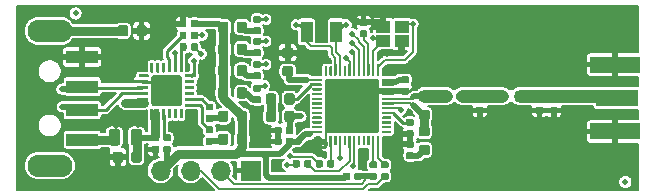
<source format=gbr>
G04 #@! TF.GenerationSoftware,KiCad,Pcbnew,(5.1.5)-3*
G04 #@! TF.CreationDate,2020-07-02T22:05:55+02:00*
G04 #@! TF.ProjectId,Theo3,5468656f-332e-46b6-9963-61645f706362,rev?*
G04 #@! TF.SameCoordinates,Original*
G04 #@! TF.FileFunction,Copper,L1,Top*
G04 #@! TF.FilePolarity,Positive*
%FSLAX46Y46*%
G04 Gerber Fmt 4.6, Leading zero omitted, Abs format (unit mm)*
G04 Created by KiCad (PCBNEW (5.1.5)-3) date 2020-07-02 22:05:55*
%MOMM*%
%LPD*%
G04 APERTURE LIST*
%ADD10C,0.500000*%
%ADD11C,0.100000*%
%ADD12O,1.700000X1.700000*%
%ADD13R,1.700000X1.700000*%
%ADD14R,2.700000X1.100000*%
%ADD15O,3.800000X1.900000*%
%ADD16R,1.200000X1.000000*%
%ADD17R,1.000000X1.800000*%
%ADD18R,4.200000X1.350000*%
%ADD19R,3.600000X1.397000*%
%ADD20C,0.508000*%
%ADD21C,0.800000*%
%ADD22C,0.762000*%
%ADD23C,0.254000*%
%ADD24C,1.070000*%
%ADD25C,0.203200*%
%ADD26C,0.508000*%
%ADD27C,0.762000*%
G04 APERTURE END LIST*
D10*
X87680800Y-80518000D03*
X41148000Y-66243200D03*
G04 #@! TA.AperFunction,SMDPad,CuDef*
D11*
G36*
X55459891Y-66937653D02*
G01*
X55481126Y-66940803D01*
X55501950Y-66946019D01*
X55522162Y-66953251D01*
X55541568Y-66962430D01*
X55559981Y-66973466D01*
X55577224Y-66986254D01*
X55593130Y-67000670D01*
X55607546Y-67016576D01*
X55620334Y-67033819D01*
X55631370Y-67052232D01*
X55640549Y-67071638D01*
X55647781Y-67091850D01*
X55652997Y-67112674D01*
X55656147Y-67133909D01*
X55657200Y-67155350D01*
X55657200Y-67667850D01*
X55656147Y-67689291D01*
X55652997Y-67710526D01*
X55647781Y-67731350D01*
X55640549Y-67751562D01*
X55631370Y-67770968D01*
X55620334Y-67789381D01*
X55607546Y-67806624D01*
X55593130Y-67822530D01*
X55577224Y-67836946D01*
X55559981Y-67849734D01*
X55541568Y-67860770D01*
X55522162Y-67869949D01*
X55501950Y-67877181D01*
X55481126Y-67882397D01*
X55459891Y-67885547D01*
X55438450Y-67886600D01*
X55000950Y-67886600D01*
X54979509Y-67885547D01*
X54958274Y-67882397D01*
X54937450Y-67877181D01*
X54917238Y-67869949D01*
X54897832Y-67860770D01*
X54879419Y-67849734D01*
X54862176Y-67836946D01*
X54846270Y-67822530D01*
X54831854Y-67806624D01*
X54819066Y-67789381D01*
X54808030Y-67770968D01*
X54798851Y-67751562D01*
X54791619Y-67731350D01*
X54786403Y-67710526D01*
X54783253Y-67689291D01*
X54782200Y-67667850D01*
X54782200Y-67155350D01*
X54783253Y-67133909D01*
X54786403Y-67112674D01*
X54791619Y-67091850D01*
X54798851Y-67071638D01*
X54808030Y-67052232D01*
X54819066Y-67033819D01*
X54831854Y-67016576D01*
X54846270Y-67000670D01*
X54862176Y-66986254D01*
X54879419Y-66973466D01*
X54897832Y-66962430D01*
X54917238Y-66953251D01*
X54937450Y-66946019D01*
X54958274Y-66940803D01*
X54979509Y-66937653D01*
X55000950Y-66936600D01*
X55438450Y-66936600D01*
X55459891Y-66937653D01*
G37*
G04 #@! TD.AperFunction*
G04 #@! TA.AperFunction,SMDPad,CuDef*
G36*
X53884891Y-66937653D02*
G01*
X53906126Y-66940803D01*
X53926950Y-66946019D01*
X53947162Y-66953251D01*
X53966568Y-66962430D01*
X53984981Y-66973466D01*
X54002224Y-66986254D01*
X54018130Y-67000670D01*
X54032546Y-67016576D01*
X54045334Y-67033819D01*
X54056370Y-67052232D01*
X54065549Y-67071638D01*
X54072781Y-67091850D01*
X54077997Y-67112674D01*
X54081147Y-67133909D01*
X54082200Y-67155350D01*
X54082200Y-67667850D01*
X54081147Y-67689291D01*
X54077997Y-67710526D01*
X54072781Y-67731350D01*
X54065549Y-67751562D01*
X54056370Y-67770968D01*
X54045334Y-67789381D01*
X54032546Y-67806624D01*
X54018130Y-67822530D01*
X54002224Y-67836946D01*
X53984981Y-67849734D01*
X53966568Y-67860770D01*
X53947162Y-67869949D01*
X53926950Y-67877181D01*
X53906126Y-67882397D01*
X53884891Y-67885547D01*
X53863450Y-67886600D01*
X53425950Y-67886600D01*
X53404509Y-67885547D01*
X53383274Y-67882397D01*
X53362450Y-67877181D01*
X53342238Y-67869949D01*
X53322832Y-67860770D01*
X53304419Y-67849734D01*
X53287176Y-67836946D01*
X53271270Y-67822530D01*
X53256854Y-67806624D01*
X53244066Y-67789381D01*
X53233030Y-67770968D01*
X53223851Y-67751562D01*
X53216619Y-67731350D01*
X53211403Y-67710526D01*
X53208253Y-67689291D01*
X53207200Y-67667850D01*
X53207200Y-67155350D01*
X53208253Y-67133909D01*
X53211403Y-67112674D01*
X53216619Y-67091850D01*
X53223851Y-67071638D01*
X53233030Y-67052232D01*
X53244066Y-67033819D01*
X53256854Y-67016576D01*
X53271270Y-67000670D01*
X53287176Y-66986254D01*
X53304419Y-66973466D01*
X53322832Y-66962430D01*
X53342238Y-66953251D01*
X53362450Y-66946019D01*
X53383274Y-66940803D01*
X53404509Y-66937653D01*
X53425950Y-66936600D01*
X53863450Y-66936600D01*
X53884891Y-66937653D01*
G37*
G04 #@! TD.AperFunction*
G04 #@! TA.AperFunction,SMDPad,CuDef*
G36*
X80603358Y-73185510D02*
G01*
X80617676Y-73187634D01*
X80631717Y-73191151D01*
X80645346Y-73196028D01*
X80658431Y-73202217D01*
X80670847Y-73209658D01*
X80682473Y-73218281D01*
X80693198Y-73228002D01*
X80702919Y-73238727D01*
X80711542Y-73250353D01*
X80718983Y-73262769D01*
X80725172Y-73275854D01*
X80730049Y-73289483D01*
X80733566Y-73303524D01*
X80735690Y-73317842D01*
X80736400Y-73332300D01*
X80736400Y-73627300D01*
X80735690Y-73641758D01*
X80733566Y-73656076D01*
X80730049Y-73670117D01*
X80725172Y-73683746D01*
X80718983Y-73696831D01*
X80711542Y-73709247D01*
X80702919Y-73720873D01*
X80693198Y-73731598D01*
X80682473Y-73741319D01*
X80670847Y-73749942D01*
X80658431Y-73757383D01*
X80645346Y-73763572D01*
X80631717Y-73768449D01*
X80617676Y-73771966D01*
X80603358Y-73774090D01*
X80588900Y-73774800D01*
X80243900Y-73774800D01*
X80229442Y-73774090D01*
X80215124Y-73771966D01*
X80201083Y-73768449D01*
X80187454Y-73763572D01*
X80174369Y-73757383D01*
X80161953Y-73749942D01*
X80150327Y-73741319D01*
X80139602Y-73731598D01*
X80129881Y-73720873D01*
X80121258Y-73709247D01*
X80113817Y-73696831D01*
X80107628Y-73683746D01*
X80102751Y-73670117D01*
X80099234Y-73656076D01*
X80097110Y-73641758D01*
X80096400Y-73627300D01*
X80096400Y-73332300D01*
X80097110Y-73317842D01*
X80099234Y-73303524D01*
X80102751Y-73289483D01*
X80107628Y-73275854D01*
X80113817Y-73262769D01*
X80121258Y-73250353D01*
X80129881Y-73238727D01*
X80139602Y-73228002D01*
X80150327Y-73218281D01*
X80161953Y-73209658D01*
X80174369Y-73202217D01*
X80187454Y-73196028D01*
X80201083Y-73191151D01*
X80215124Y-73187634D01*
X80229442Y-73185510D01*
X80243900Y-73184800D01*
X80588900Y-73184800D01*
X80603358Y-73185510D01*
G37*
G04 #@! TD.AperFunction*
G04 #@! TA.AperFunction,SMDPad,CuDef*
G36*
X80603358Y-74155510D02*
G01*
X80617676Y-74157634D01*
X80631717Y-74161151D01*
X80645346Y-74166028D01*
X80658431Y-74172217D01*
X80670847Y-74179658D01*
X80682473Y-74188281D01*
X80693198Y-74198002D01*
X80702919Y-74208727D01*
X80711542Y-74220353D01*
X80718983Y-74232769D01*
X80725172Y-74245854D01*
X80730049Y-74259483D01*
X80733566Y-74273524D01*
X80735690Y-74287842D01*
X80736400Y-74302300D01*
X80736400Y-74597300D01*
X80735690Y-74611758D01*
X80733566Y-74626076D01*
X80730049Y-74640117D01*
X80725172Y-74653746D01*
X80718983Y-74666831D01*
X80711542Y-74679247D01*
X80702919Y-74690873D01*
X80693198Y-74701598D01*
X80682473Y-74711319D01*
X80670847Y-74719942D01*
X80658431Y-74727383D01*
X80645346Y-74733572D01*
X80631717Y-74738449D01*
X80617676Y-74741966D01*
X80603358Y-74744090D01*
X80588900Y-74744800D01*
X80243900Y-74744800D01*
X80229442Y-74744090D01*
X80215124Y-74741966D01*
X80201083Y-74738449D01*
X80187454Y-74733572D01*
X80174369Y-74727383D01*
X80161953Y-74719942D01*
X80150327Y-74711319D01*
X80139602Y-74701598D01*
X80129881Y-74690873D01*
X80121258Y-74679247D01*
X80113817Y-74666831D01*
X80107628Y-74653746D01*
X80102751Y-74640117D01*
X80099234Y-74626076D01*
X80097110Y-74611758D01*
X80096400Y-74597300D01*
X80096400Y-74302300D01*
X80097110Y-74287842D01*
X80099234Y-74273524D01*
X80102751Y-74259483D01*
X80107628Y-74245854D01*
X80113817Y-74232769D01*
X80121258Y-74220353D01*
X80129881Y-74208727D01*
X80139602Y-74198002D01*
X80150327Y-74188281D01*
X80161953Y-74179658D01*
X80174369Y-74172217D01*
X80187454Y-74166028D01*
X80201083Y-74161151D01*
X80215124Y-74157634D01*
X80229442Y-74155510D01*
X80243900Y-74154800D01*
X80588900Y-74154800D01*
X80603358Y-74155510D01*
G37*
G04 #@! TD.AperFunction*
G04 #@! TA.AperFunction,SMDPad,CuDef*
G36*
X75548758Y-74155510D02*
G01*
X75563076Y-74157634D01*
X75577117Y-74161151D01*
X75590746Y-74166028D01*
X75603831Y-74172217D01*
X75616247Y-74179658D01*
X75627873Y-74188281D01*
X75638598Y-74198002D01*
X75648319Y-74208727D01*
X75656942Y-74220353D01*
X75664383Y-74232769D01*
X75670572Y-74245854D01*
X75675449Y-74259483D01*
X75678966Y-74273524D01*
X75681090Y-74287842D01*
X75681800Y-74302300D01*
X75681800Y-74597300D01*
X75681090Y-74611758D01*
X75678966Y-74626076D01*
X75675449Y-74640117D01*
X75670572Y-74653746D01*
X75664383Y-74666831D01*
X75656942Y-74679247D01*
X75648319Y-74690873D01*
X75638598Y-74701598D01*
X75627873Y-74711319D01*
X75616247Y-74719942D01*
X75603831Y-74727383D01*
X75590746Y-74733572D01*
X75577117Y-74738449D01*
X75563076Y-74741966D01*
X75548758Y-74744090D01*
X75534300Y-74744800D01*
X75189300Y-74744800D01*
X75174842Y-74744090D01*
X75160524Y-74741966D01*
X75146483Y-74738449D01*
X75132854Y-74733572D01*
X75119769Y-74727383D01*
X75107353Y-74719942D01*
X75095727Y-74711319D01*
X75085002Y-74701598D01*
X75075281Y-74690873D01*
X75066658Y-74679247D01*
X75059217Y-74666831D01*
X75053028Y-74653746D01*
X75048151Y-74640117D01*
X75044634Y-74626076D01*
X75042510Y-74611758D01*
X75041800Y-74597300D01*
X75041800Y-74302300D01*
X75042510Y-74287842D01*
X75044634Y-74273524D01*
X75048151Y-74259483D01*
X75053028Y-74245854D01*
X75059217Y-74232769D01*
X75066658Y-74220353D01*
X75075281Y-74208727D01*
X75085002Y-74198002D01*
X75095727Y-74188281D01*
X75107353Y-74179658D01*
X75119769Y-74172217D01*
X75132854Y-74166028D01*
X75146483Y-74161151D01*
X75160524Y-74157634D01*
X75174842Y-74155510D01*
X75189300Y-74154800D01*
X75534300Y-74154800D01*
X75548758Y-74155510D01*
G37*
G04 #@! TD.AperFunction*
G04 #@! TA.AperFunction,SMDPad,CuDef*
G36*
X75548758Y-73185510D02*
G01*
X75563076Y-73187634D01*
X75577117Y-73191151D01*
X75590746Y-73196028D01*
X75603831Y-73202217D01*
X75616247Y-73209658D01*
X75627873Y-73218281D01*
X75638598Y-73228002D01*
X75648319Y-73238727D01*
X75656942Y-73250353D01*
X75664383Y-73262769D01*
X75670572Y-73275854D01*
X75675449Y-73289483D01*
X75678966Y-73303524D01*
X75681090Y-73317842D01*
X75681800Y-73332300D01*
X75681800Y-73627300D01*
X75681090Y-73641758D01*
X75678966Y-73656076D01*
X75675449Y-73670117D01*
X75670572Y-73683746D01*
X75664383Y-73696831D01*
X75656942Y-73709247D01*
X75648319Y-73720873D01*
X75638598Y-73731598D01*
X75627873Y-73741319D01*
X75616247Y-73749942D01*
X75603831Y-73757383D01*
X75590746Y-73763572D01*
X75577117Y-73768449D01*
X75563076Y-73771966D01*
X75548758Y-73774090D01*
X75534300Y-73774800D01*
X75189300Y-73774800D01*
X75174842Y-73774090D01*
X75160524Y-73771966D01*
X75146483Y-73768449D01*
X75132854Y-73763572D01*
X75119769Y-73757383D01*
X75107353Y-73749942D01*
X75095727Y-73741319D01*
X75085002Y-73731598D01*
X75075281Y-73720873D01*
X75066658Y-73709247D01*
X75059217Y-73696831D01*
X75053028Y-73683746D01*
X75048151Y-73670117D01*
X75044634Y-73656076D01*
X75042510Y-73641758D01*
X75041800Y-73627300D01*
X75041800Y-73332300D01*
X75042510Y-73317842D01*
X75044634Y-73303524D01*
X75048151Y-73289483D01*
X75053028Y-73275854D01*
X75059217Y-73262769D01*
X75066658Y-73250353D01*
X75075281Y-73238727D01*
X75085002Y-73228002D01*
X75095727Y-73218281D01*
X75107353Y-73209658D01*
X75119769Y-73202217D01*
X75132854Y-73196028D01*
X75146483Y-73191151D01*
X75160524Y-73187634D01*
X75174842Y-73185510D01*
X75189300Y-73184800D01*
X75534300Y-73184800D01*
X75548758Y-73185510D01*
G37*
G04 #@! TD.AperFunction*
G04 #@! TA.AperFunction,SMDPad,CuDef*
G36*
X72879758Y-72934310D02*
G01*
X72894076Y-72936434D01*
X72908117Y-72939951D01*
X72921746Y-72944828D01*
X72934831Y-72951017D01*
X72947247Y-72958458D01*
X72958873Y-72967081D01*
X72969598Y-72976802D01*
X72979319Y-72987527D01*
X72987942Y-72999153D01*
X72995383Y-73011569D01*
X73001572Y-73024654D01*
X73006449Y-73038283D01*
X73009966Y-73052324D01*
X73012090Y-73066642D01*
X73012800Y-73081100D01*
X73012800Y-73426100D01*
X73012090Y-73440558D01*
X73009966Y-73454876D01*
X73006449Y-73468917D01*
X73001572Y-73482546D01*
X72995383Y-73495631D01*
X72987942Y-73508047D01*
X72979319Y-73519673D01*
X72969598Y-73530398D01*
X72958873Y-73540119D01*
X72947247Y-73548742D01*
X72934831Y-73556183D01*
X72921746Y-73562372D01*
X72908117Y-73567249D01*
X72894076Y-73570766D01*
X72879758Y-73572890D01*
X72865300Y-73573600D01*
X72570300Y-73573600D01*
X72555842Y-73572890D01*
X72541524Y-73570766D01*
X72527483Y-73567249D01*
X72513854Y-73562372D01*
X72500769Y-73556183D01*
X72488353Y-73548742D01*
X72476727Y-73540119D01*
X72466002Y-73530398D01*
X72456281Y-73519673D01*
X72447658Y-73508047D01*
X72440217Y-73495631D01*
X72434028Y-73482546D01*
X72429151Y-73468917D01*
X72425634Y-73454876D01*
X72423510Y-73440558D01*
X72422800Y-73426100D01*
X72422800Y-73081100D01*
X72423510Y-73066642D01*
X72425634Y-73052324D01*
X72429151Y-73038283D01*
X72434028Y-73024654D01*
X72440217Y-73011569D01*
X72447658Y-72999153D01*
X72456281Y-72987527D01*
X72466002Y-72976802D01*
X72476727Y-72967081D01*
X72488353Y-72958458D01*
X72500769Y-72951017D01*
X72513854Y-72944828D01*
X72527483Y-72939951D01*
X72541524Y-72936434D01*
X72555842Y-72934310D01*
X72570300Y-72933600D01*
X72865300Y-72933600D01*
X72879758Y-72934310D01*
G37*
G04 #@! TD.AperFunction*
G04 #@! TA.AperFunction,SMDPad,CuDef*
G36*
X73849758Y-72934310D02*
G01*
X73864076Y-72936434D01*
X73878117Y-72939951D01*
X73891746Y-72944828D01*
X73904831Y-72951017D01*
X73917247Y-72958458D01*
X73928873Y-72967081D01*
X73939598Y-72976802D01*
X73949319Y-72987527D01*
X73957942Y-72999153D01*
X73965383Y-73011569D01*
X73971572Y-73024654D01*
X73976449Y-73038283D01*
X73979966Y-73052324D01*
X73982090Y-73066642D01*
X73982800Y-73081100D01*
X73982800Y-73426100D01*
X73982090Y-73440558D01*
X73979966Y-73454876D01*
X73976449Y-73468917D01*
X73971572Y-73482546D01*
X73965383Y-73495631D01*
X73957942Y-73508047D01*
X73949319Y-73519673D01*
X73939598Y-73530398D01*
X73928873Y-73540119D01*
X73917247Y-73548742D01*
X73904831Y-73556183D01*
X73891746Y-73562372D01*
X73878117Y-73567249D01*
X73864076Y-73570766D01*
X73849758Y-73572890D01*
X73835300Y-73573600D01*
X73540300Y-73573600D01*
X73525842Y-73572890D01*
X73511524Y-73570766D01*
X73497483Y-73567249D01*
X73483854Y-73562372D01*
X73470769Y-73556183D01*
X73458353Y-73548742D01*
X73446727Y-73540119D01*
X73436002Y-73530398D01*
X73426281Y-73519673D01*
X73417658Y-73508047D01*
X73410217Y-73495631D01*
X73404028Y-73482546D01*
X73399151Y-73468917D01*
X73395634Y-73454876D01*
X73393510Y-73440558D01*
X73392800Y-73426100D01*
X73392800Y-73081100D01*
X73393510Y-73066642D01*
X73395634Y-73052324D01*
X73399151Y-73038283D01*
X73404028Y-73024654D01*
X73410217Y-73011569D01*
X73417658Y-72999153D01*
X73426281Y-72987527D01*
X73436002Y-72976802D01*
X73446727Y-72967081D01*
X73458353Y-72958458D01*
X73470769Y-72951017D01*
X73483854Y-72944828D01*
X73497483Y-72939951D01*
X73511524Y-72936434D01*
X73525842Y-72934310D01*
X73540300Y-72933600D01*
X73835300Y-72933600D01*
X73849758Y-72934310D01*
G37*
G04 #@! TD.AperFunction*
G04 #@! TA.AperFunction,SMDPad,CuDef*
G36*
X65718958Y-67680910D02*
G01*
X65733276Y-67683034D01*
X65747317Y-67686551D01*
X65760946Y-67691428D01*
X65774031Y-67697617D01*
X65786447Y-67705058D01*
X65798073Y-67713681D01*
X65808798Y-67723402D01*
X65818519Y-67734127D01*
X65827142Y-67745753D01*
X65834583Y-67758169D01*
X65840772Y-67771254D01*
X65845649Y-67784883D01*
X65849166Y-67798924D01*
X65851290Y-67813242D01*
X65852000Y-67827700D01*
X65852000Y-68122700D01*
X65851290Y-68137158D01*
X65849166Y-68151476D01*
X65845649Y-68165517D01*
X65840772Y-68179146D01*
X65834583Y-68192231D01*
X65827142Y-68204647D01*
X65818519Y-68216273D01*
X65808798Y-68226998D01*
X65798073Y-68236719D01*
X65786447Y-68245342D01*
X65774031Y-68252783D01*
X65760946Y-68258972D01*
X65747317Y-68263849D01*
X65733276Y-68267366D01*
X65718958Y-68269490D01*
X65704500Y-68270200D01*
X65359500Y-68270200D01*
X65345042Y-68269490D01*
X65330724Y-68267366D01*
X65316683Y-68263849D01*
X65303054Y-68258972D01*
X65289969Y-68252783D01*
X65277553Y-68245342D01*
X65265927Y-68236719D01*
X65255202Y-68226998D01*
X65245481Y-68216273D01*
X65236858Y-68204647D01*
X65229417Y-68192231D01*
X65223228Y-68179146D01*
X65218351Y-68165517D01*
X65214834Y-68151476D01*
X65212710Y-68137158D01*
X65212000Y-68122700D01*
X65212000Y-67827700D01*
X65212710Y-67813242D01*
X65214834Y-67798924D01*
X65218351Y-67784883D01*
X65223228Y-67771254D01*
X65229417Y-67758169D01*
X65236858Y-67745753D01*
X65245481Y-67734127D01*
X65255202Y-67723402D01*
X65265927Y-67713681D01*
X65277553Y-67705058D01*
X65289969Y-67697617D01*
X65303054Y-67691428D01*
X65316683Y-67686551D01*
X65330724Y-67683034D01*
X65345042Y-67680910D01*
X65359500Y-67680200D01*
X65704500Y-67680200D01*
X65718958Y-67680910D01*
G37*
G04 #@! TD.AperFunction*
G04 #@! TA.AperFunction,SMDPad,CuDef*
G36*
X65718958Y-66710910D02*
G01*
X65733276Y-66713034D01*
X65747317Y-66716551D01*
X65760946Y-66721428D01*
X65774031Y-66727617D01*
X65786447Y-66735058D01*
X65798073Y-66743681D01*
X65808798Y-66753402D01*
X65818519Y-66764127D01*
X65827142Y-66775753D01*
X65834583Y-66788169D01*
X65840772Y-66801254D01*
X65845649Y-66814883D01*
X65849166Y-66828924D01*
X65851290Y-66843242D01*
X65852000Y-66857700D01*
X65852000Y-67152700D01*
X65851290Y-67167158D01*
X65849166Y-67181476D01*
X65845649Y-67195517D01*
X65840772Y-67209146D01*
X65834583Y-67222231D01*
X65827142Y-67234647D01*
X65818519Y-67246273D01*
X65808798Y-67256998D01*
X65798073Y-67266719D01*
X65786447Y-67275342D01*
X65774031Y-67282783D01*
X65760946Y-67288972D01*
X65747317Y-67293849D01*
X65733276Y-67297366D01*
X65718958Y-67299490D01*
X65704500Y-67300200D01*
X65359500Y-67300200D01*
X65345042Y-67299490D01*
X65330724Y-67297366D01*
X65316683Y-67293849D01*
X65303054Y-67288972D01*
X65289969Y-67282783D01*
X65277553Y-67275342D01*
X65265927Y-67266719D01*
X65255202Y-67256998D01*
X65245481Y-67246273D01*
X65236858Y-67234647D01*
X65229417Y-67222231D01*
X65223228Y-67209146D01*
X65218351Y-67195517D01*
X65214834Y-67181476D01*
X65212710Y-67167158D01*
X65212000Y-67152700D01*
X65212000Y-66857700D01*
X65212710Y-66843242D01*
X65214834Y-66828924D01*
X65218351Y-66814883D01*
X65223228Y-66801254D01*
X65229417Y-66788169D01*
X65236858Y-66775753D01*
X65245481Y-66764127D01*
X65255202Y-66753402D01*
X65265927Y-66743681D01*
X65277553Y-66735058D01*
X65289969Y-66727617D01*
X65303054Y-66721428D01*
X65316683Y-66716551D01*
X65330724Y-66713034D01*
X65345042Y-66710910D01*
X65359500Y-66710200D01*
X65704500Y-66710200D01*
X65718958Y-66710910D01*
G37*
G04 #@! TD.AperFunction*
G04 #@! TA.AperFunction,SMDPad,CuDef*
G36*
X69630558Y-75166710D02*
G01*
X69644876Y-75168834D01*
X69658917Y-75172351D01*
X69672546Y-75177228D01*
X69685631Y-75183417D01*
X69698047Y-75190858D01*
X69709673Y-75199481D01*
X69720398Y-75209202D01*
X69730119Y-75219927D01*
X69738742Y-75231553D01*
X69746183Y-75243969D01*
X69752372Y-75257054D01*
X69757249Y-75270683D01*
X69760766Y-75284724D01*
X69762890Y-75299042D01*
X69763600Y-75313500D01*
X69763600Y-75608500D01*
X69762890Y-75622958D01*
X69760766Y-75637276D01*
X69757249Y-75651317D01*
X69752372Y-75664946D01*
X69746183Y-75678031D01*
X69738742Y-75690447D01*
X69730119Y-75702073D01*
X69720398Y-75712798D01*
X69709673Y-75722519D01*
X69698047Y-75731142D01*
X69685631Y-75738583D01*
X69672546Y-75744772D01*
X69658917Y-75749649D01*
X69644876Y-75753166D01*
X69630558Y-75755290D01*
X69616100Y-75756000D01*
X69271100Y-75756000D01*
X69256642Y-75755290D01*
X69242324Y-75753166D01*
X69228283Y-75749649D01*
X69214654Y-75744772D01*
X69201569Y-75738583D01*
X69189153Y-75731142D01*
X69177527Y-75722519D01*
X69166802Y-75712798D01*
X69157081Y-75702073D01*
X69148458Y-75690447D01*
X69141017Y-75678031D01*
X69134828Y-75664946D01*
X69129951Y-75651317D01*
X69126434Y-75637276D01*
X69124310Y-75622958D01*
X69123600Y-75608500D01*
X69123600Y-75313500D01*
X69124310Y-75299042D01*
X69126434Y-75284724D01*
X69129951Y-75270683D01*
X69134828Y-75257054D01*
X69141017Y-75243969D01*
X69148458Y-75231553D01*
X69157081Y-75219927D01*
X69166802Y-75209202D01*
X69177527Y-75199481D01*
X69189153Y-75190858D01*
X69201569Y-75183417D01*
X69214654Y-75177228D01*
X69228283Y-75172351D01*
X69242324Y-75168834D01*
X69256642Y-75166710D01*
X69271100Y-75166000D01*
X69616100Y-75166000D01*
X69630558Y-75166710D01*
G37*
G04 #@! TD.AperFunction*
G04 #@! TA.AperFunction,SMDPad,CuDef*
G36*
X69630558Y-76136710D02*
G01*
X69644876Y-76138834D01*
X69658917Y-76142351D01*
X69672546Y-76147228D01*
X69685631Y-76153417D01*
X69698047Y-76160858D01*
X69709673Y-76169481D01*
X69720398Y-76179202D01*
X69730119Y-76189927D01*
X69738742Y-76201553D01*
X69746183Y-76213969D01*
X69752372Y-76227054D01*
X69757249Y-76240683D01*
X69760766Y-76254724D01*
X69762890Y-76269042D01*
X69763600Y-76283500D01*
X69763600Y-76578500D01*
X69762890Y-76592958D01*
X69760766Y-76607276D01*
X69757249Y-76621317D01*
X69752372Y-76634946D01*
X69746183Y-76648031D01*
X69738742Y-76660447D01*
X69730119Y-76672073D01*
X69720398Y-76682798D01*
X69709673Y-76692519D01*
X69698047Y-76701142D01*
X69685631Y-76708583D01*
X69672546Y-76714772D01*
X69658917Y-76719649D01*
X69644876Y-76723166D01*
X69630558Y-76725290D01*
X69616100Y-76726000D01*
X69271100Y-76726000D01*
X69256642Y-76725290D01*
X69242324Y-76723166D01*
X69228283Y-76719649D01*
X69214654Y-76714772D01*
X69201569Y-76708583D01*
X69189153Y-76701142D01*
X69177527Y-76692519D01*
X69166802Y-76682798D01*
X69157081Y-76672073D01*
X69148458Y-76660447D01*
X69141017Y-76648031D01*
X69134828Y-76634946D01*
X69129951Y-76621317D01*
X69126434Y-76607276D01*
X69124310Y-76592958D01*
X69123600Y-76578500D01*
X69123600Y-76283500D01*
X69124310Y-76269042D01*
X69126434Y-76254724D01*
X69129951Y-76240683D01*
X69134828Y-76227054D01*
X69141017Y-76213969D01*
X69148458Y-76201553D01*
X69157081Y-76189927D01*
X69166802Y-76179202D01*
X69177527Y-76169481D01*
X69189153Y-76160858D01*
X69201569Y-76153417D01*
X69214654Y-76147228D01*
X69228283Y-76142351D01*
X69242324Y-76138834D01*
X69256642Y-76136710D01*
X69271100Y-76136000D01*
X69616100Y-76136000D01*
X69630558Y-76136710D01*
G37*
G04 #@! TD.AperFunction*
G04 #@! TA.AperFunction,SMDPad,CuDef*
G36*
X58452558Y-76769710D02*
G01*
X58466876Y-76771834D01*
X58480917Y-76775351D01*
X58494546Y-76780228D01*
X58507631Y-76786417D01*
X58520047Y-76793858D01*
X58531673Y-76802481D01*
X58542398Y-76812202D01*
X58552119Y-76822927D01*
X58560742Y-76834553D01*
X58568183Y-76846969D01*
X58574372Y-76860054D01*
X58579249Y-76873683D01*
X58582766Y-76887724D01*
X58584890Y-76902042D01*
X58585600Y-76916500D01*
X58585600Y-77261500D01*
X58584890Y-77275958D01*
X58582766Y-77290276D01*
X58579249Y-77304317D01*
X58574372Y-77317946D01*
X58568183Y-77331031D01*
X58560742Y-77343447D01*
X58552119Y-77355073D01*
X58542398Y-77365798D01*
X58531673Y-77375519D01*
X58520047Y-77384142D01*
X58507631Y-77391583D01*
X58494546Y-77397772D01*
X58480917Y-77402649D01*
X58466876Y-77406166D01*
X58452558Y-77408290D01*
X58438100Y-77409000D01*
X58143100Y-77409000D01*
X58128642Y-77408290D01*
X58114324Y-77406166D01*
X58100283Y-77402649D01*
X58086654Y-77397772D01*
X58073569Y-77391583D01*
X58061153Y-77384142D01*
X58049527Y-77375519D01*
X58038802Y-77365798D01*
X58029081Y-77355073D01*
X58020458Y-77343447D01*
X58013017Y-77331031D01*
X58006828Y-77317946D01*
X58001951Y-77304317D01*
X57998434Y-77290276D01*
X57996310Y-77275958D01*
X57995600Y-77261500D01*
X57995600Y-76916500D01*
X57996310Y-76902042D01*
X57998434Y-76887724D01*
X58001951Y-76873683D01*
X58006828Y-76860054D01*
X58013017Y-76846969D01*
X58020458Y-76834553D01*
X58029081Y-76822927D01*
X58038802Y-76812202D01*
X58049527Y-76802481D01*
X58061153Y-76793858D01*
X58073569Y-76786417D01*
X58086654Y-76780228D01*
X58100283Y-76775351D01*
X58114324Y-76771834D01*
X58128642Y-76769710D01*
X58143100Y-76769000D01*
X58438100Y-76769000D01*
X58452558Y-76769710D01*
G37*
G04 #@! TD.AperFunction*
G04 #@! TA.AperFunction,SMDPad,CuDef*
G36*
X59422558Y-76769710D02*
G01*
X59436876Y-76771834D01*
X59450917Y-76775351D01*
X59464546Y-76780228D01*
X59477631Y-76786417D01*
X59490047Y-76793858D01*
X59501673Y-76802481D01*
X59512398Y-76812202D01*
X59522119Y-76822927D01*
X59530742Y-76834553D01*
X59538183Y-76846969D01*
X59544372Y-76860054D01*
X59549249Y-76873683D01*
X59552766Y-76887724D01*
X59554890Y-76902042D01*
X59555600Y-76916500D01*
X59555600Y-77261500D01*
X59554890Y-77275958D01*
X59552766Y-77290276D01*
X59549249Y-77304317D01*
X59544372Y-77317946D01*
X59538183Y-77331031D01*
X59530742Y-77343447D01*
X59522119Y-77355073D01*
X59512398Y-77365798D01*
X59501673Y-77375519D01*
X59490047Y-77384142D01*
X59477631Y-77391583D01*
X59464546Y-77397772D01*
X59450917Y-77402649D01*
X59436876Y-77406166D01*
X59422558Y-77408290D01*
X59408100Y-77409000D01*
X59113100Y-77409000D01*
X59098642Y-77408290D01*
X59084324Y-77406166D01*
X59070283Y-77402649D01*
X59056654Y-77397772D01*
X59043569Y-77391583D01*
X59031153Y-77384142D01*
X59019527Y-77375519D01*
X59008802Y-77365798D01*
X58999081Y-77355073D01*
X58990458Y-77343447D01*
X58983017Y-77331031D01*
X58976828Y-77317946D01*
X58971951Y-77304317D01*
X58968434Y-77290276D01*
X58966310Y-77275958D01*
X58965600Y-77261500D01*
X58965600Y-76916500D01*
X58966310Y-76902042D01*
X58968434Y-76887724D01*
X58971951Y-76873683D01*
X58976828Y-76860054D01*
X58983017Y-76846969D01*
X58990458Y-76834553D01*
X58999081Y-76822927D01*
X59008802Y-76812202D01*
X59019527Y-76802481D01*
X59031153Y-76793858D01*
X59043569Y-76786417D01*
X59056654Y-76780228D01*
X59070283Y-76775351D01*
X59084324Y-76771834D01*
X59098642Y-76769710D01*
X59113100Y-76769000D01*
X59408100Y-76769000D01*
X59422558Y-76769710D01*
G37*
G04 #@! TD.AperFunction*
G04 #@! TA.AperFunction,SMDPad,CuDef*
G36*
X59383491Y-69134053D02*
G01*
X59404726Y-69137203D01*
X59425550Y-69142419D01*
X59445762Y-69149651D01*
X59465168Y-69158830D01*
X59483581Y-69169866D01*
X59500824Y-69182654D01*
X59516730Y-69197070D01*
X59531146Y-69212976D01*
X59543934Y-69230219D01*
X59554970Y-69248632D01*
X59564149Y-69268038D01*
X59571381Y-69288250D01*
X59576597Y-69309074D01*
X59579747Y-69330309D01*
X59580800Y-69351750D01*
X59580800Y-69789250D01*
X59579747Y-69810691D01*
X59576597Y-69831926D01*
X59571381Y-69852750D01*
X59564149Y-69872962D01*
X59554970Y-69892368D01*
X59543934Y-69910781D01*
X59531146Y-69928024D01*
X59516730Y-69943930D01*
X59500824Y-69958346D01*
X59483581Y-69971134D01*
X59465168Y-69982170D01*
X59445762Y-69991349D01*
X59425550Y-69998581D01*
X59404726Y-70003797D01*
X59383491Y-70006947D01*
X59362050Y-70008000D01*
X58849550Y-70008000D01*
X58828109Y-70006947D01*
X58806874Y-70003797D01*
X58786050Y-69998581D01*
X58765838Y-69991349D01*
X58746432Y-69982170D01*
X58728019Y-69971134D01*
X58710776Y-69958346D01*
X58694870Y-69943930D01*
X58680454Y-69928024D01*
X58667666Y-69910781D01*
X58656630Y-69892368D01*
X58647451Y-69872962D01*
X58640219Y-69852750D01*
X58635003Y-69831926D01*
X58631853Y-69810691D01*
X58630800Y-69789250D01*
X58630800Y-69351750D01*
X58631853Y-69330309D01*
X58635003Y-69309074D01*
X58640219Y-69288250D01*
X58647451Y-69268038D01*
X58656630Y-69248632D01*
X58667666Y-69230219D01*
X58680454Y-69212976D01*
X58694870Y-69197070D01*
X58710776Y-69182654D01*
X58728019Y-69169866D01*
X58746432Y-69158830D01*
X58765838Y-69149651D01*
X58786050Y-69142419D01*
X58806874Y-69137203D01*
X58828109Y-69134053D01*
X58849550Y-69133000D01*
X59362050Y-69133000D01*
X59383491Y-69134053D01*
G37*
G04 #@! TD.AperFunction*
G04 #@! TA.AperFunction,SMDPad,CuDef*
G36*
X59383491Y-70709053D02*
G01*
X59404726Y-70712203D01*
X59425550Y-70717419D01*
X59445762Y-70724651D01*
X59465168Y-70733830D01*
X59483581Y-70744866D01*
X59500824Y-70757654D01*
X59516730Y-70772070D01*
X59531146Y-70787976D01*
X59543934Y-70805219D01*
X59554970Y-70823632D01*
X59564149Y-70843038D01*
X59571381Y-70863250D01*
X59576597Y-70884074D01*
X59579747Y-70905309D01*
X59580800Y-70926750D01*
X59580800Y-71364250D01*
X59579747Y-71385691D01*
X59576597Y-71406926D01*
X59571381Y-71427750D01*
X59564149Y-71447962D01*
X59554970Y-71467368D01*
X59543934Y-71485781D01*
X59531146Y-71503024D01*
X59516730Y-71518930D01*
X59500824Y-71533346D01*
X59483581Y-71546134D01*
X59465168Y-71557170D01*
X59445762Y-71566349D01*
X59425550Y-71573581D01*
X59404726Y-71578797D01*
X59383491Y-71581947D01*
X59362050Y-71583000D01*
X58849550Y-71583000D01*
X58828109Y-71581947D01*
X58806874Y-71578797D01*
X58786050Y-71573581D01*
X58765838Y-71566349D01*
X58746432Y-71557170D01*
X58728019Y-71546134D01*
X58710776Y-71533346D01*
X58694870Y-71518930D01*
X58680454Y-71503024D01*
X58667666Y-71485781D01*
X58656630Y-71467368D01*
X58647451Y-71447962D01*
X58640219Y-71427750D01*
X58635003Y-71406926D01*
X58631853Y-71385691D01*
X58630800Y-71364250D01*
X58630800Y-70926750D01*
X58631853Y-70905309D01*
X58635003Y-70884074D01*
X58640219Y-70863250D01*
X58647451Y-70843038D01*
X58656630Y-70823632D01*
X58667666Y-70805219D01*
X58680454Y-70787976D01*
X58694870Y-70772070D01*
X58710776Y-70757654D01*
X58728019Y-70744866D01*
X58746432Y-70733830D01*
X58765838Y-70724651D01*
X58786050Y-70717419D01*
X58806874Y-70712203D01*
X58828109Y-70709053D01*
X58849550Y-70708000D01*
X59362050Y-70708000D01*
X59383491Y-70709053D01*
G37*
G04 #@! TD.AperFunction*
G04 #@! TA.AperFunction,SMDPad,CuDef*
G36*
X69630558Y-77990910D02*
G01*
X69644876Y-77993034D01*
X69658917Y-77996551D01*
X69672546Y-78001428D01*
X69685631Y-78007617D01*
X69698047Y-78015058D01*
X69709673Y-78023681D01*
X69720398Y-78033402D01*
X69730119Y-78044127D01*
X69738742Y-78055753D01*
X69746183Y-78068169D01*
X69752372Y-78081254D01*
X69757249Y-78094883D01*
X69760766Y-78108924D01*
X69762890Y-78123242D01*
X69763600Y-78137700D01*
X69763600Y-78432700D01*
X69762890Y-78447158D01*
X69760766Y-78461476D01*
X69757249Y-78475517D01*
X69752372Y-78489146D01*
X69746183Y-78502231D01*
X69738742Y-78514647D01*
X69730119Y-78526273D01*
X69720398Y-78536998D01*
X69709673Y-78546719D01*
X69698047Y-78555342D01*
X69685631Y-78562783D01*
X69672546Y-78568972D01*
X69658917Y-78573849D01*
X69644876Y-78577366D01*
X69630558Y-78579490D01*
X69616100Y-78580200D01*
X69271100Y-78580200D01*
X69256642Y-78579490D01*
X69242324Y-78577366D01*
X69228283Y-78573849D01*
X69214654Y-78568972D01*
X69201569Y-78562783D01*
X69189153Y-78555342D01*
X69177527Y-78546719D01*
X69166802Y-78536998D01*
X69157081Y-78526273D01*
X69148458Y-78514647D01*
X69141017Y-78502231D01*
X69134828Y-78489146D01*
X69129951Y-78475517D01*
X69126434Y-78461476D01*
X69124310Y-78447158D01*
X69123600Y-78432700D01*
X69123600Y-78137700D01*
X69124310Y-78123242D01*
X69126434Y-78108924D01*
X69129951Y-78094883D01*
X69134828Y-78081254D01*
X69141017Y-78068169D01*
X69148458Y-78055753D01*
X69157081Y-78044127D01*
X69166802Y-78033402D01*
X69177527Y-78023681D01*
X69189153Y-78015058D01*
X69201569Y-78007617D01*
X69214654Y-78001428D01*
X69228283Y-77996551D01*
X69242324Y-77993034D01*
X69256642Y-77990910D01*
X69271100Y-77990200D01*
X69616100Y-77990200D01*
X69630558Y-77990910D01*
G37*
G04 #@! TD.AperFunction*
G04 #@! TA.AperFunction,SMDPad,CuDef*
G36*
X69630558Y-77020910D02*
G01*
X69644876Y-77023034D01*
X69658917Y-77026551D01*
X69672546Y-77031428D01*
X69685631Y-77037617D01*
X69698047Y-77045058D01*
X69709673Y-77053681D01*
X69720398Y-77063402D01*
X69730119Y-77074127D01*
X69738742Y-77085753D01*
X69746183Y-77098169D01*
X69752372Y-77111254D01*
X69757249Y-77124883D01*
X69760766Y-77138924D01*
X69762890Y-77153242D01*
X69763600Y-77167700D01*
X69763600Y-77462700D01*
X69762890Y-77477158D01*
X69760766Y-77491476D01*
X69757249Y-77505517D01*
X69752372Y-77519146D01*
X69746183Y-77532231D01*
X69738742Y-77544647D01*
X69730119Y-77556273D01*
X69720398Y-77566998D01*
X69709673Y-77576719D01*
X69698047Y-77585342D01*
X69685631Y-77592783D01*
X69672546Y-77598972D01*
X69658917Y-77603849D01*
X69644876Y-77607366D01*
X69630558Y-77609490D01*
X69616100Y-77610200D01*
X69271100Y-77610200D01*
X69256642Y-77609490D01*
X69242324Y-77607366D01*
X69228283Y-77603849D01*
X69214654Y-77598972D01*
X69201569Y-77592783D01*
X69189153Y-77585342D01*
X69177527Y-77576719D01*
X69166802Y-77566998D01*
X69157081Y-77556273D01*
X69148458Y-77544647D01*
X69141017Y-77532231D01*
X69134828Y-77519146D01*
X69129951Y-77505517D01*
X69126434Y-77491476D01*
X69124310Y-77477158D01*
X69123600Y-77462700D01*
X69123600Y-77167700D01*
X69124310Y-77153242D01*
X69126434Y-77138924D01*
X69129951Y-77124883D01*
X69134828Y-77111254D01*
X69141017Y-77098169D01*
X69148458Y-77085753D01*
X69157081Y-77074127D01*
X69166802Y-77063402D01*
X69177527Y-77053681D01*
X69189153Y-77045058D01*
X69201569Y-77037617D01*
X69214654Y-77031428D01*
X69228283Y-77026551D01*
X69242324Y-77023034D01*
X69256642Y-77020910D01*
X69271100Y-77020200D01*
X69616100Y-77020200D01*
X69630558Y-77020910D01*
G37*
G04 #@! TD.AperFunction*
G04 #@! TA.AperFunction,SMDPad,CuDef*
G36*
X69249558Y-71559910D02*
G01*
X69263876Y-71562034D01*
X69277917Y-71565551D01*
X69291546Y-71570428D01*
X69304631Y-71576617D01*
X69317047Y-71584058D01*
X69328673Y-71592681D01*
X69339398Y-71602402D01*
X69349119Y-71613127D01*
X69357742Y-71624753D01*
X69365183Y-71637169D01*
X69371372Y-71650254D01*
X69376249Y-71663883D01*
X69379766Y-71677924D01*
X69381890Y-71692242D01*
X69382600Y-71706700D01*
X69382600Y-72001700D01*
X69381890Y-72016158D01*
X69379766Y-72030476D01*
X69376249Y-72044517D01*
X69371372Y-72058146D01*
X69365183Y-72071231D01*
X69357742Y-72083647D01*
X69349119Y-72095273D01*
X69339398Y-72105998D01*
X69328673Y-72115719D01*
X69317047Y-72124342D01*
X69304631Y-72131783D01*
X69291546Y-72137972D01*
X69277917Y-72142849D01*
X69263876Y-72146366D01*
X69249558Y-72148490D01*
X69235100Y-72149200D01*
X68890100Y-72149200D01*
X68875642Y-72148490D01*
X68861324Y-72146366D01*
X68847283Y-72142849D01*
X68833654Y-72137972D01*
X68820569Y-72131783D01*
X68808153Y-72124342D01*
X68796527Y-72115719D01*
X68785802Y-72105998D01*
X68776081Y-72095273D01*
X68767458Y-72083647D01*
X68760017Y-72071231D01*
X68753828Y-72058146D01*
X68748951Y-72044517D01*
X68745434Y-72030476D01*
X68743310Y-72016158D01*
X68742600Y-72001700D01*
X68742600Y-71706700D01*
X68743310Y-71692242D01*
X68745434Y-71677924D01*
X68748951Y-71663883D01*
X68753828Y-71650254D01*
X68760017Y-71637169D01*
X68767458Y-71624753D01*
X68776081Y-71613127D01*
X68785802Y-71602402D01*
X68796527Y-71592681D01*
X68808153Y-71584058D01*
X68820569Y-71576617D01*
X68833654Y-71570428D01*
X68847283Y-71565551D01*
X68861324Y-71562034D01*
X68875642Y-71559910D01*
X68890100Y-71559200D01*
X69235100Y-71559200D01*
X69249558Y-71559910D01*
G37*
G04 #@! TD.AperFunction*
G04 #@! TA.AperFunction,SMDPad,CuDef*
G36*
X69249558Y-72529910D02*
G01*
X69263876Y-72532034D01*
X69277917Y-72535551D01*
X69291546Y-72540428D01*
X69304631Y-72546617D01*
X69317047Y-72554058D01*
X69328673Y-72562681D01*
X69339398Y-72572402D01*
X69349119Y-72583127D01*
X69357742Y-72594753D01*
X69365183Y-72607169D01*
X69371372Y-72620254D01*
X69376249Y-72633883D01*
X69379766Y-72647924D01*
X69381890Y-72662242D01*
X69382600Y-72676700D01*
X69382600Y-72971700D01*
X69381890Y-72986158D01*
X69379766Y-73000476D01*
X69376249Y-73014517D01*
X69371372Y-73028146D01*
X69365183Y-73041231D01*
X69357742Y-73053647D01*
X69349119Y-73065273D01*
X69339398Y-73075998D01*
X69328673Y-73085719D01*
X69317047Y-73094342D01*
X69304631Y-73101783D01*
X69291546Y-73107972D01*
X69277917Y-73112849D01*
X69263876Y-73116366D01*
X69249558Y-73118490D01*
X69235100Y-73119200D01*
X68890100Y-73119200D01*
X68875642Y-73118490D01*
X68861324Y-73116366D01*
X68847283Y-73112849D01*
X68833654Y-73107972D01*
X68820569Y-73101783D01*
X68808153Y-73094342D01*
X68796527Y-73085719D01*
X68785802Y-73075998D01*
X68776081Y-73065273D01*
X68767458Y-73053647D01*
X68760017Y-73041231D01*
X68753828Y-73028146D01*
X68748951Y-73014517D01*
X68745434Y-73000476D01*
X68743310Y-72986158D01*
X68742600Y-72971700D01*
X68742600Y-72676700D01*
X68743310Y-72662242D01*
X68745434Y-72647924D01*
X68748951Y-72633883D01*
X68753828Y-72620254D01*
X68760017Y-72607169D01*
X68767458Y-72594753D01*
X68776081Y-72583127D01*
X68785802Y-72572402D01*
X68796527Y-72562681D01*
X68808153Y-72554058D01*
X68820569Y-72546617D01*
X68833654Y-72540428D01*
X68847283Y-72535551D01*
X68861324Y-72532034D01*
X68875642Y-72529910D01*
X68890100Y-72529200D01*
X69235100Y-72529200D01*
X69249558Y-72529910D01*
G37*
G04 #@! TD.AperFunction*
G04 #@! TA.AperFunction,SMDPad,CuDef*
G36*
X58452558Y-75829910D02*
G01*
X58466876Y-75832034D01*
X58480917Y-75835551D01*
X58494546Y-75840428D01*
X58507631Y-75846617D01*
X58520047Y-75854058D01*
X58531673Y-75862681D01*
X58542398Y-75872402D01*
X58552119Y-75883127D01*
X58560742Y-75894753D01*
X58568183Y-75907169D01*
X58574372Y-75920254D01*
X58579249Y-75933883D01*
X58582766Y-75947924D01*
X58584890Y-75962242D01*
X58585600Y-75976700D01*
X58585600Y-76321700D01*
X58584890Y-76336158D01*
X58582766Y-76350476D01*
X58579249Y-76364517D01*
X58574372Y-76378146D01*
X58568183Y-76391231D01*
X58560742Y-76403647D01*
X58552119Y-76415273D01*
X58542398Y-76425998D01*
X58531673Y-76435719D01*
X58520047Y-76444342D01*
X58507631Y-76451783D01*
X58494546Y-76457972D01*
X58480917Y-76462849D01*
X58466876Y-76466366D01*
X58452558Y-76468490D01*
X58438100Y-76469200D01*
X58143100Y-76469200D01*
X58128642Y-76468490D01*
X58114324Y-76466366D01*
X58100283Y-76462849D01*
X58086654Y-76457972D01*
X58073569Y-76451783D01*
X58061153Y-76444342D01*
X58049527Y-76435719D01*
X58038802Y-76425998D01*
X58029081Y-76415273D01*
X58020458Y-76403647D01*
X58013017Y-76391231D01*
X58006828Y-76378146D01*
X58001951Y-76364517D01*
X57998434Y-76350476D01*
X57996310Y-76336158D01*
X57995600Y-76321700D01*
X57995600Y-75976700D01*
X57996310Y-75962242D01*
X57998434Y-75947924D01*
X58001951Y-75933883D01*
X58006828Y-75920254D01*
X58013017Y-75907169D01*
X58020458Y-75894753D01*
X58029081Y-75883127D01*
X58038802Y-75872402D01*
X58049527Y-75862681D01*
X58061153Y-75854058D01*
X58073569Y-75846617D01*
X58086654Y-75840428D01*
X58100283Y-75835551D01*
X58114324Y-75832034D01*
X58128642Y-75829910D01*
X58143100Y-75829200D01*
X58438100Y-75829200D01*
X58452558Y-75829910D01*
G37*
G04 #@! TD.AperFunction*
G04 #@! TA.AperFunction,SMDPad,CuDef*
G36*
X59422558Y-75829910D02*
G01*
X59436876Y-75832034D01*
X59450917Y-75835551D01*
X59464546Y-75840428D01*
X59477631Y-75846617D01*
X59490047Y-75854058D01*
X59501673Y-75862681D01*
X59512398Y-75872402D01*
X59522119Y-75883127D01*
X59530742Y-75894753D01*
X59538183Y-75907169D01*
X59544372Y-75920254D01*
X59549249Y-75933883D01*
X59552766Y-75947924D01*
X59554890Y-75962242D01*
X59555600Y-75976700D01*
X59555600Y-76321700D01*
X59554890Y-76336158D01*
X59552766Y-76350476D01*
X59549249Y-76364517D01*
X59544372Y-76378146D01*
X59538183Y-76391231D01*
X59530742Y-76403647D01*
X59522119Y-76415273D01*
X59512398Y-76425998D01*
X59501673Y-76435719D01*
X59490047Y-76444342D01*
X59477631Y-76451783D01*
X59464546Y-76457972D01*
X59450917Y-76462849D01*
X59436876Y-76466366D01*
X59422558Y-76468490D01*
X59408100Y-76469200D01*
X59113100Y-76469200D01*
X59098642Y-76468490D01*
X59084324Y-76466366D01*
X59070283Y-76462849D01*
X59056654Y-76457972D01*
X59043569Y-76451783D01*
X59031153Y-76444342D01*
X59019527Y-76435719D01*
X59008802Y-76425998D01*
X58999081Y-76415273D01*
X58990458Y-76403647D01*
X58983017Y-76391231D01*
X58976828Y-76378146D01*
X58971951Y-76364517D01*
X58968434Y-76350476D01*
X58966310Y-76336158D01*
X58965600Y-76321700D01*
X58965600Y-75976700D01*
X58966310Y-75962242D01*
X58968434Y-75947924D01*
X58971951Y-75933883D01*
X58976828Y-75920254D01*
X58983017Y-75907169D01*
X58990458Y-75894753D01*
X58999081Y-75883127D01*
X59008802Y-75872402D01*
X59019527Y-75862681D01*
X59031153Y-75854058D01*
X59043569Y-75846617D01*
X59056654Y-75840428D01*
X59070283Y-75835551D01*
X59084324Y-75832034D01*
X59098642Y-75829910D01*
X59113100Y-75829200D01*
X59408100Y-75829200D01*
X59422558Y-75829910D01*
G37*
G04 #@! TD.AperFunction*
G04 #@! TA.AperFunction,SMDPad,CuDef*
G36*
X50400758Y-66787510D02*
G01*
X50415076Y-66789634D01*
X50429117Y-66793151D01*
X50442746Y-66798028D01*
X50455831Y-66804217D01*
X50468247Y-66811658D01*
X50479873Y-66820281D01*
X50490598Y-66830002D01*
X50500319Y-66840727D01*
X50508942Y-66852353D01*
X50516383Y-66864769D01*
X50522572Y-66877854D01*
X50527449Y-66891483D01*
X50530966Y-66905524D01*
X50533090Y-66919842D01*
X50533800Y-66934300D01*
X50533800Y-67279300D01*
X50533090Y-67293758D01*
X50530966Y-67308076D01*
X50527449Y-67322117D01*
X50522572Y-67335746D01*
X50516383Y-67348831D01*
X50508942Y-67361247D01*
X50500319Y-67372873D01*
X50490598Y-67383598D01*
X50479873Y-67393319D01*
X50468247Y-67401942D01*
X50455831Y-67409383D01*
X50442746Y-67415572D01*
X50429117Y-67420449D01*
X50415076Y-67423966D01*
X50400758Y-67426090D01*
X50386300Y-67426800D01*
X50091300Y-67426800D01*
X50076842Y-67426090D01*
X50062524Y-67423966D01*
X50048483Y-67420449D01*
X50034854Y-67415572D01*
X50021769Y-67409383D01*
X50009353Y-67401942D01*
X49997727Y-67393319D01*
X49987002Y-67383598D01*
X49977281Y-67372873D01*
X49968658Y-67361247D01*
X49961217Y-67348831D01*
X49955028Y-67335746D01*
X49950151Y-67322117D01*
X49946634Y-67308076D01*
X49944510Y-67293758D01*
X49943800Y-67279300D01*
X49943800Y-66934300D01*
X49944510Y-66919842D01*
X49946634Y-66905524D01*
X49950151Y-66891483D01*
X49955028Y-66877854D01*
X49961217Y-66864769D01*
X49968658Y-66852353D01*
X49977281Y-66840727D01*
X49987002Y-66830002D01*
X49997727Y-66820281D01*
X50009353Y-66811658D01*
X50021769Y-66804217D01*
X50034854Y-66798028D01*
X50048483Y-66793151D01*
X50062524Y-66789634D01*
X50076842Y-66787510D01*
X50091300Y-66786800D01*
X50386300Y-66786800D01*
X50400758Y-66787510D01*
G37*
G04 #@! TD.AperFunction*
G04 #@! TA.AperFunction,SMDPad,CuDef*
G36*
X51370758Y-66787510D02*
G01*
X51385076Y-66789634D01*
X51399117Y-66793151D01*
X51412746Y-66798028D01*
X51425831Y-66804217D01*
X51438247Y-66811658D01*
X51449873Y-66820281D01*
X51460598Y-66830002D01*
X51470319Y-66840727D01*
X51478942Y-66852353D01*
X51486383Y-66864769D01*
X51492572Y-66877854D01*
X51497449Y-66891483D01*
X51500966Y-66905524D01*
X51503090Y-66919842D01*
X51503800Y-66934300D01*
X51503800Y-67279300D01*
X51503090Y-67293758D01*
X51500966Y-67308076D01*
X51497449Y-67322117D01*
X51492572Y-67335746D01*
X51486383Y-67348831D01*
X51478942Y-67361247D01*
X51470319Y-67372873D01*
X51460598Y-67383598D01*
X51449873Y-67393319D01*
X51438247Y-67401942D01*
X51425831Y-67409383D01*
X51412746Y-67415572D01*
X51399117Y-67420449D01*
X51385076Y-67423966D01*
X51370758Y-67426090D01*
X51356300Y-67426800D01*
X51061300Y-67426800D01*
X51046842Y-67426090D01*
X51032524Y-67423966D01*
X51018483Y-67420449D01*
X51004854Y-67415572D01*
X50991769Y-67409383D01*
X50979353Y-67401942D01*
X50967727Y-67393319D01*
X50957002Y-67383598D01*
X50947281Y-67372873D01*
X50938658Y-67361247D01*
X50931217Y-67348831D01*
X50925028Y-67335746D01*
X50920151Y-67322117D01*
X50916634Y-67308076D01*
X50914510Y-67293758D01*
X50913800Y-67279300D01*
X50913800Y-66934300D01*
X50914510Y-66919842D01*
X50916634Y-66905524D01*
X50920151Y-66891483D01*
X50925028Y-66877854D01*
X50931217Y-66864769D01*
X50938658Y-66852353D01*
X50947281Y-66840727D01*
X50957002Y-66830002D01*
X50967727Y-66820281D01*
X50979353Y-66811658D01*
X50991769Y-66804217D01*
X51004854Y-66798028D01*
X51018483Y-66793151D01*
X51032524Y-66789634D01*
X51046842Y-66787510D01*
X51061300Y-66786800D01*
X51356300Y-66786800D01*
X51370758Y-66787510D01*
G37*
G04 #@! TD.AperFunction*
G04 #@! TA.AperFunction,SMDPad,CuDef*
G36*
X46544491Y-77935853D02*
G01*
X46565726Y-77939003D01*
X46586550Y-77944219D01*
X46606762Y-77951451D01*
X46626168Y-77960630D01*
X46644581Y-77971666D01*
X46661824Y-77984454D01*
X46677730Y-77998870D01*
X46692146Y-78014776D01*
X46704934Y-78032019D01*
X46715970Y-78050432D01*
X46725149Y-78069838D01*
X46732381Y-78090050D01*
X46737597Y-78110874D01*
X46740747Y-78132109D01*
X46741800Y-78153550D01*
X46741800Y-78666050D01*
X46740747Y-78687491D01*
X46737597Y-78708726D01*
X46732381Y-78729550D01*
X46725149Y-78749762D01*
X46715970Y-78769168D01*
X46704934Y-78787581D01*
X46692146Y-78804824D01*
X46677730Y-78820730D01*
X46661824Y-78835146D01*
X46644581Y-78847934D01*
X46626168Y-78858970D01*
X46606762Y-78868149D01*
X46586550Y-78875381D01*
X46565726Y-78880597D01*
X46544491Y-78883747D01*
X46523050Y-78884800D01*
X46085550Y-78884800D01*
X46064109Y-78883747D01*
X46042874Y-78880597D01*
X46022050Y-78875381D01*
X46001838Y-78868149D01*
X45982432Y-78858970D01*
X45964019Y-78847934D01*
X45946776Y-78835146D01*
X45930870Y-78820730D01*
X45916454Y-78804824D01*
X45903666Y-78787581D01*
X45892630Y-78769168D01*
X45883451Y-78749762D01*
X45876219Y-78729550D01*
X45871003Y-78708726D01*
X45867853Y-78687491D01*
X45866800Y-78666050D01*
X45866800Y-78153550D01*
X45867853Y-78132109D01*
X45871003Y-78110874D01*
X45876219Y-78090050D01*
X45883451Y-78069838D01*
X45892630Y-78050432D01*
X45903666Y-78032019D01*
X45916454Y-78014776D01*
X45930870Y-77998870D01*
X45946776Y-77984454D01*
X45964019Y-77971666D01*
X45982432Y-77960630D01*
X46001838Y-77951451D01*
X46022050Y-77944219D01*
X46042874Y-77939003D01*
X46064109Y-77935853D01*
X46085550Y-77934800D01*
X46523050Y-77934800D01*
X46544491Y-77935853D01*
G37*
G04 #@! TD.AperFunction*
G04 #@! TA.AperFunction,SMDPad,CuDef*
G36*
X44969491Y-77935853D02*
G01*
X44990726Y-77939003D01*
X45011550Y-77944219D01*
X45031762Y-77951451D01*
X45051168Y-77960630D01*
X45069581Y-77971666D01*
X45086824Y-77984454D01*
X45102730Y-77998870D01*
X45117146Y-78014776D01*
X45129934Y-78032019D01*
X45140970Y-78050432D01*
X45150149Y-78069838D01*
X45157381Y-78090050D01*
X45162597Y-78110874D01*
X45165747Y-78132109D01*
X45166800Y-78153550D01*
X45166800Y-78666050D01*
X45165747Y-78687491D01*
X45162597Y-78708726D01*
X45157381Y-78729550D01*
X45150149Y-78749762D01*
X45140970Y-78769168D01*
X45129934Y-78787581D01*
X45117146Y-78804824D01*
X45102730Y-78820730D01*
X45086824Y-78835146D01*
X45069581Y-78847934D01*
X45051168Y-78858970D01*
X45031762Y-78868149D01*
X45011550Y-78875381D01*
X44990726Y-78880597D01*
X44969491Y-78883747D01*
X44948050Y-78884800D01*
X44510550Y-78884800D01*
X44489109Y-78883747D01*
X44467874Y-78880597D01*
X44447050Y-78875381D01*
X44426838Y-78868149D01*
X44407432Y-78858970D01*
X44389019Y-78847934D01*
X44371776Y-78835146D01*
X44355870Y-78820730D01*
X44341454Y-78804824D01*
X44328666Y-78787581D01*
X44317630Y-78769168D01*
X44308451Y-78749762D01*
X44301219Y-78729550D01*
X44296003Y-78708726D01*
X44292853Y-78687491D01*
X44291800Y-78666050D01*
X44291800Y-78153550D01*
X44292853Y-78132109D01*
X44296003Y-78110874D01*
X44301219Y-78090050D01*
X44308451Y-78069838D01*
X44317630Y-78050432D01*
X44328666Y-78032019D01*
X44341454Y-78014776D01*
X44355870Y-77998870D01*
X44371776Y-77984454D01*
X44389019Y-77971666D01*
X44407432Y-77960630D01*
X44426838Y-77951451D01*
X44447050Y-77944219D01*
X44467874Y-77939003D01*
X44489109Y-77935853D01*
X44510550Y-77934800D01*
X44948050Y-77934800D01*
X44969491Y-77935853D01*
G37*
G04 #@! TD.AperFunction*
G04 #@! TA.AperFunction,SMDPad,CuDef*
G36*
X48091358Y-76487510D02*
G01*
X48105676Y-76489634D01*
X48119717Y-76493151D01*
X48133346Y-76498028D01*
X48146431Y-76504217D01*
X48158847Y-76511658D01*
X48170473Y-76520281D01*
X48181198Y-76530002D01*
X48190919Y-76540727D01*
X48199542Y-76552353D01*
X48206983Y-76564769D01*
X48213172Y-76577854D01*
X48218049Y-76591483D01*
X48221566Y-76605524D01*
X48223690Y-76619842D01*
X48224400Y-76634300D01*
X48224400Y-76929300D01*
X48223690Y-76943758D01*
X48221566Y-76958076D01*
X48218049Y-76972117D01*
X48213172Y-76985746D01*
X48206983Y-76998831D01*
X48199542Y-77011247D01*
X48190919Y-77022873D01*
X48181198Y-77033598D01*
X48170473Y-77043319D01*
X48158847Y-77051942D01*
X48146431Y-77059383D01*
X48133346Y-77065572D01*
X48119717Y-77070449D01*
X48105676Y-77073966D01*
X48091358Y-77076090D01*
X48076900Y-77076800D01*
X47731900Y-77076800D01*
X47717442Y-77076090D01*
X47703124Y-77073966D01*
X47689083Y-77070449D01*
X47675454Y-77065572D01*
X47662369Y-77059383D01*
X47649953Y-77051942D01*
X47638327Y-77043319D01*
X47627602Y-77033598D01*
X47617881Y-77022873D01*
X47609258Y-77011247D01*
X47601817Y-76998831D01*
X47595628Y-76985746D01*
X47590751Y-76972117D01*
X47587234Y-76958076D01*
X47585110Y-76943758D01*
X47584400Y-76929300D01*
X47584400Y-76634300D01*
X47585110Y-76619842D01*
X47587234Y-76605524D01*
X47590751Y-76591483D01*
X47595628Y-76577854D01*
X47601817Y-76564769D01*
X47609258Y-76552353D01*
X47617881Y-76540727D01*
X47627602Y-76530002D01*
X47638327Y-76520281D01*
X47649953Y-76511658D01*
X47662369Y-76504217D01*
X47675454Y-76498028D01*
X47689083Y-76493151D01*
X47703124Y-76489634D01*
X47717442Y-76487510D01*
X47731900Y-76486800D01*
X48076900Y-76486800D01*
X48091358Y-76487510D01*
G37*
G04 #@! TD.AperFunction*
G04 #@! TA.AperFunction,SMDPad,CuDef*
G36*
X48091358Y-77457510D02*
G01*
X48105676Y-77459634D01*
X48119717Y-77463151D01*
X48133346Y-77468028D01*
X48146431Y-77474217D01*
X48158847Y-77481658D01*
X48170473Y-77490281D01*
X48181198Y-77500002D01*
X48190919Y-77510727D01*
X48199542Y-77522353D01*
X48206983Y-77534769D01*
X48213172Y-77547854D01*
X48218049Y-77561483D01*
X48221566Y-77575524D01*
X48223690Y-77589842D01*
X48224400Y-77604300D01*
X48224400Y-77899300D01*
X48223690Y-77913758D01*
X48221566Y-77928076D01*
X48218049Y-77942117D01*
X48213172Y-77955746D01*
X48206983Y-77968831D01*
X48199542Y-77981247D01*
X48190919Y-77992873D01*
X48181198Y-78003598D01*
X48170473Y-78013319D01*
X48158847Y-78021942D01*
X48146431Y-78029383D01*
X48133346Y-78035572D01*
X48119717Y-78040449D01*
X48105676Y-78043966D01*
X48091358Y-78046090D01*
X48076900Y-78046800D01*
X47731900Y-78046800D01*
X47717442Y-78046090D01*
X47703124Y-78043966D01*
X47689083Y-78040449D01*
X47675454Y-78035572D01*
X47662369Y-78029383D01*
X47649953Y-78021942D01*
X47638327Y-78013319D01*
X47627602Y-78003598D01*
X47617881Y-77992873D01*
X47609258Y-77981247D01*
X47601817Y-77968831D01*
X47595628Y-77955746D01*
X47590751Y-77942117D01*
X47587234Y-77928076D01*
X47585110Y-77913758D01*
X47584400Y-77899300D01*
X47584400Y-77604300D01*
X47585110Y-77589842D01*
X47587234Y-77575524D01*
X47590751Y-77561483D01*
X47595628Y-77547854D01*
X47601817Y-77534769D01*
X47609258Y-77522353D01*
X47617881Y-77510727D01*
X47627602Y-77500002D01*
X47638327Y-77490281D01*
X47649953Y-77481658D01*
X47662369Y-77474217D01*
X47675454Y-77468028D01*
X47689083Y-77463151D01*
X47703124Y-77459634D01*
X47717442Y-77457510D01*
X47731900Y-77456800D01*
X48076900Y-77456800D01*
X48091358Y-77457510D01*
G37*
G04 #@! TD.AperFunction*
G04 #@! TA.AperFunction,SMDPad,CuDef*
G36*
X81822558Y-74155510D02*
G01*
X81836876Y-74157634D01*
X81850917Y-74161151D01*
X81864546Y-74166028D01*
X81877631Y-74172217D01*
X81890047Y-74179658D01*
X81901673Y-74188281D01*
X81912398Y-74198002D01*
X81922119Y-74208727D01*
X81930742Y-74220353D01*
X81938183Y-74232769D01*
X81944372Y-74245854D01*
X81949249Y-74259483D01*
X81952766Y-74273524D01*
X81954890Y-74287842D01*
X81955600Y-74302300D01*
X81955600Y-74597300D01*
X81954890Y-74611758D01*
X81952766Y-74626076D01*
X81949249Y-74640117D01*
X81944372Y-74653746D01*
X81938183Y-74666831D01*
X81930742Y-74679247D01*
X81922119Y-74690873D01*
X81912398Y-74701598D01*
X81901673Y-74711319D01*
X81890047Y-74719942D01*
X81877631Y-74727383D01*
X81864546Y-74733572D01*
X81850917Y-74738449D01*
X81836876Y-74741966D01*
X81822558Y-74744090D01*
X81808100Y-74744800D01*
X81463100Y-74744800D01*
X81448642Y-74744090D01*
X81434324Y-74741966D01*
X81420283Y-74738449D01*
X81406654Y-74733572D01*
X81393569Y-74727383D01*
X81381153Y-74719942D01*
X81369527Y-74711319D01*
X81358802Y-74701598D01*
X81349081Y-74690873D01*
X81340458Y-74679247D01*
X81333017Y-74666831D01*
X81326828Y-74653746D01*
X81321951Y-74640117D01*
X81318434Y-74626076D01*
X81316310Y-74611758D01*
X81315600Y-74597300D01*
X81315600Y-74302300D01*
X81316310Y-74287842D01*
X81318434Y-74273524D01*
X81321951Y-74259483D01*
X81326828Y-74245854D01*
X81333017Y-74232769D01*
X81340458Y-74220353D01*
X81349081Y-74208727D01*
X81358802Y-74198002D01*
X81369527Y-74188281D01*
X81381153Y-74179658D01*
X81393569Y-74172217D01*
X81406654Y-74166028D01*
X81420283Y-74161151D01*
X81434324Y-74157634D01*
X81448642Y-74155510D01*
X81463100Y-74154800D01*
X81808100Y-74154800D01*
X81822558Y-74155510D01*
G37*
G04 #@! TD.AperFunction*
G04 #@! TA.AperFunction,SMDPad,CuDef*
G36*
X81822558Y-73185510D02*
G01*
X81836876Y-73187634D01*
X81850917Y-73191151D01*
X81864546Y-73196028D01*
X81877631Y-73202217D01*
X81890047Y-73209658D01*
X81901673Y-73218281D01*
X81912398Y-73228002D01*
X81922119Y-73238727D01*
X81930742Y-73250353D01*
X81938183Y-73262769D01*
X81944372Y-73275854D01*
X81949249Y-73289483D01*
X81952766Y-73303524D01*
X81954890Y-73317842D01*
X81955600Y-73332300D01*
X81955600Y-73627300D01*
X81954890Y-73641758D01*
X81952766Y-73656076D01*
X81949249Y-73670117D01*
X81944372Y-73683746D01*
X81938183Y-73696831D01*
X81930742Y-73709247D01*
X81922119Y-73720873D01*
X81912398Y-73731598D01*
X81901673Y-73741319D01*
X81890047Y-73749942D01*
X81877631Y-73757383D01*
X81864546Y-73763572D01*
X81850917Y-73768449D01*
X81836876Y-73771966D01*
X81822558Y-73774090D01*
X81808100Y-73774800D01*
X81463100Y-73774800D01*
X81448642Y-73774090D01*
X81434324Y-73771966D01*
X81420283Y-73768449D01*
X81406654Y-73763572D01*
X81393569Y-73757383D01*
X81381153Y-73749942D01*
X81369527Y-73741319D01*
X81358802Y-73731598D01*
X81349081Y-73720873D01*
X81340458Y-73709247D01*
X81333017Y-73696831D01*
X81326828Y-73683746D01*
X81321951Y-73670117D01*
X81318434Y-73656076D01*
X81316310Y-73641758D01*
X81315600Y-73627300D01*
X81315600Y-73332300D01*
X81316310Y-73317842D01*
X81318434Y-73303524D01*
X81321951Y-73289483D01*
X81326828Y-73275854D01*
X81333017Y-73262769D01*
X81340458Y-73250353D01*
X81349081Y-73238727D01*
X81358802Y-73228002D01*
X81369527Y-73218281D01*
X81381153Y-73209658D01*
X81393569Y-73202217D01*
X81406654Y-73196028D01*
X81420283Y-73191151D01*
X81434324Y-73187634D01*
X81448642Y-73185510D01*
X81463100Y-73184800D01*
X81808100Y-73184800D01*
X81822558Y-73185510D01*
G37*
G04 #@! TD.AperFunction*
D12*
X48336200Y-79552800D03*
X50876200Y-79552800D03*
X53416200Y-79552800D03*
D13*
X55956200Y-79552800D03*
D14*
X41704800Y-74431400D03*
X41704800Y-72431400D03*
X41704800Y-76931400D03*
X41704800Y-69931400D03*
D15*
X38954800Y-79131400D03*
X38954800Y-67731400D03*
G04 #@! TA.AperFunction,SMDPad,CuDef*
D11*
G36*
X79031091Y-72779653D02*
G01*
X79052326Y-72782803D01*
X79073150Y-72788019D01*
X79093362Y-72795251D01*
X79112768Y-72804430D01*
X79131181Y-72815466D01*
X79148424Y-72828254D01*
X79164330Y-72842670D01*
X79178746Y-72858576D01*
X79191534Y-72875819D01*
X79202570Y-72894232D01*
X79211749Y-72913638D01*
X79218981Y-72933850D01*
X79224197Y-72954674D01*
X79227347Y-72975909D01*
X79228400Y-72997350D01*
X79228400Y-73509850D01*
X79227347Y-73531291D01*
X79224197Y-73552526D01*
X79218981Y-73573350D01*
X79211749Y-73593562D01*
X79202570Y-73612968D01*
X79191534Y-73631381D01*
X79178746Y-73648624D01*
X79164330Y-73664530D01*
X79148424Y-73678946D01*
X79131181Y-73691734D01*
X79112768Y-73702770D01*
X79093362Y-73711949D01*
X79073150Y-73719181D01*
X79052326Y-73724397D01*
X79031091Y-73727547D01*
X79009650Y-73728600D01*
X78572150Y-73728600D01*
X78550709Y-73727547D01*
X78529474Y-73724397D01*
X78508650Y-73719181D01*
X78488438Y-73711949D01*
X78469032Y-73702770D01*
X78450619Y-73691734D01*
X78433376Y-73678946D01*
X78417470Y-73664530D01*
X78403054Y-73648624D01*
X78390266Y-73631381D01*
X78379230Y-73612968D01*
X78370051Y-73593562D01*
X78362819Y-73573350D01*
X78357603Y-73552526D01*
X78354453Y-73531291D01*
X78353400Y-73509850D01*
X78353400Y-72997350D01*
X78354453Y-72975909D01*
X78357603Y-72954674D01*
X78362819Y-72933850D01*
X78370051Y-72913638D01*
X78379230Y-72894232D01*
X78390266Y-72875819D01*
X78403054Y-72858576D01*
X78417470Y-72842670D01*
X78433376Y-72828254D01*
X78450619Y-72815466D01*
X78469032Y-72804430D01*
X78488438Y-72795251D01*
X78508650Y-72788019D01*
X78529474Y-72782803D01*
X78550709Y-72779653D01*
X78572150Y-72778600D01*
X79009650Y-72778600D01*
X79031091Y-72779653D01*
G37*
G04 #@! TD.AperFunction*
G04 #@! TA.AperFunction,SMDPad,CuDef*
G36*
X77456091Y-72779653D02*
G01*
X77477326Y-72782803D01*
X77498150Y-72788019D01*
X77518362Y-72795251D01*
X77537768Y-72804430D01*
X77556181Y-72815466D01*
X77573424Y-72828254D01*
X77589330Y-72842670D01*
X77603746Y-72858576D01*
X77616534Y-72875819D01*
X77627570Y-72894232D01*
X77636749Y-72913638D01*
X77643981Y-72933850D01*
X77649197Y-72954674D01*
X77652347Y-72975909D01*
X77653400Y-72997350D01*
X77653400Y-73509850D01*
X77652347Y-73531291D01*
X77649197Y-73552526D01*
X77643981Y-73573350D01*
X77636749Y-73593562D01*
X77627570Y-73612968D01*
X77616534Y-73631381D01*
X77603746Y-73648624D01*
X77589330Y-73664530D01*
X77573424Y-73678946D01*
X77556181Y-73691734D01*
X77537768Y-73702770D01*
X77518362Y-73711949D01*
X77498150Y-73719181D01*
X77477326Y-73724397D01*
X77456091Y-73727547D01*
X77434650Y-73728600D01*
X76997150Y-73728600D01*
X76975709Y-73727547D01*
X76954474Y-73724397D01*
X76933650Y-73719181D01*
X76913438Y-73711949D01*
X76894032Y-73702770D01*
X76875619Y-73691734D01*
X76858376Y-73678946D01*
X76842470Y-73664530D01*
X76828054Y-73648624D01*
X76815266Y-73631381D01*
X76804230Y-73612968D01*
X76795051Y-73593562D01*
X76787819Y-73573350D01*
X76782603Y-73552526D01*
X76779453Y-73531291D01*
X76778400Y-73509850D01*
X76778400Y-72997350D01*
X76779453Y-72975909D01*
X76782603Y-72954674D01*
X76787819Y-72933850D01*
X76795051Y-72913638D01*
X76804230Y-72894232D01*
X76815266Y-72875819D01*
X76828054Y-72858576D01*
X76842470Y-72842670D01*
X76858376Y-72828254D01*
X76875619Y-72815466D01*
X76894032Y-72804430D01*
X76913438Y-72795251D01*
X76933650Y-72788019D01*
X76954474Y-72782803D01*
X76975709Y-72779653D01*
X76997150Y-72778600D01*
X77434650Y-72778600D01*
X77456091Y-72779653D01*
G37*
G04 #@! TD.AperFunction*
G04 #@! TA.AperFunction,SMDPad,CuDef*
G36*
X70940491Y-75788853D02*
G01*
X70961726Y-75792003D01*
X70982550Y-75797219D01*
X71002762Y-75804451D01*
X71022168Y-75813630D01*
X71040581Y-75824666D01*
X71057824Y-75837454D01*
X71073730Y-75851870D01*
X71088146Y-75867776D01*
X71100934Y-75885019D01*
X71111970Y-75903432D01*
X71121149Y-75922838D01*
X71128381Y-75943050D01*
X71133597Y-75963874D01*
X71136747Y-75985109D01*
X71137800Y-76006550D01*
X71137800Y-76444050D01*
X71136747Y-76465491D01*
X71133597Y-76486726D01*
X71128381Y-76507550D01*
X71121149Y-76527762D01*
X71111970Y-76547168D01*
X71100934Y-76565581D01*
X71088146Y-76582824D01*
X71073730Y-76598730D01*
X71057824Y-76613146D01*
X71040581Y-76625934D01*
X71022168Y-76636970D01*
X71002762Y-76646149D01*
X70982550Y-76653381D01*
X70961726Y-76658597D01*
X70940491Y-76661747D01*
X70919050Y-76662800D01*
X70406550Y-76662800D01*
X70385109Y-76661747D01*
X70363874Y-76658597D01*
X70343050Y-76653381D01*
X70322838Y-76646149D01*
X70303432Y-76636970D01*
X70285019Y-76625934D01*
X70267776Y-76613146D01*
X70251870Y-76598730D01*
X70237454Y-76582824D01*
X70224666Y-76565581D01*
X70213630Y-76547168D01*
X70204451Y-76527762D01*
X70197219Y-76507550D01*
X70192003Y-76486726D01*
X70188853Y-76465491D01*
X70187800Y-76444050D01*
X70187800Y-76006550D01*
X70188853Y-75985109D01*
X70192003Y-75963874D01*
X70197219Y-75943050D01*
X70204451Y-75922838D01*
X70213630Y-75903432D01*
X70224666Y-75885019D01*
X70237454Y-75867776D01*
X70251870Y-75851870D01*
X70267776Y-75837454D01*
X70285019Y-75824666D01*
X70303432Y-75813630D01*
X70322838Y-75804451D01*
X70343050Y-75797219D01*
X70363874Y-75792003D01*
X70385109Y-75788853D01*
X70406550Y-75787800D01*
X70919050Y-75787800D01*
X70940491Y-75788853D01*
G37*
G04 #@! TD.AperFunction*
G04 #@! TA.AperFunction,SMDPad,CuDef*
G36*
X70940491Y-77363853D02*
G01*
X70961726Y-77367003D01*
X70982550Y-77372219D01*
X71002762Y-77379451D01*
X71022168Y-77388630D01*
X71040581Y-77399666D01*
X71057824Y-77412454D01*
X71073730Y-77426870D01*
X71088146Y-77442776D01*
X71100934Y-77460019D01*
X71111970Y-77478432D01*
X71121149Y-77497838D01*
X71128381Y-77518050D01*
X71133597Y-77538874D01*
X71136747Y-77560109D01*
X71137800Y-77581550D01*
X71137800Y-78019050D01*
X71136747Y-78040491D01*
X71133597Y-78061726D01*
X71128381Y-78082550D01*
X71121149Y-78102762D01*
X71111970Y-78122168D01*
X71100934Y-78140581D01*
X71088146Y-78157824D01*
X71073730Y-78173730D01*
X71057824Y-78188146D01*
X71040581Y-78200934D01*
X71022168Y-78211970D01*
X71002762Y-78221149D01*
X70982550Y-78228381D01*
X70961726Y-78233597D01*
X70940491Y-78236747D01*
X70919050Y-78237800D01*
X70406550Y-78237800D01*
X70385109Y-78236747D01*
X70363874Y-78233597D01*
X70343050Y-78228381D01*
X70322838Y-78221149D01*
X70303432Y-78211970D01*
X70285019Y-78200934D01*
X70267776Y-78188146D01*
X70251870Y-78173730D01*
X70237454Y-78157824D01*
X70224666Y-78140581D01*
X70213630Y-78122168D01*
X70204451Y-78102762D01*
X70197219Y-78082550D01*
X70192003Y-78061726D01*
X70188853Y-78040491D01*
X70187800Y-78019050D01*
X70187800Y-77581550D01*
X70188853Y-77560109D01*
X70192003Y-77538874D01*
X70197219Y-77518050D01*
X70204451Y-77497838D01*
X70213630Y-77478432D01*
X70224666Y-77460019D01*
X70237454Y-77442776D01*
X70251870Y-77426870D01*
X70267776Y-77412454D01*
X70285019Y-77399666D01*
X70303432Y-77388630D01*
X70322838Y-77379451D01*
X70343050Y-77372219D01*
X70363874Y-77367003D01*
X70385109Y-77363853D01*
X70406550Y-77362800D01*
X70919050Y-77362800D01*
X70940491Y-77363853D01*
G37*
G04 #@! TD.AperFunction*
G04 #@! TA.AperFunction,SMDPad,CuDef*
G36*
X70940491Y-74392053D02*
G01*
X70961726Y-74395203D01*
X70982550Y-74400419D01*
X71002762Y-74407651D01*
X71022168Y-74416830D01*
X71040581Y-74427866D01*
X71057824Y-74440654D01*
X71073730Y-74455070D01*
X71088146Y-74470976D01*
X71100934Y-74488219D01*
X71111970Y-74506632D01*
X71121149Y-74526038D01*
X71128381Y-74546250D01*
X71133597Y-74567074D01*
X71136747Y-74588309D01*
X71137800Y-74609750D01*
X71137800Y-75047250D01*
X71136747Y-75068691D01*
X71133597Y-75089926D01*
X71128381Y-75110750D01*
X71121149Y-75130962D01*
X71111970Y-75150368D01*
X71100934Y-75168781D01*
X71088146Y-75186024D01*
X71073730Y-75201930D01*
X71057824Y-75216346D01*
X71040581Y-75229134D01*
X71022168Y-75240170D01*
X71002762Y-75249349D01*
X70982550Y-75256581D01*
X70961726Y-75261797D01*
X70940491Y-75264947D01*
X70919050Y-75266000D01*
X70406550Y-75266000D01*
X70385109Y-75264947D01*
X70363874Y-75261797D01*
X70343050Y-75256581D01*
X70322838Y-75249349D01*
X70303432Y-75240170D01*
X70285019Y-75229134D01*
X70267776Y-75216346D01*
X70251870Y-75201930D01*
X70237454Y-75186024D01*
X70224666Y-75168781D01*
X70213630Y-75150368D01*
X70204451Y-75130962D01*
X70197219Y-75110750D01*
X70192003Y-75089926D01*
X70188853Y-75068691D01*
X70187800Y-75047250D01*
X70187800Y-74609750D01*
X70188853Y-74588309D01*
X70192003Y-74567074D01*
X70197219Y-74546250D01*
X70204451Y-74526038D01*
X70213630Y-74506632D01*
X70224666Y-74488219D01*
X70237454Y-74470976D01*
X70251870Y-74455070D01*
X70267776Y-74440654D01*
X70285019Y-74427866D01*
X70303432Y-74416830D01*
X70322838Y-74407651D01*
X70343050Y-74400419D01*
X70363874Y-74395203D01*
X70385109Y-74392053D01*
X70406550Y-74391000D01*
X70919050Y-74391000D01*
X70940491Y-74392053D01*
G37*
G04 #@! TD.AperFunction*
G04 #@! TA.AperFunction,SMDPad,CuDef*
G36*
X70940491Y-72817053D02*
G01*
X70961726Y-72820203D01*
X70982550Y-72825419D01*
X71002762Y-72832651D01*
X71022168Y-72841830D01*
X71040581Y-72852866D01*
X71057824Y-72865654D01*
X71073730Y-72880070D01*
X71088146Y-72895976D01*
X71100934Y-72913219D01*
X71111970Y-72931632D01*
X71121149Y-72951038D01*
X71128381Y-72971250D01*
X71133597Y-72992074D01*
X71136747Y-73013309D01*
X71137800Y-73034750D01*
X71137800Y-73472250D01*
X71136747Y-73493691D01*
X71133597Y-73514926D01*
X71128381Y-73535750D01*
X71121149Y-73555962D01*
X71111970Y-73575368D01*
X71100934Y-73593781D01*
X71088146Y-73611024D01*
X71073730Y-73626930D01*
X71057824Y-73641346D01*
X71040581Y-73654134D01*
X71022168Y-73665170D01*
X71002762Y-73674349D01*
X70982550Y-73681581D01*
X70961726Y-73686797D01*
X70940491Y-73689947D01*
X70919050Y-73691000D01*
X70406550Y-73691000D01*
X70385109Y-73689947D01*
X70363874Y-73686797D01*
X70343050Y-73681581D01*
X70322838Y-73674349D01*
X70303432Y-73665170D01*
X70285019Y-73654134D01*
X70267776Y-73641346D01*
X70251870Y-73626930D01*
X70237454Y-73611024D01*
X70224666Y-73593781D01*
X70213630Y-73575368D01*
X70204451Y-73555962D01*
X70197219Y-73535750D01*
X70192003Y-73514926D01*
X70188853Y-73493691D01*
X70187800Y-73472250D01*
X70187800Y-73034750D01*
X70188853Y-73013309D01*
X70192003Y-72992074D01*
X70197219Y-72971250D01*
X70204451Y-72951038D01*
X70213630Y-72931632D01*
X70224666Y-72913219D01*
X70237454Y-72895976D01*
X70251870Y-72880070D01*
X70267776Y-72865654D01*
X70285019Y-72852866D01*
X70303432Y-72841830D01*
X70322838Y-72832651D01*
X70343050Y-72825419D01*
X70363874Y-72820203D01*
X70385109Y-72817053D01*
X70406550Y-72816000D01*
X70919050Y-72816000D01*
X70940491Y-72817053D01*
G37*
G04 #@! TD.AperFunction*
G04 #@! TA.AperFunction,SMDPad,CuDef*
G36*
X59498391Y-74481453D02*
G01*
X59519626Y-74484603D01*
X59540450Y-74489819D01*
X59560662Y-74497051D01*
X59580068Y-74506230D01*
X59598481Y-74517266D01*
X59615724Y-74530054D01*
X59631630Y-74544470D01*
X59646046Y-74560376D01*
X59658834Y-74577619D01*
X59669870Y-74596032D01*
X59679049Y-74615438D01*
X59686281Y-74635650D01*
X59691497Y-74656474D01*
X59694647Y-74677709D01*
X59695700Y-74699150D01*
X59695700Y-75211650D01*
X59694647Y-75233091D01*
X59691497Y-75254326D01*
X59686281Y-75275150D01*
X59679049Y-75295362D01*
X59669870Y-75314768D01*
X59658834Y-75333181D01*
X59646046Y-75350424D01*
X59631630Y-75366330D01*
X59615724Y-75380746D01*
X59598481Y-75393534D01*
X59580068Y-75404570D01*
X59560662Y-75413749D01*
X59540450Y-75420981D01*
X59519626Y-75426197D01*
X59498391Y-75429347D01*
X59476950Y-75430400D01*
X59039450Y-75430400D01*
X59018009Y-75429347D01*
X58996774Y-75426197D01*
X58975950Y-75420981D01*
X58955738Y-75413749D01*
X58936332Y-75404570D01*
X58917919Y-75393534D01*
X58900676Y-75380746D01*
X58884770Y-75366330D01*
X58870354Y-75350424D01*
X58857566Y-75333181D01*
X58846530Y-75314768D01*
X58837351Y-75295362D01*
X58830119Y-75275150D01*
X58824903Y-75254326D01*
X58821753Y-75233091D01*
X58820700Y-75211650D01*
X58820700Y-74699150D01*
X58821753Y-74677709D01*
X58824903Y-74656474D01*
X58830119Y-74635650D01*
X58837351Y-74615438D01*
X58846530Y-74596032D01*
X58857566Y-74577619D01*
X58870354Y-74560376D01*
X58884770Y-74544470D01*
X58900676Y-74530054D01*
X58917919Y-74517266D01*
X58936332Y-74506230D01*
X58955738Y-74497051D01*
X58975950Y-74489819D01*
X58996774Y-74484603D01*
X59018009Y-74481453D01*
X59039450Y-74480400D01*
X59476950Y-74480400D01*
X59498391Y-74481453D01*
G37*
G04 #@! TD.AperFunction*
G04 #@! TA.AperFunction,SMDPad,CuDef*
G36*
X57923391Y-74481453D02*
G01*
X57944626Y-74484603D01*
X57965450Y-74489819D01*
X57985662Y-74497051D01*
X58005068Y-74506230D01*
X58023481Y-74517266D01*
X58040724Y-74530054D01*
X58056630Y-74544470D01*
X58071046Y-74560376D01*
X58083834Y-74577619D01*
X58094870Y-74596032D01*
X58104049Y-74615438D01*
X58111281Y-74635650D01*
X58116497Y-74656474D01*
X58119647Y-74677709D01*
X58120700Y-74699150D01*
X58120700Y-75211650D01*
X58119647Y-75233091D01*
X58116497Y-75254326D01*
X58111281Y-75275150D01*
X58104049Y-75295362D01*
X58094870Y-75314768D01*
X58083834Y-75333181D01*
X58071046Y-75350424D01*
X58056630Y-75366330D01*
X58040724Y-75380746D01*
X58023481Y-75393534D01*
X58005068Y-75404570D01*
X57985662Y-75413749D01*
X57965450Y-75420981D01*
X57944626Y-75426197D01*
X57923391Y-75429347D01*
X57901950Y-75430400D01*
X57464450Y-75430400D01*
X57443009Y-75429347D01*
X57421774Y-75426197D01*
X57400950Y-75420981D01*
X57380738Y-75413749D01*
X57361332Y-75404570D01*
X57342919Y-75393534D01*
X57325676Y-75380746D01*
X57309770Y-75366330D01*
X57295354Y-75350424D01*
X57282566Y-75333181D01*
X57271530Y-75314768D01*
X57262351Y-75295362D01*
X57255119Y-75275150D01*
X57249903Y-75254326D01*
X57246753Y-75233091D01*
X57245700Y-75211650D01*
X57245700Y-74699150D01*
X57246753Y-74677709D01*
X57249903Y-74656474D01*
X57255119Y-74635650D01*
X57262351Y-74615438D01*
X57271530Y-74596032D01*
X57282566Y-74577619D01*
X57295354Y-74560376D01*
X57309770Y-74544470D01*
X57325676Y-74530054D01*
X57342919Y-74517266D01*
X57361332Y-74506230D01*
X57380738Y-74497051D01*
X57400950Y-74489819D01*
X57421774Y-74484603D01*
X57443009Y-74481453D01*
X57464450Y-74480400D01*
X57901950Y-74480400D01*
X57923391Y-74481453D01*
G37*
G04 #@! TD.AperFunction*
G04 #@! TA.AperFunction,SMDPad,CuDef*
G36*
X59498491Y-73008253D02*
G01*
X59519726Y-73011403D01*
X59540550Y-73016619D01*
X59560762Y-73023851D01*
X59580168Y-73033030D01*
X59598581Y-73044066D01*
X59615824Y-73056854D01*
X59631730Y-73071270D01*
X59646146Y-73087176D01*
X59658934Y-73104419D01*
X59669970Y-73122832D01*
X59679149Y-73142238D01*
X59686381Y-73162450D01*
X59691597Y-73183274D01*
X59694747Y-73204509D01*
X59695800Y-73225950D01*
X59695800Y-73738450D01*
X59694747Y-73759891D01*
X59691597Y-73781126D01*
X59686381Y-73801950D01*
X59679149Y-73822162D01*
X59669970Y-73841568D01*
X59658934Y-73859981D01*
X59646146Y-73877224D01*
X59631730Y-73893130D01*
X59615824Y-73907546D01*
X59598581Y-73920334D01*
X59580168Y-73931370D01*
X59560762Y-73940549D01*
X59540550Y-73947781D01*
X59519726Y-73952997D01*
X59498491Y-73956147D01*
X59477050Y-73957200D01*
X59039550Y-73957200D01*
X59018109Y-73956147D01*
X58996874Y-73952997D01*
X58976050Y-73947781D01*
X58955838Y-73940549D01*
X58936432Y-73931370D01*
X58918019Y-73920334D01*
X58900776Y-73907546D01*
X58884870Y-73893130D01*
X58870454Y-73877224D01*
X58857666Y-73859981D01*
X58846630Y-73841568D01*
X58837451Y-73822162D01*
X58830219Y-73801950D01*
X58825003Y-73781126D01*
X58821853Y-73759891D01*
X58820800Y-73738450D01*
X58820800Y-73225950D01*
X58821853Y-73204509D01*
X58825003Y-73183274D01*
X58830219Y-73162450D01*
X58837451Y-73142238D01*
X58846630Y-73122832D01*
X58857666Y-73104419D01*
X58870454Y-73087176D01*
X58884870Y-73071270D01*
X58900776Y-73056854D01*
X58918019Y-73044066D01*
X58936432Y-73033030D01*
X58955838Y-73023851D01*
X58976050Y-73016619D01*
X58996874Y-73011403D01*
X59018109Y-73008253D01*
X59039550Y-73007200D01*
X59477050Y-73007200D01*
X59498491Y-73008253D01*
G37*
G04 #@! TD.AperFunction*
G04 #@! TA.AperFunction,SMDPad,CuDef*
G36*
X57923491Y-73008253D02*
G01*
X57944726Y-73011403D01*
X57965550Y-73016619D01*
X57985762Y-73023851D01*
X58005168Y-73033030D01*
X58023581Y-73044066D01*
X58040824Y-73056854D01*
X58056730Y-73071270D01*
X58071146Y-73087176D01*
X58083934Y-73104419D01*
X58094970Y-73122832D01*
X58104149Y-73142238D01*
X58111381Y-73162450D01*
X58116597Y-73183274D01*
X58119747Y-73204509D01*
X58120800Y-73225950D01*
X58120800Y-73738450D01*
X58119747Y-73759891D01*
X58116597Y-73781126D01*
X58111381Y-73801950D01*
X58104149Y-73822162D01*
X58094970Y-73841568D01*
X58083934Y-73859981D01*
X58071146Y-73877224D01*
X58056730Y-73893130D01*
X58040824Y-73907546D01*
X58023581Y-73920334D01*
X58005168Y-73931370D01*
X57985762Y-73940549D01*
X57965550Y-73947781D01*
X57944726Y-73952997D01*
X57923491Y-73956147D01*
X57902050Y-73957200D01*
X57464550Y-73957200D01*
X57443109Y-73956147D01*
X57421874Y-73952997D01*
X57401050Y-73947781D01*
X57380838Y-73940549D01*
X57361432Y-73931370D01*
X57343019Y-73920334D01*
X57325776Y-73907546D01*
X57309870Y-73893130D01*
X57295454Y-73877224D01*
X57282666Y-73859981D01*
X57271630Y-73841568D01*
X57262451Y-73822162D01*
X57255219Y-73801950D01*
X57250003Y-73781126D01*
X57246853Y-73759891D01*
X57245800Y-73738450D01*
X57245800Y-73225950D01*
X57246853Y-73204509D01*
X57250003Y-73183274D01*
X57255219Y-73162450D01*
X57262451Y-73142238D01*
X57271630Y-73122832D01*
X57282666Y-73104419D01*
X57295454Y-73087176D01*
X57309870Y-73071270D01*
X57325776Y-73056854D01*
X57343019Y-73044066D01*
X57361432Y-73033030D01*
X57380838Y-73023851D01*
X57401050Y-73016619D01*
X57421874Y-73011403D01*
X57443109Y-73008253D01*
X57464550Y-73007200D01*
X57902050Y-73007200D01*
X57923491Y-73008253D01*
G37*
G04 #@! TD.AperFunction*
G04 #@! TA.AperFunction,SMDPad,CuDef*
G36*
X65213758Y-79716110D02*
G01*
X65228076Y-79718234D01*
X65242117Y-79721751D01*
X65255746Y-79726628D01*
X65268831Y-79732817D01*
X65281247Y-79740258D01*
X65292873Y-79748881D01*
X65303598Y-79758602D01*
X65313319Y-79769327D01*
X65321942Y-79780953D01*
X65329383Y-79793369D01*
X65335572Y-79806454D01*
X65340449Y-79820083D01*
X65343966Y-79834124D01*
X65346090Y-79848442D01*
X65346800Y-79862900D01*
X65346800Y-80207900D01*
X65346090Y-80222358D01*
X65343966Y-80236676D01*
X65340449Y-80250717D01*
X65335572Y-80264346D01*
X65329383Y-80277431D01*
X65321942Y-80289847D01*
X65313319Y-80301473D01*
X65303598Y-80312198D01*
X65292873Y-80321919D01*
X65281247Y-80330542D01*
X65268831Y-80337983D01*
X65255746Y-80344172D01*
X65242117Y-80349049D01*
X65228076Y-80352566D01*
X65213758Y-80354690D01*
X65199300Y-80355400D01*
X64904300Y-80355400D01*
X64889842Y-80354690D01*
X64875524Y-80352566D01*
X64861483Y-80349049D01*
X64847854Y-80344172D01*
X64834769Y-80337983D01*
X64822353Y-80330542D01*
X64810727Y-80321919D01*
X64800002Y-80312198D01*
X64790281Y-80301473D01*
X64781658Y-80289847D01*
X64774217Y-80277431D01*
X64768028Y-80264346D01*
X64763151Y-80250717D01*
X64759634Y-80236676D01*
X64757510Y-80222358D01*
X64756800Y-80207900D01*
X64756800Y-79862900D01*
X64757510Y-79848442D01*
X64759634Y-79834124D01*
X64763151Y-79820083D01*
X64768028Y-79806454D01*
X64774217Y-79793369D01*
X64781658Y-79780953D01*
X64790281Y-79769327D01*
X64800002Y-79758602D01*
X64810727Y-79748881D01*
X64822353Y-79740258D01*
X64834769Y-79732817D01*
X64847854Y-79726628D01*
X64861483Y-79721751D01*
X64875524Y-79718234D01*
X64889842Y-79716110D01*
X64904300Y-79715400D01*
X65199300Y-79715400D01*
X65213758Y-79716110D01*
G37*
G04 #@! TD.AperFunction*
G04 #@! TA.AperFunction,SMDPad,CuDef*
G36*
X64243758Y-79716110D02*
G01*
X64258076Y-79718234D01*
X64272117Y-79721751D01*
X64285746Y-79726628D01*
X64298831Y-79732817D01*
X64311247Y-79740258D01*
X64322873Y-79748881D01*
X64333598Y-79758602D01*
X64343319Y-79769327D01*
X64351942Y-79780953D01*
X64359383Y-79793369D01*
X64365572Y-79806454D01*
X64370449Y-79820083D01*
X64373966Y-79834124D01*
X64376090Y-79848442D01*
X64376800Y-79862900D01*
X64376800Y-80207900D01*
X64376090Y-80222358D01*
X64373966Y-80236676D01*
X64370449Y-80250717D01*
X64365572Y-80264346D01*
X64359383Y-80277431D01*
X64351942Y-80289847D01*
X64343319Y-80301473D01*
X64333598Y-80312198D01*
X64322873Y-80321919D01*
X64311247Y-80330542D01*
X64298831Y-80337983D01*
X64285746Y-80344172D01*
X64272117Y-80349049D01*
X64258076Y-80352566D01*
X64243758Y-80354690D01*
X64229300Y-80355400D01*
X63934300Y-80355400D01*
X63919842Y-80354690D01*
X63905524Y-80352566D01*
X63891483Y-80349049D01*
X63877854Y-80344172D01*
X63864769Y-80337983D01*
X63852353Y-80330542D01*
X63840727Y-80321919D01*
X63830002Y-80312198D01*
X63820281Y-80301473D01*
X63811658Y-80289847D01*
X63804217Y-80277431D01*
X63798028Y-80264346D01*
X63793151Y-80250717D01*
X63789634Y-80236676D01*
X63787510Y-80222358D01*
X63786800Y-80207900D01*
X63786800Y-79862900D01*
X63787510Y-79848442D01*
X63789634Y-79834124D01*
X63793151Y-79820083D01*
X63798028Y-79806454D01*
X63804217Y-79793369D01*
X63811658Y-79780953D01*
X63820281Y-79769327D01*
X63830002Y-79758602D01*
X63840727Y-79748881D01*
X63852353Y-79740258D01*
X63864769Y-79732817D01*
X63877854Y-79726628D01*
X63891483Y-79721751D01*
X63905524Y-79718234D01*
X63919842Y-79716110D01*
X63934300Y-79715400D01*
X64229300Y-79715400D01*
X64243758Y-79716110D01*
G37*
G04 #@! TD.AperFunction*
G04 #@! TA.AperFunction,SMDPad,CuDef*
G36*
X66531758Y-78773510D02*
G01*
X66546076Y-78775634D01*
X66560117Y-78779151D01*
X66573746Y-78784028D01*
X66586831Y-78790217D01*
X66599247Y-78797658D01*
X66610873Y-78806281D01*
X66621598Y-78816002D01*
X66631319Y-78826727D01*
X66639942Y-78838353D01*
X66647383Y-78850769D01*
X66653572Y-78863854D01*
X66658449Y-78877483D01*
X66661966Y-78891524D01*
X66664090Y-78905842D01*
X66664800Y-78920300D01*
X66664800Y-79215300D01*
X66664090Y-79229758D01*
X66661966Y-79244076D01*
X66658449Y-79258117D01*
X66653572Y-79271746D01*
X66647383Y-79284831D01*
X66639942Y-79297247D01*
X66631319Y-79308873D01*
X66621598Y-79319598D01*
X66610873Y-79329319D01*
X66599247Y-79337942D01*
X66586831Y-79345383D01*
X66573746Y-79351572D01*
X66560117Y-79356449D01*
X66546076Y-79359966D01*
X66531758Y-79362090D01*
X66517300Y-79362800D01*
X66172300Y-79362800D01*
X66157842Y-79362090D01*
X66143524Y-79359966D01*
X66129483Y-79356449D01*
X66115854Y-79351572D01*
X66102769Y-79345383D01*
X66090353Y-79337942D01*
X66078727Y-79329319D01*
X66068002Y-79319598D01*
X66058281Y-79308873D01*
X66049658Y-79297247D01*
X66042217Y-79284831D01*
X66036028Y-79271746D01*
X66031151Y-79258117D01*
X66027634Y-79244076D01*
X66025510Y-79229758D01*
X66024800Y-79215300D01*
X66024800Y-78920300D01*
X66025510Y-78905842D01*
X66027634Y-78891524D01*
X66031151Y-78877483D01*
X66036028Y-78863854D01*
X66042217Y-78850769D01*
X66049658Y-78838353D01*
X66058281Y-78826727D01*
X66068002Y-78816002D01*
X66078727Y-78806281D01*
X66090353Y-78797658D01*
X66102769Y-78790217D01*
X66115854Y-78784028D01*
X66129483Y-78779151D01*
X66143524Y-78775634D01*
X66157842Y-78773510D01*
X66172300Y-78772800D01*
X66517300Y-78772800D01*
X66531758Y-78773510D01*
G37*
G04 #@! TD.AperFunction*
G04 #@! TA.AperFunction,SMDPad,CuDef*
G36*
X66531758Y-79743510D02*
G01*
X66546076Y-79745634D01*
X66560117Y-79749151D01*
X66573746Y-79754028D01*
X66586831Y-79760217D01*
X66599247Y-79767658D01*
X66610873Y-79776281D01*
X66621598Y-79786002D01*
X66631319Y-79796727D01*
X66639942Y-79808353D01*
X66647383Y-79820769D01*
X66653572Y-79833854D01*
X66658449Y-79847483D01*
X66661966Y-79861524D01*
X66664090Y-79875842D01*
X66664800Y-79890300D01*
X66664800Y-80185300D01*
X66664090Y-80199758D01*
X66661966Y-80214076D01*
X66658449Y-80228117D01*
X66653572Y-80241746D01*
X66647383Y-80254831D01*
X66639942Y-80267247D01*
X66631319Y-80278873D01*
X66621598Y-80289598D01*
X66610873Y-80299319D01*
X66599247Y-80307942D01*
X66586831Y-80315383D01*
X66573746Y-80321572D01*
X66560117Y-80326449D01*
X66546076Y-80329966D01*
X66531758Y-80332090D01*
X66517300Y-80332800D01*
X66172300Y-80332800D01*
X66157842Y-80332090D01*
X66143524Y-80329966D01*
X66129483Y-80326449D01*
X66115854Y-80321572D01*
X66102769Y-80315383D01*
X66090353Y-80307942D01*
X66078727Y-80299319D01*
X66068002Y-80289598D01*
X66058281Y-80278873D01*
X66049658Y-80267247D01*
X66042217Y-80254831D01*
X66036028Y-80241746D01*
X66031151Y-80228117D01*
X66027634Y-80214076D01*
X66025510Y-80199758D01*
X66024800Y-80185300D01*
X66024800Y-79890300D01*
X66025510Y-79875842D01*
X66027634Y-79861524D01*
X66031151Y-79847483D01*
X66036028Y-79833854D01*
X66042217Y-79820769D01*
X66049658Y-79808353D01*
X66058281Y-79796727D01*
X66068002Y-79786002D01*
X66078727Y-79776281D01*
X66090353Y-79767658D01*
X66102769Y-79760217D01*
X66115854Y-79754028D01*
X66129483Y-79749151D01*
X66143524Y-79745634D01*
X66157842Y-79743510D01*
X66172300Y-79742800D01*
X66517300Y-79742800D01*
X66531758Y-79743510D01*
G37*
G04 #@! TD.AperFunction*
G04 #@! TA.AperFunction,SMDPad,CuDef*
G36*
X67522358Y-79745910D02*
G01*
X67536676Y-79748034D01*
X67550717Y-79751551D01*
X67564346Y-79756428D01*
X67577431Y-79762617D01*
X67589847Y-79770058D01*
X67601473Y-79778681D01*
X67612198Y-79788402D01*
X67621919Y-79799127D01*
X67630542Y-79810753D01*
X67637983Y-79823169D01*
X67644172Y-79836254D01*
X67649049Y-79849883D01*
X67652566Y-79863924D01*
X67654690Y-79878242D01*
X67655400Y-79892700D01*
X67655400Y-80187700D01*
X67654690Y-80202158D01*
X67652566Y-80216476D01*
X67649049Y-80230517D01*
X67644172Y-80244146D01*
X67637983Y-80257231D01*
X67630542Y-80269647D01*
X67621919Y-80281273D01*
X67612198Y-80291998D01*
X67601473Y-80301719D01*
X67589847Y-80310342D01*
X67577431Y-80317783D01*
X67564346Y-80323972D01*
X67550717Y-80328849D01*
X67536676Y-80332366D01*
X67522358Y-80334490D01*
X67507900Y-80335200D01*
X67162900Y-80335200D01*
X67148442Y-80334490D01*
X67134124Y-80332366D01*
X67120083Y-80328849D01*
X67106454Y-80323972D01*
X67093369Y-80317783D01*
X67080953Y-80310342D01*
X67069327Y-80301719D01*
X67058602Y-80291998D01*
X67048881Y-80281273D01*
X67040258Y-80269647D01*
X67032817Y-80257231D01*
X67026628Y-80244146D01*
X67021751Y-80230517D01*
X67018234Y-80216476D01*
X67016110Y-80202158D01*
X67015400Y-80187700D01*
X67015400Y-79892700D01*
X67016110Y-79878242D01*
X67018234Y-79863924D01*
X67021751Y-79849883D01*
X67026628Y-79836254D01*
X67032817Y-79823169D01*
X67040258Y-79810753D01*
X67048881Y-79799127D01*
X67058602Y-79788402D01*
X67069327Y-79778681D01*
X67080953Y-79770058D01*
X67093369Y-79762617D01*
X67106454Y-79756428D01*
X67120083Y-79751551D01*
X67134124Y-79748034D01*
X67148442Y-79745910D01*
X67162900Y-79745200D01*
X67507900Y-79745200D01*
X67522358Y-79745910D01*
G37*
G04 #@! TD.AperFunction*
G04 #@! TA.AperFunction,SMDPad,CuDef*
G36*
X67522358Y-78775910D02*
G01*
X67536676Y-78778034D01*
X67550717Y-78781551D01*
X67564346Y-78786428D01*
X67577431Y-78792617D01*
X67589847Y-78800058D01*
X67601473Y-78808681D01*
X67612198Y-78818402D01*
X67621919Y-78829127D01*
X67630542Y-78840753D01*
X67637983Y-78853169D01*
X67644172Y-78866254D01*
X67649049Y-78879883D01*
X67652566Y-78893924D01*
X67654690Y-78908242D01*
X67655400Y-78922700D01*
X67655400Y-79217700D01*
X67654690Y-79232158D01*
X67652566Y-79246476D01*
X67649049Y-79260517D01*
X67644172Y-79274146D01*
X67637983Y-79287231D01*
X67630542Y-79299647D01*
X67621919Y-79311273D01*
X67612198Y-79321998D01*
X67601473Y-79331719D01*
X67589847Y-79340342D01*
X67577431Y-79347783D01*
X67564346Y-79353972D01*
X67550717Y-79358849D01*
X67536676Y-79362366D01*
X67522358Y-79364490D01*
X67507900Y-79365200D01*
X67162900Y-79365200D01*
X67148442Y-79364490D01*
X67134124Y-79362366D01*
X67120083Y-79358849D01*
X67106454Y-79353972D01*
X67093369Y-79347783D01*
X67080953Y-79340342D01*
X67069327Y-79331719D01*
X67058602Y-79321998D01*
X67048881Y-79311273D01*
X67040258Y-79299647D01*
X67032817Y-79287231D01*
X67026628Y-79274146D01*
X67021751Y-79260517D01*
X67018234Y-79246476D01*
X67016110Y-79232158D01*
X67015400Y-79217700D01*
X67015400Y-78922700D01*
X67016110Y-78908242D01*
X67018234Y-78893924D01*
X67021751Y-78879883D01*
X67026628Y-78866254D01*
X67032817Y-78853169D01*
X67040258Y-78840753D01*
X67048881Y-78829127D01*
X67058602Y-78818402D01*
X67069327Y-78808681D01*
X67080953Y-78800058D01*
X67093369Y-78792617D01*
X67106454Y-78786428D01*
X67120083Y-78781551D01*
X67134124Y-78778034D01*
X67148442Y-78775910D01*
X67162900Y-78775200D01*
X67507900Y-78775200D01*
X67522358Y-78775910D01*
G37*
G04 #@! TD.AperFunction*
G04 #@! TA.AperFunction,SMDPad,CuDef*
G36*
X56701958Y-67424510D02*
G01*
X56716276Y-67426634D01*
X56730317Y-67430151D01*
X56743946Y-67435028D01*
X56757031Y-67441217D01*
X56769447Y-67448658D01*
X56781073Y-67457281D01*
X56791798Y-67467002D01*
X56801519Y-67477727D01*
X56810142Y-67489353D01*
X56817583Y-67501769D01*
X56823772Y-67514854D01*
X56828649Y-67528483D01*
X56832166Y-67542524D01*
X56834290Y-67556842D01*
X56835000Y-67571300D01*
X56835000Y-67866300D01*
X56834290Y-67880758D01*
X56832166Y-67895076D01*
X56828649Y-67909117D01*
X56823772Y-67922746D01*
X56817583Y-67935831D01*
X56810142Y-67948247D01*
X56801519Y-67959873D01*
X56791798Y-67970598D01*
X56781073Y-67980319D01*
X56769447Y-67988942D01*
X56757031Y-67996383D01*
X56743946Y-68002572D01*
X56730317Y-68007449D01*
X56716276Y-68010966D01*
X56701958Y-68013090D01*
X56687500Y-68013800D01*
X56342500Y-68013800D01*
X56328042Y-68013090D01*
X56313724Y-68010966D01*
X56299683Y-68007449D01*
X56286054Y-68002572D01*
X56272969Y-67996383D01*
X56260553Y-67988942D01*
X56248927Y-67980319D01*
X56238202Y-67970598D01*
X56228481Y-67959873D01*
X56219858Y-67948247D01*
X56212417Y-67935831D01*
X56206228Y-67922746D01*
X56201351Y-67909117D01*
X56197834Y-67895076D01*
X56195710Y-67880758D01*
X56195000Y-67866300D01*
X56195000Y-67571300D01*
X56195710Y-67556842D01*
X56197834Y-67542524D01*
X56201351Y-67528483D01*
X56206228Y-67514854D01*
X56212417Y-67501769D01*
X56219858Y-67489353D01*
X56228481Y-67477727D01*
X56238202Y-67467002D01*
X56248927Y-67457281D01*
X56260553Y-67448658D01*
X56272969Y-67441217D01*
X56286054Y-67435028D01*
X56299683Y-67430151D01*
X56313724Y-67426634D01*
X56328042Y-67424510D01*
X56342500Y-67423800D01*
X56687500Y-67423800D01*
X56701958Y-67424510D01*
G37*
G04 #@! TD.AperFunction*
G04 #@! TA.AperFunction,SMDPad,CuDef*
G36*
X56701958Y-66454510D02*
G01*
X56716276Y-66456634D01*
X56730317Y-66460151D01*
X56743946Y-66465028D01*
X56757031Y-66471217D01*
X56769447Y-66478658D01*
X56781073Y-66487281D01*
X56791798Y-66497002D01*
X56801519Y-66507727D01*
X56810142Y-66519353D01*
X56817583Y-66531769D01*
X56823772Y-66544854D01*
X56828649Y-66558483D01*
X56832166Y-66572524D01*
X56834290Y-66586842D01*
X56835000Y-66601300D01*
X56835000Y-66896300D01*
X56834290Y-66910758D01*
X56832166Y-66925076D01*
X56828649Y-66939117D01*
X56823772Y-66952746D01*
X56817583Y-66965831D01*
X56810142Y-66978247D01*
X56801519Y-66989873D01*
X56791798Y-67000598D01*
X56781073Y-67010319D01*
X56769447Y-67018942D01*
X56757031Y-67026383D01*
X56743946Y-67032572D01*
X56730317Y-67037449D01*
X56716276Y-67040966D01*
X56701958Y-67043090D01*
X56687500Y-67043800D01*
X56342500Y-67043800D01*
X56328042Y-67043090D01*
X56313724Y-67040966D01*
X56299683Y-67037449D01*
X56286054Y-67032572D01*
X56272969Y-67026383D01*
X56260553Y-67018942D01*
X56248927Y-67010319D01*
X56238202Y-67000598D01*
X56228481Y-66989873D01*
X56219858Y-66978247D01*
X56212417Y-66965831D01*
X56206228Y-66952746D01*
X56201351Y-66939117D01*
X56197834Y-66925076D01*
X56195710Y-66910758D01*
X56195000Y-66896300D01*
X56195000Y-66601300D01*
X56195710Y-66586842D01*
X56197834Y-66572524D01*
X56201351Y-66558483D01*
X56206228Y-66544854D01*
X56212417Y-66531769D01*
X56219858Y-66519353D01*
X56228481Y-66507727D01*
X56238202Y-66497002D01*
X56248927Y-66487281D01*
X56260553Y-66478658D01*
X56272969Y-66471217D01*
X56286054Y-66465028D01*
X56299683Y-66460151D01*
X56313724Y-66456634D01*
X56328042Y-66454510D01*
X56342500Y-66453800D01*
X56687500Y-66453800D01*
X56701958Y-66454510D01*
G37*
G04 #@! TD.AperFunction*
G04 #@! TA.AperFunction,SMDPad,CuDef*
G36*
X56701958Y-68308710D02*
G01*
X56716276Y-68310834D01*
X56730317Y-68314351D01*
X56743946Y-68319228D01*
X56757031Y-68325417D01*
X56769447Y-68332858D01*
X56781073Y-68341481D01*
X56791798Y-68351202D01*
X56801519Y-68361927D01*
X56810142Y-68373553D01*
X56817583Y-68385969D01*
X56823772Y-68399054D01*
X56828649Y-68412683D01*
X56832166Y-68426724D01*
X56834290Y-68441042D01*
X56835000Y-68455500D01*
X56835000Y-68750500D01*
X56834290Y-68764958D01*
X56832166Y-68779276D01*
X56828649Y-68793317D01*
X56823772Y-68806946D01*
X56817583Y-68820031D01*
X56810142Y-68832447D01*
X56801519Y-68844073D01*
X56791798Y-68854798D01*
X56781073Y-68864519D01*
X56769447Y-68873142D01*
X56757031Y-68880583D01*
X56743946Y-68886772D01*
X56730317Y-68891649D01*
X56716276Y-68895166D01*
X56701958Y-68897290D01*
X56687500Y-68898000D01*
X56342500Y-68898000D01*
X56328042Y-68897290D01*
X56313724Y-68895166D01*
X56299683Y-68891649D01*
X56286054Y-68886772D01*
X56272969Y-68880583D01*
X56260553Y-68873142D01*
X56248927Y-68864519D01*
X56238202Y-68854798D01*
X56228481Y-68844073D01*
X56219858Y-68832447D01*
X56212417Y-68820031D01*
X56206228Y-68806946D01*
X56201351Y-68793317D01*
X56197834Y-68779276D01*
X56195710Y-68764958D01*
X56195000Y-68750500D01*
X56195000Y-68455500D01*
X56195710Y-68441042D01*
X56197834Y-68426724D01*
X56201351Y-68412683D01*
X56206228Y-68399054D01*
X56212417Y-68385969D01*
X56219858Y-68373553D01*
X56228481Y-68361927D01*
X56238202Y-68351202D01*
X56248927Y-68341481D01*
X56260553Y-68332858D01*
X56272969Y-68325417D01*
X56286054Y-68319228D01*
X56299683Y-68314351D01*
X56313724Y-68310834D01*
X56328042Y-68308710D01*
X56342500Y-68308000D01*
X56687500Y-68308000D01*
X56701958Y-68308710D01*
G37*
G04 #@! TD.AperFunction*
G04 #@! TA.AperFunction,SMDPad,CuDef*
G36*
X56701958Y-69278710D02*
G01*
X56716276Y-69280834D01*
X56730317Y-69284351D01*
X56743946Y-69289228D01*
X56757031Y-69295417D01*
X56769447Y-69302858D01*
X56781073Y-69311481D01*
X56791798Y-69321202D01*
X56801519Y-69331927D01*
X56810142Y-69343553D01*
X56817583Y-69355969D01*
X56823772Y-69369054D01*
X56828649Y-69382683D01*
X56832166Y-69396724D01*
X56834290Y-69411042D01*
X56835000Y-69425500D01*
X56835000Y-69720500D01*
X56834290Y-69734958D01*
X56832166Y-69749276D01*
X56828649Y-69763317D01*
X56823772Y-69776946D01*
X56817583Y-69790031D01*
X56810142Y-69802447D01*
X56801519Y-69814073D01*
X56791798Y-69824798D01*
X56781073Y-69834519D01*
X56769447Y-69843142D01*
X56757031Y-69850583D01*
X56743946Y-69856772D01*
X56730317Y-69861649D01*
X56716276Y-69865166D01*
X56701958Y-69867290D01*
X56687500Y-69868000D01*
X56342500Y-69868000D01*
X56328042Y-69867290D01*
X56313724Y-69865166D01*
X56299683Y-69861649D01*
X56286054Y-69856772D01*
X56272969Y-69850583D01*
X56260553Y-69843142D01*
X56248927Y-69834519D01*
X56238202Y-69824798D01*
X56228481Y-69814073D01*
X56219858Y-69802447D01*
X56212417Y-69790031D01*
X56206228Y-69776946D01*
X56201351Y-69763317D01*
X56197834Y-69749276D01*
X56195710Y-69734958D01*
X56195000Y-69720500D01*
X56195000Y-69425500D01*
X56195710Y-69411042D01*
X56197834Y-69396724D01*
X56201351Y-69382683D01*
X56206228Y-69369054D01*
X56212417Y-69355969D01*
X56219858Y-69343553D01*
X56228481Y-69331927D01*
X56238202Y-69321202D01*
X56248927Y-69311481D01*
X56260553Y-69302858D01*
X56272969Y-69295417D01*
X56286054Y-69289228D01*
X56299683Y-69284351D01*
X56313724Y-69280834D01*
X56328042Y-69278710D01*
X56342500Y-69278000D01*
X56687500Y-69278000D01*
X56701958Y-69278710D01*
G37*
G04 #@! TD.AperFunction*
G04 #@! TA.AperFunction,SMDPad,CuDef*
G36*
X56701958Y-70264510D02*
G01*
X56716276Y-70266634D01*
X56730317Y-70270151D01*
X56743946Y-70275028D01*
X56757031Y-70281217D01*
X56769447Y-70288658D01*
X56781073Y-70297281D01*
X56791798Y-70307002D01*
X56801519Y-70317727D01*
X56810142Y-70329353D01*
X56817583Y-70341769D01*
X56823772Y-70354854D01*
X56828649Y-70368483D01*
X56832166Y-70382524D01*
X56834290Y-70396842D01*
X56835000Y-70411300D01*
X56835000Y-70706300D01*
X56834290Y-70720758D01*
X56832166Y-70735076D01*
X56828649Y-70749117D01*
X56823772Y-70762746D01*
X56817583Y-70775831D01*
X56810142Y-70788247D01*
X56801519Y-70799873D01*
X56791798Y-70810598D01*
X56781073Y-70820319D01*
X56769447Y-70828942D01*
X56757031Y-70836383D01*
X56743946Y-70842572D01*
X56730317Y-70847449D01*
X56716276Y-70850966D01*
X56701958Y-70853090D01*
X56687500Y-70853800D01*
X56342500Y-70853800D01*
X56328042Y-70853090D01*
X56313724Y-70850966D01*
X56299683Y-70847449D01*
X56286054Y-70842572D01*
X56272969Y-70836383D01*
X56260553Y-70828942D01*
X56248927Y-70820319D01*
X56238202Y-70810598D01*
X56228481Y-70799873D01*
X56219858Y-70788247D01*
X56212417Y-70775831D01*
X56206228Y-70762746D01*
X56201351Y-70749117D01*
X56197834Y-70735076D01*
X56195710Y-70720758D01*
X56195000Y-70706300D01*
X56195000Y-70411300D01*
X56195710Y-70396842D01*
X56197834Y-70382524D01*
X56201351Y-70368483D01*
X56206228Y-70354854D01*
X56212417Y-70341769D01*
X56219858Y-70329353D01*
X56228481Y-70317727D01*
X56238202Y-70307002D01*
X56248927Y-70297281D01*
X56260553Y-70288658D01*
X56272969Y-70281217D01*
X56286054Y-70275028D01*
X56299683Y-70270151D01*
X56313724Y-70266634D01*
X56328042Y-70264510D01*
X56342500Y-70263800D01*
X56687500Y-70263800D01*
X56701958Y-70264510D01*
G37*
G04 #@! TD.AperFunction*
G04 #@! TA.AperFunction,SMDPad,CuDef*
G36*
X56701958Y-71234510D02*
G01*
X56716276Y-71236634D01*
X56730317Y-71240151D01*
X56743946Y-71245028D01*
X56757031Y-71251217D01*
X56769447Y-71258658D01*
X56781073Y-71267281D01*
X56791798Y-71277002D01*
X56801519Y-71287727D01*
X56810142Y-71299353D01*
X56817583Y-71311769D01*
X56823772Y-71324854D01*
X56828649Y-71338483D01*
X56832166Y-71352524D01*
X56834290Y-71366842D01*
X56835000Y-71381300D01*
X56835000Y-71676300D01*
X56834290Y-71690758D01*
X56832166Y-71705076D01*
X56828649Y-71719117D01*
X56823772Y-71732746D01*
X56817583Y-71745831D01*
X56810142Y-71758247D01*
X56801519Y-71769873D01*
X56791798Y-71780598D01*
X56781073Y-71790319D01*
X56769447Y-71798942D01*
X56757031Y-71806383D01*
X56743946Y-71812572D01*
X56730317Y-71817449D01*
X56716276Y-71820966D01*
X56701958Y-71823090D01*
X56687500Y-71823800D01*
X56342500Y-71823800D01*
X56328042Y-71823090D01*
X56313724Y-71820966D01*
X56299683Y-71817449D01*
X56286054Y-71812572D01*
X56272969Y-71806383D01*
X56260553Y-71798942D01*
X56248927Y-71790319D01*
X56238202Y-71780598D01*
X56228481Y-71769873D01*
X56219858Y-71758247D01*
X56212417Y-71745831D01*
X56206228Y-71732746D01*
X56201351Y-71719117D01*
X56197834Y-71705076D01*
X56195710Y-71690758D01*
X56195000Y-71676300D01*
X56195000Y-71381300D01*
X56195710Y-71366842D01*
X56197834Y-71352524D01*
X56201351Y-71338483D01*
X56206228Y-71324854D01*
X56212417Y-71311769D01*
X56219858Y-71299353D01*
X56228481Y-71287727D01*
X56238202Y-71277002D01*
X56248927Y-71267281D01*
X56260553Y-71258658D01*
X56272969Y-71251217D01*
X56286054Y-71245028D01*
X56299683Y-71240151D01*
X56313724Y-71236634D01*
X56328042Y-71234510D01*
X56342500Y-71233800D01*
X56687500Y-71233800D01*
X56701958Y-71234510D01*
G37*
G04 #@! TD.AperFunction*
G04 #@! TA.AperFunction,SMDPad,CuDef*
G36*
X56701958Y-73241110D02*
G01*
X56716276Y-73243234D01*
X56730317Y-73246751D01*
X56743946Y-73251628D01*
X56757031Y-73257817D01*
X56769447Y-73265258D01*
X56781073Y-73273881D01*
X56791798Y-73283602D01*
X56801519Y-73294327D01*
X56810142Y-73305953D01*
X56817583Y-73318369D01*
X56823772Y-73331454D01*
X56828649Y-73345083D01*
X56832166Y-73359124D01*
X56834290Y-73373442D01*
X56835000Y-73387900D01*
X56835000Y-73682900D01*
X56834290Y-73697358D01*
X56832166Y-73711676D01*
X56828649Y-73725717D01*
X56823772Y-73739346D01*
X56817583Y-73752431D01*
X56810142Y-73764847D01*
X56801519Y-73776473D01*
X56791798Y-73787198D01*
X56781073Y-73796919D01*
X56769447Y-73805542D01*
X56757031Y-73812983D01*
X56743946Y-73819172D01*
X56730317Y-73824049D01*
X56716276Y-73827566D01*
X56701958Y-73829690D01*
X56687500Y-73830400D01*
X56342500Y-73830400D01*
X56328042Y-73829690D01*
X56313724Y-73827566D01*
X56299683Y-73824049D01*
X56286054Y-73819172D01*
X56272969Y-73812983D01*
X56260553Y-73805542D01*
X56248927Y-73796919D01*
X56238202Y-73787198D01*
X56228481Y-73776473D01*
X56219858Y-73764847D01*
X56212417Y-73752431D01*
X56206228Y-73739346D01*
X56201351Y-73725717D01*
X56197834Y-73711676D01*
X56195710Y-73697358D01*
X56195000Y-73682900D01*
X56195000Y-73387900D01*
X56195710Y-73373442D01*
X56197834Y-73359124D01*
X56201351Y-73345083D01*
X56206228Y-73331454D01*
X56212417Y-73318369D01*
X56219858Y-73305953D01*
X56228481Y-73294327D01*
X56238202Y-73283602D01*
X56248927Y-73273881D01*
X56260553Y-73265258D01*
X56272969Y-73257817D01*
X56286054Y-73251628D01*
X56299683Y-73246751D01*
X56313724Y-73243234D01*
X56328042Y-73241110D01*
X56342500Y-73240400D01*
X56687500Y-73240400D01*
X56701958Y-73241110D01*
G37*
G04 #@! TD.AperFunction*
G04 #@! TA.AperFunction,SMDPad,CuDef*
G36*
X56701958Y-72271110D02*
G01*
X56716276Y-72273234D01*
X56730317Y-72276751D01*
X56743946Y-72281628D01*
X56757031Y-72287817D01*
X56769447Y-72295258D01*
X56781073Y-72303881D01*
X56791798Y-72313602D01*
X56801519Y-72324327D01*
X56810142Y-72335953D01*
X56817583Y-72348369D01*
X56823772Y-72361454D01*
X56828649Y-72375083D01*
X56832166Y-72389124D01*
X56834290Y-72403442D01*
X56835000Y-72417900D01*
X56835000Y-72712900D01*
X56834290Y-72727358D01*
X56832166Y-72741676D01*
X56828649Y-72755717D01*
X56823772Y-72769346D01*
X56817583Y-72782431D01*
X56810142Y-72794847D01*
X56801519Y-72806473D01*
X56791798Y-72817198D01*
X56781073Y-72826919D01*
X56769447Y-72835542D01*
X56757031Y-72842983D01*
X56743946Y-72849172D01*
X56730317Y-72854049D01*
X56716276Y-72857566D01*
X56701958Y-72859690D01*
X56687500Y-72860400D01*
X56342500Y-72860400D01*
X56328042Y-72859690D01*
X56313724Y-72857566D01*
X56299683Y-72854049D01*
X56286054Y-72849172D01*
X56272969Y-72842983D01*
X56260553Y-72835542D01*
X56248927Y-72826919D01*
X56238202Y-72817198D01*
X56228481Y-72806473D01*
X56219858Y-72794847D01*
X56212417Y-72782431D01*
X56206228Y-72769346D01*
X56201351Y-72755717D01*
X56197834Y-72741676D01*
X56195710Y-72727358D01*
X56195000Y-72712900D01*
X56195000Y-72417900D01*
X56195710Y-72403442D01*
X56197834Y-72389124D01*
X56201351Y-72375083D01*
X56206228Y-72361454D01*
X56212417Y-72348369D01*
X56219858Y-72335953D01*
X56228481Y-72324327D01*
X56238202Y-72313602D01*
X56248927Y-72303881D01*
X56260553Y-72295258D01*
X56272969Y-72287817D01*
X56286054Y-72281628D01*
X56299683Y-72276751D01*
X56313724Y-72273234D01*
X56328042Y-72271110D01*
X56342500Y-72270400D01*
X56687500Y-72270400D01*
X56701958Y-72271110D01*
G37*
G04 #@! TD.AperFunction*
G04 #@! TA.AperFunction,SMDPad,CuDef*
G36*
X45401291Y-67242453D02*
G01*
X45422526Y-67245603D01*
X45443350Y-67250819D01*
X45463562Y-67258051D01*
X45482968Y-67267230D01*
X45501381Y-67278266D01*
X45518624Y-67291054D01*
X45534530Y-67305470D01*
X45548946Y-67321376D01*
X45561734Y-67338619D01*
X45572770Y-67357032D01*
X45581949Y-67376438D01*
X45589181Y-67396650D01*
X45594397Y-67417474D01*
X45597547Y-67438709D01*
X45598600Y-67460150D01*
X45598600Y-67972650D01*
X45597547Y-67994091D01*
X45594397Y-68015326D01*
X45589181Y-68036150D01*
X45581949Y-68056362D01*
X45572770Y-68075768D01*
X45561734Y-68094181D01*
X45548946Y-68111424D01*
X45534530Y-68127330D01*
X45518624Y-68141746D01*
X45501381Y-68154534D01*
X45482968Y-68165570D01*
X45463562Y-68174749D01*
X45443350Y-68181981D01*
X45422526Y-68187197D01*
X45401291Y-68190347D01*
X45379850Y-68191400D01*
X44942350Y-68191400D01*
X44920909Y-68190347D01*
X44899674Y-68187197D01*
X44878850Y-68181981D01*
X44858638Y-68174749D01*
X44839232Y-68165570D01*
X44820819Y-68154534D01*
X44803576Y-68141746D01*
X44787670Y-68127330D01*
X44773254Y-68111424D01*
X44760466Y-68094181D01*
X44749430Y-68075768D01*
X44740251Y-68056362D01*
X44733019Y-68036150D01*
X44727803Y-68015326D01*
X44724653Y-67994091D01*
X44723600Y-67972650D01*
X44723600Y-67460150D01*
X44724653Y-67438709D01*
X44727803Y-67417474D01*
X44733019Y-67396650D01*
X44740251Y-67376438D01*
X44749430Y-67357032D01*
X44760466Y-67338619D01*
X44773254Y-67321376D01*
X44787670Y-67305470D01*
X44803576Y-67291054D01*
X44820819Y-67278266D01*
X44839232Y-67267230D01*
X44858638Y-67258051D01*
X44878850Y-67250819D01*
X44899674Y-67245603D01*
X44920909Y-67242453D01*
X44942350Y-67241400D01*
X45379850Y-67241400D01*
X45401291Y-67242453D01*
G37*
G04 #@! TD.AperFunction*
G04 #@! TA.AperFunction,SMDPad,CuDef*
G36*
X46976291Y-67242453D02*
G01*
X46997526Y-67245603D01*
X47018350Y-67250819D01*
X47038562Y-67258051D01*
X47057968Y-67267230D01*
X47076381Y-67278266D01*
X47093624Y-67291054D01*
X47109530Y-67305470D01*
X47123946Y-67321376D01*
X47136734Y-67338619D01*
X47147770Y-67357032D01*
X47156949Y-67376438D01*
X47164181Y-67396650D01*
X47169397Y-67417474D01*
X47172547Y-67438709D01*
X47173600Y-67460150D01*
X47173600Y-67972650D01*
X47172547Y-67994091D01*
X47169397Y-68015326D01*
X47164181Y-68036150D01*
X47156949Y-68056362D01*
X47147770Y-68075768D01*
X47136734Y-68094181D01*
X47123946Y-68111424D01*
X47109530Y-68127330D01*
X47093624Y-68141746D01*
X47076381Y-68154534D01*
X47057968Y-68165570D01*
X47038562Y-68174749D01*
X47018350Y-68181981D01*
X46997526Y-68187197D01*
X46976291Y-68190347D01*
X46954850Y-68191400D01*
X46517350Y-68191400D01*
X46495909Y-68190347D01*
X46474674Y-68187197D01*
X46453850Y-68181981D01*
X46433638Y-68174749D01*
X46414232Y-68165570D01*
X46395819Y-68154534D01*
X46378576Y-68141746D01*
X46362670Y-68127330D01*
X46348254Y-68111424D01*
X46335466Y-68094181D01*
X46324430Y-68075768D01*
X46315251Y-68056362D01*
X46308019Y-68036150D01*
X46302803Y-68015326D01*
X46299653Y-67994091D01*
X46298600Y-67972650D01*
X46298600Y-67460150D01*
X46299653Y-67438709D01*
X46302803Y-67417474D01*
X46308019Y-67396650D01*
X46315251Y-67376438D01*
X46324430Y-67357032D01*
X46335466Y-67338619D01*
X46348254Y-67321376D01*
X46362670Y-67305470D01*
X46378576Y-67291054D01*
X46395819Y-67278266D01*
X46414232Y-67267230D01*
X46433638Y-67258051D01*
X46453850Y-67250819D01*
X46474674Y-67245603D01*
X46495909Y-67242453D01*
X46517350Y-67241400D01*
X46954850Y-67241400D01*
X46976291Y-67242453D01*
G37*
G04 #@! TD.AperFunction*
G04 #@! TA.AperFunction,SMDPad,CuDef*
G36*
X49081958Y-77457510D02*
G01*
X49096276Y-77459634D01*
X49110317Y-77463151D01*
X49123946Y-77468028D01*
X49137031Y-77474217D01*
X49149447Y-77481658D01*
X49161073Y-77490281D01*
X49171798Y-77500002D01*
X49181519Y-77510727D01*
X49190142Y-77522353D01*
X49197583Y-77534769D01*
X49203772Y-77547854D01*
X49208649Y-77561483D01*
X49212166Y-77575524D01*
X49214290Y-77589842D01*
X49215000Y-77604300D01*
X49215000Y-77899300D01*
X49214290Y-77913758D01*
X49212166Y-77928076D01*
X49208649Y-77942117D01*
X49203772Y-77955746D01*
X49197583Y-77968831D01*
X49190142Y-77981247D01*
X49181519Y-77992873D01*
X49171798Y-78003598D01*
X49161073Y-78013319D01*
X49149447Y-78021942D01*
X49137031Y-78029383D01*
X49123946Y-78035572D01*
X49110317Y-78040449D01*
X49096276Y-78043966D01*
X49081958Y-78046090D01*
X49067500Y-78046800D01*
X48722500Y-78046800D01*
X48708042Y-78046090D01*
X48693724Y-78043966D01*
X48679683Y-78040449D01*
X48666054Y-78035572D01*
X48652969Y-78029383D01*
X48640553Y-78021942D01*
X48628927Y-78013319D01*
X48618202Y-78003598D01*
X48608481Y-77992873D01*
X48599858Y-77981247D01*
X48592417Y-77968831D01*
X48586228Y-77955746D01*
X48581351Y-77942117D01*
X48577834Y-77928076D01*
X48575710Y-77913758D01*
X48575000Y-77899300D01*
X48575000Y-77604300D01*
X48575710Y-77589842D01*
X48577834Y-77575524D01*
X48581351Y-77561483D01*
X48586228Y-77547854D01*
X48592417Y-77534769D01*
X48599858Y-77522353D01*
X48608481Y-77510727D01*
X48618202Y-77500002D01*
X48628927Y-77490281D01*
X48640553Y-77481658D01*
X48652969Y-77474217D01*
X48666054Y-77468028D01*
X48679683Y-77463151D01*
X48693724Y-77459634D01*
X48708042Y-77457510D01*
X48722500Y-77456800D01*
X49067500Y-77456800D01*
X49081958Y-77457510D01*
G37*
G04 #@! TD.AperFunction*
G04 #@! TA.AperFunction,SMDPad,CuDef*
G36*
X49081958Y-76487510D02*
G01*
X49096276Y-76489634D01*
X49110317Y-76493151D01*
X49123946Y-76498028D01*
X49137031Y-76504217D01*
X49149447Y-76511658D01*
X49161073Y-76520281D01*
X49171798Y-76530002D01*
X49181519Y-76540727D01*
X49190142Y-76552353D01*
X49197583Y-76564769D01*
X49203772Y-76577854D01*
X49208649Y-76591483D01*
X49212166Y-76605524D01*
X49214290Y-76619842D01*
X49215000Y-76634300D01*
X49215000Y-76929300D01*
X49214290Y-76943758D01*
X49212166Y-76958076D01*
X49208649Y-76972117D01*
X49203772Y-76985746D01*
X49197583Y-76998831D01*
X49190142Y-77011247D01*
X49181519Y-77022873D01*
X49171798Y-77033598D01*
X49161073Y-77043319D01*
X49149447Y-77051942D01*
X49137031Y-77059383D01*
X49123946Y-77065572D01*
X49110317Y-77070449D01*
X49096276Y-77073966D01*
X49081958Y-77076090D01*
X49067500Y-77076800D01*
X48722500Y-77076800D01*
X48708042Y-77076090D01*
X48693724Y-77073966D01*
X48679683Y-77070449D01*
X48666054Y-77065572D01*
X48652969Y-77059383D01*
X48640553Y-77051942D01*
X48628927Y-77043319D01*
X48618202Y-77033598D01*
X48608481Y-77022873D01*
X48599858Y-77011247D01*
X48592417Y-76998831D01*
X48586228Y-76985746D01*
X48581351Y-76972117D01*
X48577834Y-76958076D01*
X48575710Y-76943758D01*
X48575000Y-76929300D01*
X48575000Y-76634300D01*
X48575710Y-76619842D01*
X48577834Y-76605524D01*
X48581351Y-76591483D01*
X48586228Y-76577854D01*
X48592417Y-76564769D01*
X48599858Y-76552353D01*
X48608481Y-76540727D01*
X48618202Y-76530002D01*
X48628927Y-76520281D01*
X48640553Y-76511658D01*
X48652969Y-76504217D01*
X48666054Y-76498028D01*
X48679683Y-76493151D01*
X48693724Y-76489634D01*
X48708042Y-76487510D01*
X48722500Y-76486800D01*
X49067500Y-76486800D01*
X49081958Y-76487510D01*
G37*
G04 #@! TD.AperFunction*
G04 #@! TA.AperFunction,SMDPad,CuDef*
G36*
X50403158Y-68768710D02*
G01*
X50417476Y-68770834D01*
X50431517Y-68774351D01*
X50445146Y-68779228D01*
X50458231Y-68785417D01*
X50470647Y-68792858D01*
X50482273Y-68801481D01*
X50492998Y-68811202D01*
X50502719Y-68821927D01*
X50511342Y-68833553D01*
X50518783Y-68845969D01*
X50524972Y-68859054D01*
X50529849Y-68872683D01*
X50533366Y-68886724D01*
X50535490Y-68901042D01*
X50536200Y-68915500D01*
X50536200Y-69260500D01*
X50535490Y-69274958D01*
X50533366Y-69289276D01*
X50529849Y-69303317D01*
X50524972Y-69316946D01*
X50518783Y-69330031D01*
X50511342Y-69342447D01*
X50502719Y-69354073D01*
X50492998Y-69364798D01*
X50482273Y-69374519D01*
X50470647Y-69383142D01*
X50458231Y-69390583D01*
X50445146Y-69396772D01*
X50431517Y-69401649D01*
X50417476Y-69405166D01*
X50403158Y-69407290D01*
X50388700Y-69408000D01*
X50093700Y-69408000D01*
X50079242Y-69407290D01*
X50064924Y-69405166D01*
X50050883Y-69401649D01*
X50037254Y-69396772D01*
X50024169Y-69390583D01*
X50011753Y-69383142D01*
X50000127Y-69374519D01*
X49989402Y-69364798D01*
X49979681Y-69354073D01*
X49971058Y-69342447D01*
X49963617Y-69330031D01*
X49957428Y-69316946D01*
X49952551Y-69303317D01*
X49949034Y-69289276D01*
X49946910Y-69274958D01*
X49946200Y-69260500D01*
X49946200Y-68915500D01*
X49946910Y-68901042D01*
X49949034Y-68886724D01*
X49952551Y-68872683D01*
X49957428Y-68859054D01*
X49963617Y-68845969D01*
X49971058Y-68833553D01*
X49979681Y-68821927D01*
X49989402Y-68811202D01*
X50000127Y-68801481D01*
X50011753Y-68792858D01*
X50024169Y-68785417D01*
X50037254Y-68779228D01*
X50050883Y-68774351D01*
X50064924Y-68770834D01*
X50079242Y-68768710D01*
X50093700Y-68768000D01*
X50388700Y-68768000D01*
X50403158Y-68768710D01*
G37*
G04 #@! TD.AperFunction*
G04 #@! TA.AperFunction,SMDPad,CuDef*
G36*
X51373158Y-68768710D02*
G01*
X51387476Y-68770834D01*
X51401517Y-68774351D01*
X51415146Y-68779228D01*
X51428231Y-68785417D01*
X51440647Y-68792858D01*
X51452273Y-68801481D01*
X51462998Y-68811202D01*
X51472719Y-68821927D01*
X51481342Y-68833553D01*
X51488783Y-68845969D01*
X51494972Y-68859054D01*
X51499849Y-68872683D01*
X51503366Y-68886724D01*
X51505490Y-68901042D01*
X51506200Y-68915500D01*
X51506200Y-69260500D01*
X51505490Y-69274958D01*
X51503366Y-69289276D01*
X51499849Y-69303317D01*
X51494972Y-69316946D01*
X51488783Y-69330031D01*
X51481342Y-69342447D01*
X51472719Y-69354073D01*
X51462998Y-69364798D01*
X51452273Y-69374519D01*
X51440647Y-69383142D01*
X51428231Y-69390583D01*
X51415146Y-69396772D01*
X51401517Y-69401649D01*
X51387476Y-69405166D01*
X51373158Y-69407290D01*
X51358700Y-69408000D01*
X51063700Y-69408000D01*
X51049242Y-69407290D01*
X51034924Y-69405166D01*
X51020883Y-69401649D01*
X51007254Y-69396772D01*
X50994169Y-69390583D01*
X50981753Y-69383142D01*
X50970127Y-69374519D01*
X50959402Y-69364798D01*
X50949681Y-69354073D01*
X50941058Y-69342447D01*
X50933617Y-69330031D01*
X50927428Y-69316946D01*
X50922551Y-69303317D01*
X50919034Y-69289276D01*
X50916910Y-69274958D01*
X50916200Y-69260500D01*
X50916200Y-68915500D01*
X50916910Y-68901042D01*
X50919034Y-68886724D01*
X50922551Y-68872683D01*
X50927428Y-68859054D01*
X50933617Y-68845969D01*
X50941058Y-68833553D01*
X50949681Y-68821927D01*
X50959402Y-68811202D01*
X50970127Y-68801481D01*
X50981753Y-68792858D01*
X50994169Y-68785417D01*
X51007254Y-68779228D01*
X51020883Y-68774351D01*
X51034924Y-68770834D01*
X51049242Y-68768710D01*
X51063700Y-68768000D01*
X51358700Y-68768000D01*
X51373158Y-68768710D01*
G37*
G04 #@! TD.AperFunction*
G04 #@! TA.AperFunction,SMDPad,CuDef*
G36*
X50400758Y-67778110D02*
G01*
X50415076Y-67780234D01*
X50429117Y-67783751D01*
X50442746Y-67788628D01*
X50455831Y-67794817D01*
X50468247Y-67802258D01*
X50479873Y-67810881D01*
X50490598Y-67820602D01*
X50500319Y-67831327D01*
X50508942Y-67842953D01*
X50516383Y-67855369D01*
X50522572Y-67868454D01*
X50527449Y-67882083D01*
X50530966Y-67896124D01*
X50533090Y-67910442D01*
X50533800Y-67924900D01*
X50533800Y-68269900D01*
X50533090Y-68284358D01*
X50530966Y-68298676D01*
X50527449Y-68312717D01*
X50522572Y-68326346D01*
X50516383Y-68339431D01*
X50508942Y-68351847D01*
X50500319Y-68363473D01*
X50490598Y-68374198D01*
X50479873Y-68383919D01*
X50468247Y-68392542D01*
X50455831Y-68399983D01*
X50442746Y-68406172D01*
X50429117Y-68411049D01*
X50415076Y-68414566D01*
X50400758Y-68416690D01*
X50386300Y-68417400D01*
X50091300Y-68417400D01*
X50076842Y-68416690D01*
X50062524Y-68414566D01*
X50048483Y-68411049D01*
X50034854Y-68406172D01*
X50021769Y-68399983D01*
X50009353Y-68392542D01*
X49997727Y-68383919D01*
X49987002Y-68374198D01*
X49977281Y-68363473D01*
X49968658Y-68351847D01*
X49961217Y-68339431D01*
X49955028Y-68326346D01*
X49950151Y-68312717D01*
X49946634Y-68298676D01*
X49944510Y-68284358D01*
X49943800Y-68269900D01*
X49943800Y-67924900D01*
X49944510Y-67910442D01*
X49946634Y-67896124D01*
X49950151Y-67882083D01*
X49955028Y-67868454D01*
X49961217Y-67855369D01*
X49968658Y-67842953D01*
X49977281Y-67831327D01*
X49987002Y-67820602D01*
X49997727Y-67810881D01*
X50009353Y-67802258D01*
X50021769Y-67794817D01*
X50034854Y-67788628D01*
X50048483Y-67783751D01*
X50062524Y-67780234D01*
X50076842Y-67778110D01*
X50091300Y-67777400D01*
X50386300Y-67777400D01*
X50400758Y-67778110D01*
G37*
G04 #@! TD.AperFunction*
G04 #@! TA.AperFunction,SMDPad,CuDef*
G36*
X51370758Y-67778110D02*
G01*
X51385076Y-67780234D01*
X51399117Y-67783751D01*
X51412746Y-67788628D01*
X51425831Y-67794817D01*
X51438247Y-67802258D01*
X51449873Y-67810881D01*
X51460598Y-67820602D01*
X51470319Y-67831327D01*
X51478942Y-67842953D01*
X51486383Y-67855369D01*
X51492572Y-67868454D01*
X51497449Y-67882083D01*
X51500966Y-67896124D01*
X51503090Y-67910442D01*
X51503800Y-67924900D01*
X51503800Y-68269900D01*
X51503090Y-68284358D01*
X51500966Y-68298676D01*
X51497449Y-68312717D01*
X51492572Y-68326346D01*
X51486383Y-68339431D01*
X51478942Y-68351847D01*
X51470319Y-68363473D01*
X51460598Y-68374198D01*
X51449873Y-68383919D01*
X51438247Y-68392542D01*
X51425831Y-68399983D01*
X51412746Y-68406172D01*
X51399117Y-68411049D01*
X51385076Y-68414566D01*
X51370758Y-68416690D01*
X51356300Y-68417400D01*
X51061300Y-68417400D01*
X51046842Y-68416690D01*
X51032524Y-68414566D01*
X51018483Y-68411049D01*
X51004854Y-68406172D01*
X50991769Y-68399983D01*
X50979353Y-68392542D01*
X50967727Y-68383919D01*
X50957002Y-68374198D01*
X50947281Y-68363473D01*
X50938658Y-68351847D01*
X50931217Y-68339431D01*
X50925028Y-68326346D01*
X50920151Y-68312717D01*
X50916634Y-68298676D01*
X50914510Y-68284358D01*
X50913800Y-68269900D01*
X50913800Y-67924900D01*
X50914510Y-67910442D01*
X50916634Y-67896124D01*
X50920151Y-67882083D01*
X50925028Y-67868454D01*
X50931217Y-67855369D01*
X50938658Y-67842953D01*
X50947281Y-67831327D01*
X50957002Y-67820602D01*
X50967727Y-67810881D01*
X50979353Y-67802258D01*
X50991769Y-67794817D01*
X51004854Y-67788628D01*
X51018483Y-67783751D01*
X51032524Y-67780234D01*
X51046842Y-67778110D01*
X51061300Y-67777400D01*
X51356300Y-67777400D01*
X51370758Y-67778110D01*
G37*
G04 #@! TD.AperFunction*
G04 #@! TA.AperFunction,SMDPad,CuDef*
G36*
X52663358Y-76771710D02*
G01*
X52677676Y-76773834D01*
X52691717Y-76777351D01*
X52705346Y-76782228D01*
X52718431Y-76788417D01*
X52730847Y-76795858D01*
X52742473Y-76804481D01*
X52753198Y-76814202D01*
X52762919Y-76824927D01*
X52771542Y-76836553D01*
X52778983Y-76848969D01*
X52785172Y-76862054D01*
X52790049Y-76875683D01*
X52793566Y-76889724D01*
X52795690Y-76904042D01*
X52796400Y-76918500D01*
X52796400Y-77213500D01*
X52795690Y-77227958D01*
X52793566Y-77242276D01*
X52790049Y-77256317D01*
X52785172Y-77269946D01*
X52778983Y-77283031D01*
X52771542Y-77295447D01*
X52762919Y-77307073D01*
X52753198Y-77317798D01*
X52742473Y-77327519D01*
X52730847Y-77336142D01*
X52718431Y-77343583D01*
X52705346Y-77349772D01*
X52691717Y-77354649D01*
X52677676Y-77358166D01*
X52663358Y-77360290D01*
X52648900Y-77361000D01*
X52303900Y-77361000D01*
X52289442Y-77360290D01*
X52275124Y-77358166D01*
X52261083Y-77354649D01*
X52247454Y-77349772D01*
X52234369Y-77343583D01*
X52221953Y-77336142D01*
X52210327Y-77327519D01*
X52199602Y-77317798D01*
X52189881Y-77307073D01*
X52181258Y-77295447D01*
X52173817Y-77283031D01*
X52167628Y-77269946D01*
X52162751Y-77256317D01*
X52159234Y-77242276D01*
X52157110Y-77227958D01*
X52156400Y-77213500D01*
X52156400Y-76918500D01*
X52157110Y-76904042D01*
X52159234Y-76889724D01*
X52162751Y-76875683D01*
X52167628Y-76862054D01*
X52173817Y-76848969D01*
X52181258Y-76836553D01*
X52189881Y-76824927D01*
X52199602Y-76814202D01*
X52210327Y-76804481D01*
X52221953Y-76795858D01*
X52234369Y-76788417D01*
X52247454Y-76782228D01*
X52261083Y-76777351D01*
X52275124Y-76773834D01*
X52289442Y-76771710D01*
X52303900Y-76771000D01*
X52648900Y-76771000D01*
X52663358Y-76771710D01*
G37*
G04 #@! TD.AperFunction*
G04 #@! TA.AperFunction,SMDPad,CuDef*
G36*
X52663358Y-75801710D02*
G01*
X52677676Y-75803834D01*
X52691717Y-75807351D01*
X52705346Y-75812228D01*
X52718431Y-75818417D01*
X52730847Y-75825858D01*
X52742473Y-75834481D01*
X52753198Y-75844202D01*
X52762919Y-75854927D01*
X52771542Y-75866553D01*
X52778983Y-75878969D01*
X52785172Y-75892054D01*
X52790049Y-75905683D01*
X52793566Y-75919724D01*
X52795690Y-75934042D01*
X52796400Y-75948500D01*
X52796400Y-76243500D01*
X52795690Y-76257958D01*
X52793566Y-76272276D01*
X52790049Y-76286317D01*
X52785172Y-76299946D01*
X52778983Y-76313031D01*
X52771542Y-76325447D01*
X52762919Y-76337073D01*
X52753198Y-76347798D01*
X52742473Y-76357519D01*
X52730847Y-76366142D01*
X52718431Y-76373583D01*
X52705346Y-76379772D01*
X52691717Y-76384649D01*
X52677676Y-76388166D01*
X52663358Y-76390290D01*
X52648900Y-76391000D01*
X52303900Y-76391000D01*
X52289442Y-76390290D01*
X52275124Y-76388166D01*
X52261083Y-76384649D01*
X52247454Y-76379772D01*
X52234369Y-76373583D01*
X52221953Y-76366142D01*
X52210327Y-76357519D01*
X52199602Y-76347798D01*
X52189881Y-76337073D01*
X52181258Y-76325447D01*
X52173817Y-76313031D01*
X52167628Y-76299946D01*
X52162751Y-76286317D01*
X52159234Y-76272276D01*
X52157110Y-76257958D01*
X52156400Y-76243500D01*
X52156400Y-75948500D01*
X52157110Y-75934042D01*
X52159234Y-75919724D01*
X52162751Y-75905683D01*
X52167628Y-75892054D01*
X52173817Y-75878969D01*
X52181258Y-75866553D01*
X52189881Y-75854927D01*
X52199602Y-75844202D01*
X52210327Y-75834481D01*
X52221953Y-75825858D01*
X52234369Y-75818417D01*
X52247454Y-75812228D01*
X52261083Y-75807351D01*
X52275124Y-75803834D01*
X52289442Y-75801710D01*
X52303900Y-75801000D01*
X52648900Y-75801000D01*
X52663358Y-75801710D01*
G37*
G04 #@! TD.AperFunction*
G04 #@! TA.AperFunction,SMDPad,CuDef*
G36*
X52663358Y-74841310D02*
G01*
X52677676Y-74843434D01*
X52691717Y-74846951D01*
X52705346Y-74851828D01*
X52718431Y-74858017D01*
X52730847Y-74865458D01*
X52742473Y-74874081D01*
X52753198Y-74883802D01*
X52762919Y-74894527D01*
X52771542Y-74906153D01*
X52778983Y-74918569D01*
X52785172Y-74931654D01*
X52790049Y-74945283D01*
X52793566Y-74959324D01*
X52795690Y-74973642D01*
X52796400Y-74988100D01*
X52796400Y-75283100D01*
X52795690Y-75297558D01*
X52793566Y-75311876D01*
X52790049Y-75325917D01*
X52785172Y-75339546D01*
X52778983Y-75352631D01*
X52771542Y-75365047D01*
X52762919Y-75376673D01*
X52753198Y-75387398D01*
X52742473Y-75397119D01*
X52730847Y-75405742D01*
X52718431Y-75413183D01*
X52705346Y-75419372D01*
X52691717Y-75424249D01*
X52677676Y-75427766D01*
X52663358Y-75429890D01*
X52648900Y-75430600D01*
X52303900Y-75430600D01*
X52289442Y-75429890D01*
X52275124Y-75427766D01*
X52261083Y-75424249D01*
X52247454Y-75419372D01*
X52234369Y-75413183D01*
X52221953Y-75405742D01*
X52210327Y-75397119D01*
X52199602Y-75387398D01*
X52189881Y-75376673D01*
X52181258Y-75365047D01*
X52173817Y-75352631D01*
X52167628Y-75339546D01*
X52162751Y-75325917D01*
X52159234Y-75311876D01*
X52157110Y-75297558D01*
X52156400Y-75283100D01*
X52156400Y-74988100D01*
X52157110Y-74973642D01*
X52159234Y-74959324D01*
X52162751Y-74945283D01*
X52167628Y-74931654D01*
X52173817Y-74918569D01*
X52181258Y-74906153D01*
X52189881Y-74894527D01*
X52199602Y-74883802D01*
X52210327Y-74874081D01*
X52221953Y-74865458D01*
X52234369Y-74858017D01*
X52247454Y-74851828D01*
X52261083Y-74846951D01*
X52275124Y-74843434D01*
X52289442Y-74841310D01*
X52303900Y-74840600D01*
X52648900Y-74840600D01*
X52663358Y-74841310D01*
G37*
G04 #@! TD.AperFunction*
G04 #@! TA.AperFunction,SMDPad,CuDef*
G36*
X52663358Y-73871310D02*
G01*
X52677676Y-73873434D01*
X52691717Y-73876951D01*
X52705346Y-73881828D01*
X52718431Y-73888017D01*
X52730847Y-73895458D01*
X52742473Y-73904081D01*
X52753198Y-73913802D01*
X52762919Y-73924527D01*
X52771542Y-73936153D01*
X52778983Y-73948569D01*
X52785172Y-73961654D01*
X52790049Y-73975283D01*
X52793566Y-73989324D01*
X52795690Y-74003642D01*
X52796400Y-74018100D01*
X52796400Y-74313100D01*
X52795690Y-74327558D01*
X52793566Y-74341876D01*
X52790049Y-74355917D01*
X52785172Y-74369546D01*
X52778983Y-74382631D01*
X52771542Y-74395047D01*
X52762919Y-74406673D01*
X52753198Y-74417398D01*
X52742473Y-74427119D01*
X52730847Y-74435742D01*
X52718431Y-74443183D01*
X52705346Y-74449372D01*
X52691717Y-74454249D01*
X52677676Y-74457766D01*
X52663358Y-74459890D01*
X52648900Y-74460600D01*
X52303900Y-74460600D01*
X52289442Y-74459890D01*
X52275124Y-74457766D01*
X52261083Y-74454249D01*
X52247454Y-74449372D01*
X52234369Y-74443183D01*
X52221953Y-74435742D01*
X52210327Y-74427119D01*
X52199602Y-74417398D01*
X52189881Y-74406673D01*
X52181258Y-74395047D01*
X52173817Y-74382631D01*
X52167628Y-74369546D01*
X52162751Y-74355917D01*
X52159234Y-74341876D01*
X52157110Y-74327558D01*
X52156400Y-74313100D01*
X52156400Y-74018100D01*
X52157110Y-74003642D01*
X52159234Y-73989324D01*
X52162751Y-73975283D01*
X52167628Y-73961654D01*
X52173817Y-73948569D01*
X52181258Y-73936153D01*
X52189881Y-73924527D01*
X52199602Y-73913802D01*
X52210327Y-73904081D01*
X52221953Y-73895458D01*
X52234369Y-73888017D01*
X52247454Y-73881828D01*
X52261083Y-73876951D01*
X52275124Y-73873434D01*
X52289442Y-73871310D01*
X52303900Y-73870600D01*
X52648900Y-73870600D01*
X52663358Y-73871310D01*
G37*
G04 #@! TD.AperFunction*
G04 #@! TA.AperFunction,SMDPad,CuDef*
G36*
X66612304Y-71770804D02*
G01*
X66636573Y-71774404D01*
X66660371Y-71780365D01*
X66683471Y-71788630D01*
X66705649Y-71799120D01*
X66726693Y-71811733D01*
X66746398Y-71826347D01*
X66764577Y-71842823D01*
X66781053Y-71861002D01*
X66795667Y-71880707D01*
X66808280Y-71901751D01*
X66818770Y-71923929D01*
X66827035Y-71947029D01*
X66832996Y-71970827D01*
X66836596Y-71995096D01*
X66837800Y-72019600D01*
X66837800Y-76119600D01*
X66836596Y-76144104D01*
X66832996Y-76168373D01*
X66827035Y-76192171D01*
X66818770Y-76215271D01*
X66808280Y-76237449D01*
X66795667Y-76258493D01*
X66781053Y-76278198D01*
X66764577Y-76296377D01*
X66746398Y-76312853D01*
X66726693Y-76327467D01*
X66705649Y-76340080D01*
X66683471Y-76350570D01*
X66660371Y-76358835D01*
X66636573Y-76364796D01*
X66612304Y-76368396D01*
X66587800Y-76369600D01*
X62487800Y-76369600D01*
X62463296Y-76368396D01*
X62439027Y-76364796D01*
X62415229Y-76358835D01*
X62392129Y-76350570D01*
X62369951Y-76340080D01*
X62348907Y-76327467D01*
X62329202Y-76312853D01*
X62311023Y-76296377D01*
X62294547Y-76278198D01*
X62279933Y-76258493D01*
X62267320Y-76237449D01*
X62256830Y-76215271D01*
X62248565Y-76192171D01*
X62242604Y-76168373D01*
X62239004Y-76144104D01*
X62237800Y-76119600D01*
X62237800Y-72019600D01*
X62239004Y-71995096D01*
X62242604Y-71970827D01*
X62248565Y-71947029D01*
X62256830Y-71923929D01*
X62267320Y-71901751D01*
X62279933Y-71880707D01*
X62294547Y-71861002D01*
X62311023Y-71842823D01*
X62329202Y-71826347D01*
X62348907Y-71811733D01*
X62369951Y-71799120D01*
X62392129Y-71788630D01*
X62415229Y-71780365D01*
X62439027Y-71774404D01*
X62463296Y-71770804D01*
X62487800Y-71769600D01*
X66587800Y-71769600D01*
X66612304Y-71770804D01*
G37*
G04 #@! TD.AperFunction*
G04 #@! TA.AperFunction,SMDPad,CuDef*
G36*
X61942701Y-71769841D02*
G01*
X61947555Y-71770561D01*
X61952314Y-71771753D01*
X61956934Y-71773406D01*
X61961370Y-71775504D01*
X61965579Y-71778027D01*
X61969520Y-71780949D01*
X61973155Y-71784245D01*
X61976451Y-71787880D01*
X61979373Y-71791821D01*
X61981896Y-71796030D01*
X61983994Y-71800466D01*
X61985647Y-71805086D01*
X61986839Y-71809845D01*
X61987559Y-71814699D01*
X61987800Y-71819600D01*
X61987800Y-71919600D01*
X61987559Y-71924501D01*
X61986839Y-71929355D01*
X61985647Y-71934114D01*
X61983994Y-71938734D01*
X61981896Y-71943170D01*
X61979373Y-71947379D01*
X61976451Y-71951320D01*
X61973155Y-71954955D01*
X61969520Y-71958251D01*
X61965579Y-71961173D01*
X61961370Y-71963696D01*
X61956934Y-71965794D01*
X61952314Y-71967447D01*
X61947555Y-71968639D01*
X61942701Y-71969359D01*
X61937800Y-71969600D01*
X61037800Y-71969600D01*
X61032899Y-71969359D01*
X61028045Y-71968639D01*
X61023286Y-71967447D01*
X61018666Y-71965794D01*
X61014230Y-71963696D01*
X61010021Y-71961173D01*
X61006080Y-71958251D01*
X61002445Y-71954955D01*
X60999149Y-71951320D01*
X60996227Y-71947379D01*
X60993704Y-71943170D01*
X60991606Y-71938734D01*
X60989953Y-71934114D01*
X60988761Y-71929355D01*
X60988041Y-71924501D01*
X60987800Y-71919600D01*
X60987800Y-71819600D01*
X60988041Y-71814699D01*
X60988761Y-71809845D01*
X60989953Y-71805086D01*
X60991606Y-71800466D01*
X60993704Y-71796030D01*
X60996227Y-71791821D01*
X60999149Y-71787880D01*
X61002445Y-71784245D01*
X61006080Y-71780949D01*
X61010021Y-71778027D01*
X61014230Y-71775504D01*
X61018666Y-71773406D01*
X61023286Y-71771753D01*
X61028045Y-71770561D01*
X61032899Y-71769841D01*
X61037800Y-71769600D01*
X61937800Y-71769600D01*
X61942701Y-71769841D01*
G37*
G04 #@! TD.AperFunction*
G04 #@! TA.AperFunction,SMDPad,CuDef*
G36*
X61942701Y-72169841D02*
G01*
X61947555Y-72170561D01*
X61952314Y-72171753D01*
X61956934Y-72173406D01*
X61961370Y-72175504D01*
X61965579Y-72178027D01*
X61969520Y-72180949D01*
X61973155Y-72184245D01*
X61976451Y-72187880D01*
X61979373Y-72191821D01*
X61981896Y-72196030D01*
X61983994Y-72200466D01*
X61985647Y-72205086D01*
X61986839Y-72209845D01*
X61987559Y-72214699D01*
X61987800Y-72219600D01*
X61987800Y-72319600D01*
X61987559Y-72324501D01*
X61986839Y-72329355D01*
X61985647Y-72334114D01*
X61983994Y-72338734D01*
X61981896Y-72343170D01*
X61979373Y-72347379D01*
X61976451Y-72351320D01*
X61973155Y-72354955D01*
X61969520Y-72358251D01*
X61965579Y-72361173D01*
X61961370Y-72363696D01*
X61956934Y-72365794D01*
X61952314Y-72367447D01*
X61947555Y-72368639D01*
X61942701Y-72369359D01*
X61937800Y-72369600D01*
X61037800Y-72369600D01*
X61032899Y-72369359D01*
X61028045Y-72368639D01*
X61023286Y-72367447D01*
X61018666Y-72365794D01*
X61014230Y-72363696D01*
X61010021Y-72361173D01*
X61006080Y-72358251D01*
X61002445Y-72354955D01*
X60999149Y-72351320D01*
X60996227Y-72347379D01*
X60993704Y-72343170D01*
X60991606Y-72338734D01*
X60989953Y-72334114D01*
X60988761Y-72329355D01*
X60988041Y-72324501D01*
X60987800Y-72319600D01*
X60987800Y-72219600D01*
X60988041Y-72214699D01*
X60988761Y-72209845D01*
X60989953Y-72205086D01*
X60991606Y-72200466D01*
X60993704Y-72196030D01*
X60996227Y-72191821D01*
X60999149Y-72187880D01*
X61002445Y-72184245D01*
X61006080Y-72180949D01*
X61010021Y-72178027D01*
X61014230Y-72175504D01*
X61018666Y-72173406D01*
X61023286Y-72171753D01*
X61028045Y-72170561D01*
X61032899Y-72169841D01*
X61037800Y-72169600D01*
X61937800Y-72169600D01*
X61942701Y-72169841D01*
G37*
G04 #@! TD.AperFunction*
G04 #@! TA.AperFunction,SMDPad,CuDef*
G36*
X61942701Y-72569841D02*
G01*
X61947555Y-72570561D01*
X61952314Y-72571753D01*
X61956934Y-72573406D01*
X61961370Y-72575504D01*
X61965579Y-72578027D01*
X61969520Y-72580949D01*
X61973155Y-72584245D01*
X61976451Y-72587880D01*
X61979373Y-72591821D01*
X61981896Y-72596030D01*
X61983994Y-72600466D01*
X61985647Y-72605086D01*
X61986839Y-72609845D01*
X61987559Y-72614699D01*
X61987800Y-72619600D01*
X61987800Y-72719600D01*
X61987559Y-72724501D01*
X61986839Y-72729355D01*
X61985647Y-72734114D01*
X61983994Y-72738734D01*
X61981896Y-72743170D01*
X61979373Y-72747379D01*
X61976451Y-72751320D01*
X61973155Y-72754955D01*
X61969520Y-72758251D01*
X61965579Y-72761173D01*
X61961370Y-72763696D01*
X61956934Y-72765794D01*
X61952314Y-72767447D01*
X61947555Y-72768639D01*
X61942701Y-72769359D01*
X61937800Y-72769600D01*
X61237800Y-72769600D01*
X61232899Y-72769359D01*
X61228045Y-72768639D01*
X61223286Y-72767447D01*
X61218666Y-72765794D01*
X61214230Y-72763696D01*
X61210021Y-72761173D01*
X61206080Y-72758251D01*
X61202445Y-72754955D01*
X61199149Y-72751320D01*
X61196227Y-72747379D01*
X61193704Y-72743170D01*
X61191606Y-72738734D01*
X61189953Y-72734114D01*
X61188761Y-72729355D01*
X61188041Y-72724501D01*
X61187800Y-72719600D01*
X61187800Y-72619600D01*
X61188041Y-72614699D01*
X61188761Y-72609845D01*
X61189953Y-72605086D01*
X61191606Y-72600466D01*
X61193704Y-72596030D01*
X61196227Y-72591821D01*
X61199149Y-72587880D01*
X61202445Y-72584245D01*
X61206080Y-72580949D01*
X61210021Y-72578027D01*
X61214230Y-72575504D01*
X61218666Y-72573406D01*
X61223286Y-72571753D01*
X61228045Y-72570561D01*
X61232899Y-72569841D01*
X61237800Y-72569600D01*
X61937800Y-72569600D01*
X61942701Y-72569841D01*
G37*
G04 #@! TD.AperFunction*
G04 #@! TA.AperFunction,SMDPad,CuDef*
G36*
X61942701Y-72969841D02*
G01*
X61947555Y-72970561D01*
X61952314Y-72971753D01*
X61956934Y-72973406D01*
X61961370Y-72975504D01*
X61965579Y-72978027D01*
X61969520Y-72980949D01*
X61973155Y-72984245D01*
X61976451Y-72987880D01*
X61979373Y-72991821D01*
X61981896Y-72996030D01*
X61983994Y-73000466D01*
X61985647Y-73005086D01*
X61986839Y-73009845D01*
X61987559Y-73014699D01*
X61987800Y-73019600D01*
X61987800Y-73119600D01*
X61987559Y-73124501D01*
X61986839Y-73129355D01*
X61985647Y-73134114D01*
X61983994Y-73138734D01*
X61981896Y-73143170D01*
X61979373Y-73147379D01*
X61976451Y-73151320D01*
X61973155Y-73154955D01*
X61969520Y-73158251D01*
X61965579Y-73161173D01*
X61961370Y-73163696D01*
X61956934Y-73165794D01*
X61952314Y-73167447D01*
X61947555Y-73168639D01*
X61942701Y-73169359D01*
X61937800Y-73169600D01*
X61237800Y-73169600D01*
X61232899Y-73169359D01*
X61228045Y-73168639D01*
X61223286Y-73167447D01*
X61218666Y-73165794D01*
X61214230Y-73163696D01*
X61210021Y-73161173D01*
X61206080Y-73158251D01*
X61202445Y-73154955D01*
X61199149Y-73151320D01*
X61196227Y-73147379D01*
X61193704Y-73143170D01*
X61191606Y-73138734D01*
X61189953Y-73134114D01*
X61188761Y-73129355D01*
X61188041Y-73124501D01*
X61187800Y-73119600D01*
X61187800Y-73019600D01*
X61188041Y-73014699D01*
X61188761Y-73009845D01*
X61189953Y-73005086D01*
X61191606Y-73000466D01*
X61193704Y-72996030D01*
X61196227Y-72991821D01*
X61199149Y-72987880D01*
X61202445Y-72984245D01*
X61206080Y-72980949D01*
X61210021Y-72978027D01*
X61214230Y-72975504D01*
X61218666Y-72973406D01*
X61223286Y-72971753D01*
X61228045Y-72970561D01*
X61232899Y-72969841D01*
X61237800Y-72969600D01*
X61937800Y-72969600D01*
X61942701Y-72969841D01*
G37*
G04 #@! TD.AperFunction*
G04 #@! TA.AperFunction,SMDPad,CuDef*
G36*
X61942701Y-73369841D02*
G01*
X61947555Y-73370561D01*
X61952314Y-73371753D01*
X61956934Y-73373406D01*
X61961370Y-73375504D01*
X61965579Y-73378027D01*
X61969520Y-73380949D01*
X61973155Y-73384245D01*
X61976451Y-73387880D01*
X61979373Y-73391821D01*
X61981896Y-73396030D01*
X61983994Y-73400466D01*
X61985647Y-73405086D01*
X61986839Y-73409845D01*
X61987559Y-73414699D01*
X61987800Y-73419600D01*
X61987800Y-73519600D01*
X61987559Y-73524501D01*
X61986839Y-73529355D01*
X61985647Y-73534114D01*
X61983994Y-73538734D01*
X61981896Y-73543170D01*
X61979373Y-73547379D01*
X61976451Y-73551320D01*
X61973155Y-73554955D01*
X61969520Y-73558251D01*
X61965579Y-73561173D01*
X61961370Y-73563696D01*
X61956934Y-73565794D01*
X61952314Y-73567447D01*
X61947555Y-73568639D01*
X61942701Y-73569359D01*
X61937800Y-73569600D01*
X61237800Y-73569600D01*
X61232899Y-73569359D01*
X61228045Y-73568639D01*
X61223286Y-73567447D01*
X61218666Y-73565794D01*
X61214230Y-73563696D01*
X61210021Y-73561173D01*
X61206080Y-73558251D01*
X61202445Y-73554955D01*
X61199149Y-73551320D01*
X61196227Y-73547379D01*
X61193704Y-73543170D01*
X61191606Y-73538734D01*
X61189953Y-73534114D01*
X61188761Y-73529355D01*
X61188041Y-73524501D01*
X61187800Y-73519600D01*
X61187800Y-73419600D01*
X61188041Y-73414699D01*
X61188761Y-73409845D01*
X61189953Y-73405086D01*
X61191606Y-73400466D01*
X61193704Y-73396030D01*
X61196227Y-73391821D01*
X61199149Y-73387880D01*
X61202445Y-73384245D01*
X61206080Y-73380949D01*
X61210021Y-73378027D01*
X61214230Y-73375504D01*
X61218666Y-73373406D01*
X61223286Y-73371753D01*
X61228045Y-73370561D01*
X61232899Y-73369841D01*
X61237800Y-73369600D01*
X61937800Y-73369600D01*
X61942701Y-73369841D01*
G37*
G04 #@! TD.AperFunction*
G04 #@! TA.AperFunction,SMDPad,CuDef*
G36*
X61942701Y-73769841D02*
G01*
X61947555Y-73770561D01*
X61952314Y-73771753D01*
X61956934Y-73773406D01*
X61961370Y-73775504D01*
X61965579Y-73778027D01*
X61969520Y-73780949D01*
X61973155Y-73784245D01*
X61976451Y-73787880D01*
X61979373Y-73791821D01*
X61981896Y-73796030D01*
X61983994Y-73800466D01*
X61985647Y-73805086D01*
X61986839Y-73809845D01*
X61987559Y-73814699D01*
X61987800Y-73819600D01*
X61987800Y-73919600D01*
X61987559Y-73924501D01*
X61986839Y-73929355D01*
X61985647Y-73934114D01*
X61983994Y-73938734D01*
X61981896Y-73943170D01*
X61979373Y-73947379D01*
X61976451Y-73951320D01*
X61973155Y-73954955D01*
X61969520Y-73958251D01*
X61965579Y-73961173D01*
X61961370Y-73963696D01*
X61956934Y-73965794D01*
X61952314Y-73967447D01*
X61947555Y-73968639D01*
X61942701Y-73969359D01*
X61937800Y-73969600D01*
X61237800Y-73969600D01*
X61232899Y-73969359D01*
X61228045Y-73968639D01*
X61223286Y-73967447D01*
X61218666Y-73965794D01*
X61214230Y-73963696D01*
X61210021Y-73961173D01*
X61206080Y-73958251D01*
X61202445Y-73954955D01*
X61199149Y-73951320D01*
X61196227Y-73947379D01*
X61193704Y-73943170D01*
X61191606Y-73938734D01*
X61189953Y-73934114D01*
X61188761Y-73929355D01*
X61188041Y-73924501D01*
X61187800Y-73919600D01*
X61187800Y-73819600D01*
X61188041Y-73814699D01*
X61188761Y-73809845D01*
X61189953Y-73805086D01*
X61191606Y-73800466D01*
X61193704Y-73796030D01*
X61196227Y-73791821D01*
X61199149Y-73787880D01*
X61202445Y-73784245D01*
X61206080Y-73780949D01*
X61210021Y-73778027D01*
X61214230Y-73775504D01*
X61218666Y-73773406D01*
X61223286Y-73771753D01*
X61228045Y-73770561D01*
X61232899Y-73769841D01*
X61237800Y-73769600D01*
X61937800Y-73769600D01*
X61942701Y-73769841D01*
G37*
G04 #@! TD.AperFunction*
G04 #@! TA.AperFunction,SMDPad,CuDef*
G36*
X61942701Y-74169841D02*
G01*
X61947555Y-74170561D01*
X61952314Y-74171753D01*
X61956934Y-74173406D01*
X61961370Y-74175504D01*
X61965579Y-74178027D01*
X61969520Y-74180949D01*
X61973155Y-74184245D01*
X61976451Y-74187880D01*
X61979373Y-74191821D01*
X61981896Y-74196030D01*
X61983994Y-74200466D01*
X61985647Y-74205086D01*
X61986839Y-74209845D01*
X61987559Y-74214699D01*
X61987800Y-74219600D01*
X61987800Y-74319600D01*
X61987559Y-74324501D01*
X61986839Y-74329355D01*
X61985647Y-74334114D01*
X61983994Y-74338734D01*
X61981896Y-74343170D01*
X61979373Y-74347379D01*
X61976451Y-74351320D01*
X61973155Y-74354955D01*
X61969520Y-74358251D01*
X61965579Y-74361173D01*
X61961370Y-74363696D01*
X61956934Y-74365794D01*
X61952314Y-74367447D01*
X61947555Y-74368639D01*
X61942701Y-74369359D01*
X61937800Y-74369600D01*
X61237800Y-74369600D01*
X61232899Y-74369359D01*
X61228045Y-74368639D01*
X61223286Y-74367447D01*
X61218666Y-74365794D01*
X61214230Y-74363696D01*
X61210021Y-74361173D01*
X61206080Y-74358251D01*
X61202445Y-74354955D01*
X61199149Y-74351320D01*
X61196227Y-74347379D01*
X61193704Y-74343170D01*
X61191606Y-74338734D01*
X61189953Y-74334114D01*
X61188761Y-74329355D01*
X61188041Y-74324501D01*
X61187800Y-74319600D01*
X61187800Y-74219600D01*
X61188041Y-74214699D01*
X61188761Y-74209845D01*
X61189953Y-74205086D01*
X61191606Y-74200466D01*
X61193704Y-74196030D01*
X61196227Y-74191821D01*
X61199149Y-74187880D01*
X61202445Y-74184245D01*
X61206080Y-74180949D01*
X61210021Y-74178027D01*
X61214230Y-74175504D01*
X61218666Y-74173406D01*
X61223286Y-74171753D01*
X61228045Y-74170561D01*
X61232899Y-74169841D01*
X61237800Y-74169600D01*
X61937800Y-74169600D01*
X61942701Y-74169841D01*
G37*
G04 #@! TD.AperFunction*
G04 #@! TA.AperFunction,SMDPad,CuDef*
G36*
X61942701Y-74569841D02*
G01*
X61947555Y-74570561D01*
X61952314Y-74571753D01*
X61956934Y-74573406D01*
X61961370Y-74575504D01*
X61965579Y-74578027D01*
X61969520Y-74580949D01*
X61973155Y-74584245D01*
X61976451Y-74587880D01*
X61979373Y-74591821D01*
X61981896Y-74596030D01*
X61983994Y-74600466D01*
X61985647Y-74605086D01*
X61986839Y-74609845D01*
X61987559Y-74614699D01*
X61987800Y-74619600D01*
X61987800Y-74719600D01*
X61987559Y-74724501D01*
X61986839Y-74729355D01*
X61985647Y-74734114D01*
X61983994Y-74738734D01*
X61981896Y-74743170D01*
X61979373Y-74747379D01*
X61976451Y-74751320D01*
X61973155Y-74754955D01*
X61969520Y-74758251D01*
X61965579Y-74761173D01*
X61961370Y-74763696D01*
X61956934Y-74765794D01*
X61952314Y-74767447D01*
X61947555Y-74768639D01*
X61942701Y-74769359D01*
X61937800Y-74769600D01*
X61237800Y-74769600D01*
X61232899Y-74769359D01*
X61228045Y-74768639D01*
X61223286Y-74767447D01*
X61218666Y-74765794D01*
X61214230Y-74763696D01*
X61210021Y-74761173D01*
X61206080Y-74758251D01*
X61202445Y-74754955D01*
X61199149Y-74751320D01*
X61196227Y-74747379D01*
X61193704Y-74743170D01*
X61191606Y-74738734D01*
X61189953Y-74734114D01*
X61188761Y-74729355D01*
X61188041Y-74724501D01*
X61187800Y-74719600D01*
X61187800Y-74619600D01*
X61188041Y-74614699D01*
X61188761Y-74609845D01*
X61189953Y-74605086D01*
X61191606Y-74600466D01*
X61193704Y-74596030D01*
X61196227Y-74591821D01*
X61199149Y-74587880D01*
X61202445Y-74584245D01*
X61206080Y-74580949D01*
X61210021Y-74578027D01*
X61214230Y-74575504D01*
X61218666Y-74573406D01*
X61223286Y-74571753D01*
X61228045Y-74570561D01*
X61232899Y-74569841D01*
X61237800Y-74569600D01*
X61937800Y-74569600D01*
X61942701Y-74569841D01*
G37*
G04 #@! TD.AperFunction*
G04 #@! TA.AperFunction,SMDPad,CuDef*
G36*
X61942701Y-74969841D02*
G01*
X61947555Y-74970561D01*
X61952314Y-74971753D01*
X61956934Y-74973406D01*
X61961370Y-74975504D01*
X61965579Y-74978027D01*
X61969520Y-74980949D01*
X61973155Y-74984245D01*
X61976451Y-74987880D01*
X61979373Y-74991821D01*
X61981896Y-74996030D01*
X61983994Y-75000466D01*
X61985647Y-75005086D01*
X61986839Y-75009845D01*
X61987559Y-75014699D01*
X61987800Y-75019600D01*
X61987800Y-75119600D01*
X61987559Y-75124501D01*
X61986839Y-75129355D01*
X61985647Y-75134114D01*
X61983994Y-75138734D01*
X61981896Y-75143170D01*
X61979373Y-75147379D01*
X61976451Y-75151320D01*
X61973155Y-75154955D01*
X61969520Y-75158251D01*
X61965579Y-75161173D01*
X61961370Y-75163696D01*
X61956934Y-75165794D01*
X61952314Y-75167447D01*
X61947555Y-75168639D01*
X61942701Y-75169359D01*
X61937800Y-75169600D01*
X61237800Y-75169600D01*
X61232899Y-75169359D01*
X61228045Y-75168639D01*
X61223286Y-75167447D01*
X61218666Y-75165794D01*
X61214230Y-75163696D01*
X61210021Y-75161173D01*
X61206080Y-75158251D01*
X61202445Y-75154955D01*
X61199149Y-75151320D01*
X61196227Y-75147379D01*
X61193704Y-75143170D01*
X61191606Y-75138734D01*
X61189953Y-75134114D01*
X61188761Y-75129355D01*
X61188041Y-75124501D01*
X61187800Y-75119600D01*
X61187800Y-75019600D01*
X61188041Y-75014699D01*
X61188761Y-75009845D01*
X61189953Y-75005086D01*
X61191606Y-75000466D01*
X61193704Y-74996030D01*
X61196227Y-74991821D01*
X61199149Y-74987880D01*
X61202445Y-74984245D01*
X61206080Y-74980949D01*
X61210021Y-74978027D01*
X61214230Y-74975504D01*
X61218666Y-74973406D01*
X61223286Y-74971753D01*
X61228045Y-74970561D01*
X61232899Y-74969841D01*
X61237800Y-74969600D01*
X61937800Y-74969600D01*
X61942701Y-74969841D01*
G37*
G04 #@! TD.AperFunction*
G04 #@! TA.AperFunction,SMDPad,CuDef*
G36*
X61942701Y-75369841D02*
G01*
X61947555Y-75370561D01*
X61952314Y-75371753D01*
X61956934Y-75373406D01*
X61961370Y-75375504D01*
X61965579Y-75378027D01*
X61969520Y-75380949D01*
X61973155Y-75384245D01*
X61976451Y-75387880D01*
X61979373Y-75391821D01*
X61981896Y-75396030D01*
X61983994Y-75400466D01*
X61985647Y-75405086D01*
X61986839Y-75409845D01*
X61987559Y-75414699D01*
X61987800Y-75419600D01*
X61987800Y-75519600D01*
X61987559Y-75524501D01*
X61986839Y-75529355D01*
X61985647Y-75534114D01*
X61983994Y-75538734D01*
X61981896Y-75543170D01*
X61979373Y-75547379D01*
X61976451Y-75551320D01*
X61973155Y-75554955D01*
X61969520Y-75558251D01*
X61965579Y-75561173D01*
X61961370Y-75563696D01*
X61956934Y-75565794D01*
X61952314Y-75567447D01*
X61947555Y-75568639D01*
X61942701Y-75569359D01*
X61937800Y-75569600D01*
X61237800Y-75569600D01*
X61232899Y-75569359D01*
X61228045Y-75568639D01*
X61223286Y-75567447D01*
X61218666Y-75565794D01*
X61214230Y-75563696D01*
X61210021Y-75561173D01*
X61206080Y-75558251D01*
X61202445Y-75554955D01*
X61199149Y-75551320D01*
X61196227Y-75547379D01*
X61193704Y-75543170D01*
X61191606Y-75538734D01*
X61189953Y-75534114D01*
X61188761Y-75529355D01*
X61188041Y-75524501D01*
X61187800Y-75519600D01*
X61187800Y-75419600D01*
X61188041Y-75414699D01*
X61188761Y-75409845D01*
X61189953Y-75405086D01*
X61191606Y-75400466D01*
X61193704Y-75396030D01*
X61196227Y-75391821D01*
X61199149Y-75387880D01*
X61202445Y-75384245D01*
X61206080Y-75380949D01*
X61210021Y-75378027D01*
X61214230Y-75375504D01*
X61218666Y-75373406D01*
X61223286Y-75371753D01*
X61228045Y-75370561D01*
X61232899Y-75369841D01*
X61237800Y-75369600D01*
X61937800Y-75369600D01*
X61942701Y-75369841D01*
G37*
G04 #@! TD.AperFunction*
G04 #@! TA.AperFunction,SMDPad,CuDef*
G36*
X61942701Y-75769841D02*
G01*
X61947555Y-75770561D01*
X61952314Y-75771753D01*
X61956934Y-75773406D01*
X61961370Y-75775504D01*
X61965579Y-75778027D01*
X61969520Y-75780949D01*
X61973155Y-75784245D01*
X61976451Y-75787880D01*
X61979373Y-75791821D01*
X61981896Y-75796030D01*
X61983994Y-75800466D01*
X61985647Y-75805086D01*
X61986839Y-75809845D01*
X61987559Y-75814699D01*
X61987800Y-75819600D01*
X61987800Y-75919600D01*
X61987559Y-75924501D01*
X61986839Y-75929355D01*
X61985647Y-75934114D01*
X61983994Y-75938734D01*
X61981896Y-75943170D01*
X61979373Y-75947379D01*
X61976451Y-75951320D01*
X61973155Y-75954955D01*
X61969520Y-75958251D01*
X61965579Y-75961173D01*
X61961370Y-75963696D01*
X61956934Y-75965794D01*
X61952314Y-75967447D01*
X61947555Y-75968639D01*
X61942701Y-75969359D01*
X61937800Y-75969600D01*
X61237800Y-75969600D01*
X61232899Y-75969359D01*
X61228045Y-75968639D01*
X61223286Y-75967447D01*
X61218666Y-75965794D01*
X61214230Y-75963696D01*
X61210021Y-75961173D01*
X61206080Y-75958251D01*
X61202445Y-75954955D01*
X61199149Y-75951320D01*
X61196227Y-75947379D01*
X61193704Y-75943170D01*
X61191606Y-75938734D01*
X61189953Y-75934114D01*
X61188761Y-75929355D01*
X61188041Y-75924501D01*
X61187800Y-75919600D01*
X61187800Y-75819600D01*
X61188041Y-75814699D01*
X61188761Y-75809845D01*
X61189953Y-75805086D01*
X61191606Y-75800466D01*
X61193704Y-75796030D01*
X61196227Y-75791821D01*
X61199149Y-75787880D01*
X61202445Y-75784245D01*
X61206080Y-75780949D01*
X61210021Y-75778027D01*
X61214230Y-75775504D01*
X61218666Y-75773406D01*
X61223286Y-75771753D01*
X61228045Y-75770561D01*
X61232899Y-75769841D01*
X61237800Y-75769600D01*
X61937800Y-75769600D01*
X61942701Y-75769841D01*
G37*
G04 #@! TD.AperFunction*
G04 #@! TA.AperFunction,SMDPad,CuDef*
G36*
X61942701Y-76169841D02*
G01*
X61947555Y-76170561D01*
X61952314Y-76171753D01*
X61956934Y-76173406D01*
X61961370Y-76175504D01*
X61965579Y-76178027D01*
X61969520Y-76180949D01*
X61973155Y-76184245D01*
X61976451Y-76187880D01*
X61979373Y-76191821D01*
X61981896Y-76196030D01*
X61983994Y-76200466D01*
X61985647Y-76205086D01*
X61986839Y-76209845D01*
X61987559Y-76214699D01*
X61987800Y-76219600D01*
X61987800Y-76319600D01*
X61987559Y-76324501D01*
X61986839Y-76329355D01*
X61985647Y-76334114D01*
X61983994Y-76338734D01*
X61981896Y-76343170D01*
X61979373Y-76347379D01*
X61976451Y-76351320D01*
X61973155Y-76354955D01*
X61969520Y-76358251D01*
X61965579Y-76361173D01*
X61961370Y-76363696D01*
X61956934Y-76365794D01*
X61952314Y-76367447D01*
X61947555Y-76368639D01*
X61942701Y-76369359D01*
X61937800Y-76369600D01*
X61037800Y-76369600D01*
X61032899Y-76369359D01*
X61028045Y-76368639D01*
X61023286Y-76367447D01*
X61018666Y-76365794D01*
X61014230Y-76363696D01*
X61010021Y-76361173D01*
X61006080Y-76358251D01*
X61002445Y-76354955D01*
X60999149Y-76351320D01*
X60996227Y-76347379D01*
X60993704Y-76343170D01*
X60991606Y-76338734D01*
X60989953Y-76334114D01*
X60988761Y-76329355D01*
X60988041Y-76324501D01*
X60987800Y-76319600D01*
X60987800Y-76219600D01*
X60988041Y-76214699D01*
X60988761Y-76209845D01*
X60989953Y-76205086D01*
X60991606Y-76200466D01*
X60993704Y-76196030D01*
X60996227Y-76191821D01*
X60999149Y-76187880D01*
X61002445Y-76184245D01*
X61006080Y-76180949D01*
X61010021Y-76178027D01*
X61014230Y-76175504D01*
X61018666Y-76173406D01*
X61023286Y-76171753D01*
X61028045Y-76170561D01*
X61032899Y-76169841D01*
X61037800Y-76169600D01*
X61937800Y-76169600D01*
X61942701Y-76169841D01*
G37*
G04 #@! TD.AperFunction*
G04 #@! TA.AperFunction,SMDPad,CuDef*
G36*
X62392701Y-76619841D02*
G01*
X62397555Y-76620561D01*
X62402314Y-76621753D01*
X62406934Y-76623406D01*
X62411370Y-76625504D01*
X62415579Y-76628027D01*
X62419520Y-76630949D01*
X62423155Y-76634245D01*
X62426451Y-76637880D01*
X62429373Y-76641821D01*
X62431896Y-76646030D01*
X62433994Y-76650466D01*
X62435647Y-76655086D01*
X62436839Y-76659845D01*
X62437559Y-76664699D01*
X62437800Y-76669600D01*
X62437800Y-77569600D01*
X62437559Y-77574501D01*
X62436839Y-77579355D01*
X62435647Y-77584114D01*
X62433994Y-77588734D01*
X62431896Y-77593170D01*
X62429373Y-77597379D01*
X62426451Y-77601320D01*
X62423155Y-77604955D01*
X62419520Y-77608251D01*
X62415579Y-77611173D01*
X62411370Y-77613696D01*
X62406934Y-77615794D01*
X62402314Y-77617447D01*
X62397555Y-77618639D01*
X62392701Y-77619359D01*
X62387800Y-77619600D01*
X62287800Y-77619600D01*
X62282899Y-77619359D01*
X62278045Y-77618639D01*
X62273286Y-77617447D01*
X62268666Y-77615794D01*
X62264230Y-77613696D01*
X62260021Y-77611173D01*
X62256080Y-77608251D01*
X62252445Y-77604955D01*
X62249149Y-77601320D01*
X62246227Y-77597379D01*
X62243704Y-77593170D01*
X62241606Y-77588734D01*
X62239953Y-77584114D01*
X62238761Y-77579355D01*
X62238041Y-77574501D01*
X62237800Y-77569600D01*
X62237800Y-76669600D01*
X62238041Y-76664699D01*
X62238761Y-76659845D01*
X62239953Y-76655086D01*
X62241606Y-76650466D01*
X62243704Y-76646030D01*
X62246227Y-76641821D01*
X62249149Y-76637880D01*
X62252445Y-76634245D01*
X62256080Y-76630949D01*
X62260021Y-76628027D01*
X62264230Y-76625504D01*
X62268666Y-76623406D01*
X62273286Y-76621753D01*
X62278045Y-76620561D01*
X62282899Y-76619841D01*
X62287800Y-76619600D01*
X62387800Y-76619600D01*
X62392701Y-76619841D01*
G37*
G04 #@! TD.AperFunction*
G04 #@! TA.AperFunction,SMDPad,CuDef*
G36*
X62792701Y-76619841D02*
G01*
X62797555Y-76620561D01*
X62802314Y-76621753D01*
X62806934Y-76623406D01*
X62811370Y-76625504D01*
X62815579Y-76628027D01*
X62819520Y-76630949D01*
X62823155Y-76634245D01*
X62826451Y-76637880D01*
X62829373Y-76641821D01*
X62831896Y-76646030D01*
X62833994Y-76650466D01*
X62835647Y-76655086D01*
X62836839Y-76659845D01*
X62837559Y-76664699D01*
X62837800Y-76669600D01*
X62837800Y-77569600D01*
X62837559Y-77574501D01*
X62836839Y-77579355D01*
X62835647Y-77584114D01*
X62833994Y-77588734D01*
X62831896Y-77593170D01*
X62829373Y-77597379D01*
X62826451Y-77601320D01*
X62823155Y-77604955D01*
X62819520Y-77608251D01*
X62815579Y-77611173D01*
X62811370Y-77613696D01*
X62806934Y-77615794D01*
X62802314Y-77617447D01*
X62797555Y-77618639D01*
X62792701Y-77619359D01*
X62787800Y-77619600D01*
X62687800Y-77619600D01*
X62682899Y-77619359D01*
X62678045Y-77618639D01*
X62673286Y-77617447D01*
X62668666Y-77615794D01*
X62664230Y-77613696D01*
X62660021Y-77611173D01*
X62656080Y-77608251D01*
X62652445Y-77604955D01*
X62649149Y-77601320D01*
X62646227Y-77597379D01*
X62643704Y-77593170D01*
X62641606Y-77588734D01*
X62639953Y-77584114D01*
X62638761Y-77579355D01*
X62638041Y-77574501D01*
X62637800Y-77569600D01*
X62637800Y-76669600D01*
X62638041Y-76664699D01*
X62638761Y-76659845D01*
X62639953Y-76655086D01*
X62641606Y-76650466D01*
X62643704Y-76646030D01*
X62646227Y-76641821D01*
X62649149Y-76637880D01*
X62652445Y-76634245D01*
X62656080Y-76630949D01*
X62660021Y-76628027D01*
X62664230Y-76625504D01*
X62668666Y-76623406D01*
X62673286Y-76621753D01*
X62678045Y-76620561D01*
X62682899Y-76619841D01*
X62687800Y-76619600D01*
X62787800Y-76619600D01*
X62792701Y-76619841D01*
G37*
G04 #@! TD.AperFunction*
G04 #@! TA.AperFunction,SMDPad,CuDef*
G36*
X63192701Y-76619841D02*
G01*
X63197555Y-76620561D01*
X63202314Y-76621753D01*
X63206934Y-76623406D01*
X63211370Y-76625504D01*
X63215579Y-76628027D01*
X63219520Y-76630949D01*
X63223155Y-76634245D01*
X63226451Y-76637880D01*
X63229373Y-76641821D01*
X63231896Y-76646030D01*
X63233994Y-76650466D01*
X63235647Y-76655086D01*
X63236839Y-76659845D01*
X63237559Y-76664699D01*
X63237800Y-76669600D01*
X63237800Y-77369600D01*
X63237559Y-77374501D01*
X63236839Y-77379355D01*
X63235647Y-77384114D01*
X63233994Y-77388734D01*
X63231896Y-77393170D01*
X63229373Y-77397379D01*
X63226451Y-77401320D01*
X63223155Y-77404955D01*
X63219520Y-77408251D01*
X63215579Y-77411173D01*
X63211370Y-77413696D01*
X63206934Y-77415794D01*
X63202314Y-77417447D01*
X63197555Y-77418639D01*
X63192701Y-77419359D01*
X63187800Y-77419600D01*
X63087800Y-77419600D01*
X63082899Y-77419359D01*
X63078045Y-77418639D01*
X63073286Y-77417447D01*
X63068666Y-77415794D01*
X63064230Y-77413696D01*
X63060021Y-77411173D01*
X63056080Y-77408251D01*
X63052445Y-77404955D01*
X63049149Y-77401320D01*
X63046227Y-77397379D01*
X63043704Y-77393170D01*
X63041606Y-77388734D01*
X63039953Y-77384114D01*
X63038761Y-77379355D01*
X63038041Y-77374501D01*
X63037800Y-77369600D01*
X63037800Y-76669600D01*
X63038041Y-76664699D01*
X63038761Y-76659845D01*
X63039953Y-76655086D01*
X63041606Y-76650466D01*
X63043704Y-76646030D01*
X63046227Y-76641821D01*
X63049149Y-76637880D01*
X63052445Y-76634245D01*
X63056080Y-76630949D01*
X63060021Y-76628027D01*
X63064230Y-76625504D01*
X63068666Y-76623406D01*
X63073286Y-76621753D01*
X63078045Y-76620561D01*
X63082899Y-76619841D01*
X63087800Y-76619600D01*
X63187800Y-76619600D01*
X63192701Y-76619841D01*
G37*
G04 #@! TD.AperFunction*
G04 #@! TA.AperFunction,SMDPad,CuDef*
G36*
X63592701Y-76619841D02*
G01*
X63597555Y-76620561D01*
X63602314Y-76621753D01*
X63606934Y-76623406D01*
X63611370Y-76625504D01*
X63615579Y-76628027D01*
X63619520Y-76630949D01*
X63623155Y-76634245D01*
X63626451Y-76637880D01*
X63629373Y-76641821D01*
X63631896Y-76646030D01*
X63633994Y-76650466D01*
X63635647Y-76655086D01*
X63636839Y-76659845D01*
X63637559Y-76664699D01*
X63637800Y-76669600D01*
X63637800Y-77569600D01*
X63637559Y-77574501D01*
X63636839Y-77579355D01*
X63635647Y-77584114D01*
X63633994Y-77588734D01*
X63631896Y-77593170D01*
X63629373Y-77597379D01*
X63626451Y-77601320D01*
X63623155Y-77604955D01*
X63619520Y-77608251D01*
X63615579Y-77611173D01*
X63611370Y-77613696D01*
X63606934Y-77615794D01*
X63602314Y-77617447D01*
X63597555Y-77618639D01*
X63592701Y-77619359D01*
X63587800Y-77619600D01*
X63487800Y-77619600D01*
X63482899Y-77619359D01*
X63478045Y-77618639D01*
X63473286Y-77617447D01*
X63468666Y-77615794D01*
X63464230Y-77613696D01*
X63460021Y-77611173D01*
X63456080Y-77608251D01*
X63452445Y-77604955D01*
X63449149Y-77601320D01*
X63446227Y-77597379D01*
X63443704Y-77593170D01*
X63441606Y-77588734D01*
X63439953Y-77584114D01*
X63438761Y-77579355D01*
X63438041Y-77574501D01*
X63437800Y-77569600D01*
X63437800Y-76669600D01*
X63438041Y-76664699D01*
X63438761Y-76659845D01*
X63439953Y-76655086D01*
X63441606Y-76650466D01*
X63443704Y-76646030D01*
X63446227Y-76641821D01*
X63449149Y-76637880D01*
X63452445Y-76634245D01*
X63456080Y-76630949D01*
X63460021Y-76628027D01*
X63464230Y-76625504D01*
X63468666Y-76623406D01*
X63473286Y-76621753D01*
X63478045Y-76620561D01*
X63482899Y-76619841D01*
X63487800Y-76619600D01*
X63587800Y-76619600D01*
X63592701Y-76619841D01*
G37*
G04 #@! TD.AperFunction*
G04 #@! TA.AperFunction,SMDPad,CuDef*
G36*
X63992701Y-76619841D02*
G01*
X63997555Y-76620561D01*
X64002314Y-76621753D01*
X64006934Y-76623406D01*
X64011370Y-76625504D01*
X64015579Y-76628027D01*
X64019520Y-76630949D01*
X64023155Y-76634245D01*
X64026451Y-76637880D01*
X64029373Y-76641821D01*
X64031896Y-76646030D01*
X64033994Y-76650466D01*
X64035647Y-76655086D01*
X64036839Y-76659845D01*
X64037559Y-76664699D01*
X64037800Y-76669600D01*
X64037800Y-77369600D01*
X64037559Y-77374501D01*
X64036839Y-77379355D01*
X64035647Y-77384114D01*
X64033994Y-77388734D01*
X64031896Y-77393170D01*
X64029373Y-77397379D01*
X64026451Y-77401320D01*
X64023155Y-77404955D01*
X64019520Y-77408251D01*
X64015579Y-77411173D01*
X64011370Y-77413696D01*
X64006934Y-77415794D01*
X64002314Y-77417447D01*
X63997555Y-77418639D01*
X63992701Y-77419359D01*
X63987800Y-77419600D01*
X63887800Y-77419600D01*
X63882899Y-77419359D01*
X63878045Y-77418639D01*
X63873286Y-77417447D01*
X63868666Y-77415794D01*
X63864230Y-77413696D01*
X63860021Y-77411173D01*
X63856080Y-77408251D01*
X63852445Y-77404955D01*
X63849149Y-77401320D01*
X63846227Y-77397379D01*
X63843704Y-77393170D01*
X63841606Y-77388734D01*
X63839953Y-77384114D01*
X63838761Y-77379355D01*
X63838041Y-77374501D01*
X63837800Y-77369600D01*
X63837800Y-76669600D01*
X63838041Y-76664699D01*
X63838761Y-76659845D01*
X63839953Y-76655086D01*
X63841606Y-76650466D01*
X63843704Y-76646030D01*
X63846227Y-76641821D01*
X63849149Y-76637880D01*
X63852445Y-76634245D01*
X63856080Y-76630949D01*
X63860021Y-76628027D01*
X63864230Y-76625504D01*
X63868666Y-76623406D01*
X63873286Y-76621753D01*
X63878045Y-76620561D01*
X63882899Y-76619841D01*
X63887800Y-76619600D01*
X63987800Y-76619600D01*
X63992701Y-76619841D01*
G37*
G04 #@! TD.AperFunction*
G04 #@! TA.AperFunction,SMDPad,CuDef*
G36*
X64392701Y-76619841D02*
G01*
X64397555Y-76620561D01*
X64402314Y-76621753D01*
X64406934Y-76623406D01*
X64411370Y-76625504D01*
X64415579Y-76628027D01*
X64419520Y-76630949D01*
X64423155Y-76634245D01*
X64426451Y-76637880D01*
X64429373Y-76641821D01*
X64431896Y-76646030D01*
X64433994Y-76650466D01*
X64435647Y-76655086D01*
X64436839Y-76659845D01*
X64437559Y-76664699D01*
X64437800Y-76669600D01*
X64437800Y-77569600D01*
X64437559Y-77574501D01*
X64436839Y-77579355D01*
X64435647Y-77584114D01*
X64433994Y-77588734D01*
X64431896Y-77593170D01*
X64429373Y-77597379D01*
X64426451Y-77601320D01*
X64423155Y-77604955D01*
X64419520Y-77608251D01*
X64415579Y-77611173D01*
X64411370Y-77613696D01*
X64406934Y-77615794D01*
X64402314Y-77617447D01*
X64397555Y-77618639D01*
X64392701Y-77619359D01*
X64387800Y-77619600D01*
X64287800Y-77619600D01*
X64282899Y-77619359D01*
X64278045Y-77618639D01*
X64273286Y-77617447D01*
X64268666Y-77615794D01*
X64264230Y-77613696D01*
X64260021Y-77611173D01*
X64256080Y-77608251D01*
X64252445Y-77604955D01*
X64249149Y-77601320D01*
X64246227Y-77597379D01*
X64243704Y-77593170D01*
X64241606Y-77588734D01*
X64239953Y-77584114D01*
X64238761Y-77579355D01*
X64238041Y-77574501D01*
X64237800Y-77569600D01*
X64237800Y-76669600D01*
X64238041Y-76664699D01*
X64238761Y-76659845D01*
X64239953Y-76655086D01*
X64241606Y-76650466D01*
X64243704Y-76646030D01*
X64246227Y-76641821D01*
X64249149Y-76637880D01*
X64252445Y-76634245D01*
X64256080Y-76630949D01*
X64260021Y-76628027D01*
X64264230Y-76625504D01*
X64268666Y-76623406D01*
X64273286Y-76621753D01*
X64278045Y-76620561D01*
X64282899Y-76619841D01*
X64287800Y-76619600D01*
X64387800Y-76619600D01*
X64392701Y-76619841D01*
G37*
G04 #@! TD.AperFunction*
G04 #@! TA.AperFunction,SMDPad,CuDef*
G36*
X64792701Y-76619841D02*
G01*
X64797555Y-76620561D01*
X64802314Y-76621753D01*
X64806934Y-76623406D01*
X64811370Y-76625504D01*
X64815579Y-76628027D01*
X64819520Y-76630949D01*
X64823155Y-76634245D01*
X64826451Y-76637880D01*
X64829373Y-76641821D01*
X64831896Y-76646030D01*
X64833994Y-76650466D01*
X64835647Y-76655086D01*
X64836839Y-76659845D01*
X64837559Y-76664699D01*
X64837800Y-76669600D01*
X64837800Y-77569600D01*
X64837559Y-77574501D01*
X64836839Y-77579355D01*
X64835647Y-77584114D01*
X64833994Y-77588734D01*
X64831896Y-77593170D01*
X64829373Y-77597379D01*
X64826451Y-77601320D01*
X64823155Y-77604955D01*
X64819520Y-77608251D01*
X64815579Y-77611173D01*
X64811370Y-77613696D01*
X64806934Y-77615794D01*
X64802314Y-77617447D01*
X64797555Y-77618639D01*
X64792701Y-77619359D01*
X64787800Y-77619600D01*
X64687800Y-77619600D01*
X64682899Y-77619359D01*
X64678045Y-77618639D01*
X64673286Y-77617447D01*
X64668666Y-77615794D01*
X64664230Y-77613696D01*
X64660021Y-77611173D01*
X64656080Y-77608251D01*
X64652445Y-77604955D01*
X64649149Y-77601320D01*
X64646227Y-77597379D01*
X64643704Y-77593170D01*
X64641606Y-77588734D01*
X64639953Y-77584114D01*
X64638761Y-77579355D01*
X64638041Y-77574501D01*
X64637800Y-77569600D01*
X64637800Y-76669600D01*
X64638041Y-76664699D01*
X64638761Y-76659845D01*
X64639953Y-76655086D01*
X64641606Y-76650466D01*
X64643704Y-76646030D01*
X64646227Y-76641821D01*
X64649149Y-76637880D01*
X64652445Y-76634245D01*
X64656080Y-76630949D01*
X64660021Y-76628027D01*
X64664230Y-76625504D01*
X64668666Y-76623406D01*
X64673286Y-76621753D01*
X64678045Y-76620561D01*
X64682899Y-76619841D01*
X64687800Y-76619600D01*
X64787800Y-76619600D01*
X64792701Y-76619841D01*
G37*
G04 #@! TD.AperFunction*
G04 #@! TA.AperFunction,SMDPad,CuDef*
G36*
X65192701Y-76619841D02*
G01*
X65197555Y-76620561D01*
X65202314Y-76621753D01*
X65206934Y-76623406D01*
X65211370Y-76625504D01*
X65215579Y-76628027D01*
X65219520Y-76630949D01*
X65223155Y-76634245D01*
X65226451Y-76637880D01*
X65229373Y-76641821D01*
X65231896Y-76646030D01*
X65233994Y-76650466D01*
X65235647Y-76655086D01*
X65236839Y-76659845D01*
X65237559Y-76664699D01*
X65237800Y-76669600D01*
X65237800Y-77369600D01*
X65237559Y-77374501D01*
X65236839Y-77379355D01*
X65235647Y-77384114D01*
X65233994Y-77388734D01*
X65231896Y-77393170D01*
X65229373Y-77397379D01*
X65226451Y-77401320D01*
X65223155Y-77404955D01*
X65219520Y-77408251D01*
X65215579Y-77411173D01*
X65211370Y-77413696D01*
X65206934Y-77415794D01*
X65202314Y-77417447D01*
X65197555Y-77418639D01*
X65192701Y-77419359D01*
X65187800Y-77419600D01*
X65087800Y-77419600D01*
X65082899Y-77419359D01*
X65078045Y-77418639D01*
X65073286Y-77417447D01*
X65068666Y-77415794D01*
X65064230Y-77413696D01*
X65060021Y-77411173D01*
X65056080Y-77408251D01*
X65052445Y-77404955D01*
X65049149Y-77401320D01*
X65046227Y-77397379D01*
X65043704Y-77393170D01*
X65041606Y-77388734D01*
X65039953Y-77384114D01*
X65038761Y-77379355D01*
X65038041Y-77374501D01*
X65037800Y-77369600D01*
X65037800Y-76669600D01*
X65038041Y-76664699D01*
X65038761Y-76659845D01*
X65039953Y-76655086D01*
X65041606Y-76650466D01*
X65043704Y-76646030D01*
X65046227Y-76641821D01*
X65049149Y-76637880D01*
X65052445Y-76634245D01*
X65056080Y-76630949D01*
X65060021Y-76628027D01*
X65064230Y-76625504D01*
X65068666Y-76623406D01*
X65073286Y-76621753D01*
X65078045Y-76620561D01*
X65082899Y-76619841D01*
X65087800Y-76619600D01*
X65187800Y-76619600D01*
X65192701Y-76619841D01*
G37*
G04 #@! TD.AperFunction*
G04 #@! TA.AperFunction,SMDPad,CuDef*
G36*
X65592701Y-76619841D02*
G01*
X65597555Y-76620561D01*
X65602314Y-76621753D01*
X65606934Y-76623406D01*
X65611370Y-76625504D01*
X65615579Y-76628027D01*
X65619520Y-76630949D01*
X65623155Y-76634245D01*
X65626451Y-76637880D01*
X65629373Y-76641821D01*
X65631896Y-76646030D01*
X65633994Y-76650466D01*
X65635647Y-76655086D01*
X65636839Y-76659845D01*
X65637559Y-76664699D01*
X65637800Y-76669600D01*
X65637800Y-77369600D01*
X65637559Y-77374501D01*
X65636839Y-77379355D01*
X65635647Y-77384114D01*
X65633994Y-77388734D01*
X65631896Y-77393170D01*
X65629373Y-77397379D01*
X65626451Y-77401320D01*
X65623155Y-77404955D01*
X65619520Y-77408251D01*
X65615579Y-77411173D01*
X65611370Y-77413696D01*
X65606934Y-77415794D01*
X65602314Y-77417447D01*
X65597555Y-77418639D01*
X65592701Y-77419359D01*
X65587800Y-77419600D01*
X65487800Y-77419600D01*
X65482899Y-77419359D01*
X65478045Y-77418639D01*
X65473286Y-77417447D01*
X65468666Y-77415794D01*
X65464230Y-77413696D01*
X65460021Y-77411173D01*
X65456080Y-77408251D01*
X65452445Y-77404955D01*
X65449149Y-77401320D01*
X65446227Y-77397379D01*
X65443704Y-77393170D01*
X65441606Y-77388734D01*
X65439953Y-77384114D01*
X65438761Y-77379355D01*
X65438041Y-77374501D01*
X65437800Y-77369600D01*
X65437800Y-76669600D01*
X65438041Y-76664699D01*
X65438761Y-76659845D01*
X65439953Y-76655086D01*
X65441606Y-76650466D01*
X65443704Y-76646030D01*
X65446227Y-76641821D01*
X65449149Y-76637880D01*
X65452445Y-76634245D01*
X65456080Y-76630949D01*
X65460021Y-76628027D01*
X65464230Y-76625504D01*
X65468666Y-76623406D01*
X65473286Y-76621753D01*
X65478045Y-76620561D01*
X65482899Y-76619841D01*
X65487800Y-76619600D01*
X65587800Y-76619600D01*
X65592701Y-76619841D01*
G37*
G04 #@! TD.AperFunction*
G04 #@! TA.AperFunction,SMDPad,CuDef*
G36*
X65992701Y-76619841D02*
G01*
X65997555Y-76620561D01*
X66002314Y-76621753D01*
X66006934Y-76623406D01*
X66011370Y-76625504D01*
X66015579Y-76628027D01*
X66019520Y-76630949D01*
X66023155Y-76634245D01*
X66026451Y-76637880D01*
X66029373Y-76641821D01*
X66031896Y-76646030D01*
X66033994Y-76650466D01*
X66035647Y-76655086D01*
X66036839Y-76659845D01*
X66037559Y-76664699D01*
X66037800Y-76669600D01*
X66037800Y-77369600D01*
X66037559Y-77374501D01*
X66036839Y-77379355D01*
X66035647Y-77384114D01*
X66033994Y-77388734D01*
X66031896Y-77393170D01*
X66029373Y-77397379D01*
X66026451Y-77401320D01*
X66023155Y-77404955D01*
X66019520Y-77408251D01*
X66015579Y-77411173D01*
X66011370Y-77413696D01*
X66006934Y-77415794D01*
X66002314Y-77417447D01*
X65997555Y-77418639D01*
X65992701Y-77419359D01*
X65987800Y-77419600D01*
X65887800Y-77419600D01*
X65882899Y-77419359D01*
X65878045Y-77418639D01*
X65873286Y-77417447D01*
X65868666Y-77415794D01*
X65864230Y-77413696D01*
X65860021Y-77411173D01*
X65856080Y-77408251D01*
X65852445Y-77404955D01*
X65849149Y-77401320D01*
X65846227Y-77397379D01*
X65843704Y-77393170D01*
X65841606Y-77388734D01*
X65839953Y-77384114D01*
X65838761Y-77379355D01*
X65838041Y-77374501D01*
X65837800Y-77369600D01*
X65837800Y-76669600D01*
X65838041Y-76664699D01*
X65838761Y-76659845D01*
X65839953Y-76655086D01*
X65841606Y-76650466D01*
X65843704Y-76646030D01*
X65846227Y-76641821D01*
X65849149Y-76637880D01*
X65852445Y-76634245D01*
X65856080Y-76630949D01*
X65860021Y-76628027D01*
X65864230Y-76625504D01*
X65868666Y-76623406D01*
X65873286Y-76621753D01*
X65878045Y-76620561D01*
X65882899Y-76619841D01*
X65887800Y-76619600D01*
X65987800Y-76619600D01*
X65992701Y-76619841D01*
G37*
G04 #@! TD.AperFunction*
G04 #@! TA.AperFunction,SMDPad,CuDef*
G36*
X66392701Y-76619841D02*
G01*
X66397555Y-76620561D01*
X66402314Y-76621753D01*
X66406934Y-76623406D01*
X66411370Y-76625504D01*
X66415579Y-76628027D01*
X66419520Y-76630949D01*
X66423155Y-76634245D01*
X66426451Y-76637880D01*
X66429373Y-76641821D01*
X66431896Y-76646030D01*
X66433994Y-76650466D01*
X66435647Y-76655086D01*
X66436839Y-76659845D01*
X66437559Y-76664699D01*
X66437800Y-76669600D01*
X66437800Y-77569600D01*
X66437559Y-77574501D01*
X66436839Y-77579355D01*
X66435647Y-77584114D01*
X66433994Y-77588734D01*
X66431896Y-77593170D01*
X66429373Y-77597379D01*
X66426451Y-77601320D01*
X66423155Y-77604955D01*
X66419520Y-77608251D01*
X66415579Y-77611173D01*
X66411370Y-77613696D01*
X66406934Y-77615794D01*
X66402314Y-77617447D01*
X66397555Y-77618639D01*
X66392701Y-77619359D01*
X66387800Y-77619600D01*
X66287800Y-77619600D01*
X66282899Y-77619359D01*
X66278045Y-77618639D01*
X66273286Y-77617447D01*
X66268666Y-77615794D01*
X66264230Y-77613696D01*
X66260021Y-77611173D01*
X66256080Y-77608251D01*
X66252445Y-77604955D01*
X66249149Y-77601320D01*
X66246227Y-77597379D01*
X66243704Y-77593170D01*
X66241606Y-77588734D01*
X66239953Y-77584114D01*
X66238761Y-77579355D01*
X66238041Y-77574501D01*
X66237800Y-77569600D01*
X66237800Y-76669600D01*
X66238041Y-76664699D01*
X66238761Y-76659845D01*
X66239953Y-76655086D01*
X66241606Y-76650466D01*
X66243704Y-76646030D01*
X66246227Y-76641821D01*
X66249149Y-76637880D01*
X66252445Y-76634245D01*
X66256080Y-76630949D01*
X66260021Y-76628027D01*
X66264230Y-76625504D01*
X66268666Y-76623406D01*
X66273286Y-76621753D01*
X66278045Y-76620561D01*
X66282899Y-76619841D01*
X66287800Y-76619600D01*
X66387800Y-76619600D01*
X66392701Y-76619841D01*
G37*
G04 #@! TD.AperFunction*
G04 #@! TA.AperFunction,SMDPad,CuDef*
G36*
X66792701Y-76619841D02*
G01*
X66797555Y-76620561D01*
X66802314Y-76621753D01*
X66806934Y-76623406D01*
X66811370Y-76625504D01*
X66815579Y-76628027D01*
X66819520Y-76630949D01*
X66823155Y-76634245D01*
X66826451Y-76637880D01*
X66829373Y-76641821D01*
X66831896Y-76646030D01*
X66833994Y-76650466D01*
X66835647Y-76655086D01*
X66836839Y-76659845D01*
X66837559Y-76664699D01*
X66837800Y-76669600D01*
X66837800Y-77569600D01*
X66837559Y-77574501D01*
X66836839Y-77579355D01*
X66835647Y-77584114D01*
X66833994Y-77588734D01*
X66831896Y-77593170D01*
X66829373Y-77597379D01*
X66826451Y-77601320D01*
X66823155Y-77604955D01*
X66819520Y-77608251D01*
X66815579Y-77611173D01*
X66811370Y-77613696D01*
X66806934Y-77615794D01*
X66802314Y-77617447D01*
X66797555Y-77618639D01*
X66792701Y-77619359D01*
X66787800Y-77619600D01*
X66687800Y-77619600D01*
X66682899Y-77619359D01*
X66678045Y-77618639D01*
X66673286Y-77617447D01*
X66668666Y-77615794D01*
X66664230Y-77613696D01*
X66660021Y-77611173D01*
X66656080Y-77608251D01*
X66652445Y-77604955D01*
X66649149Y-77601320D01*
X66646227Y-77597379D01*
X66643704Y-77593170D01*
X66641606Y-77588734D01*
X66639953Y-77584114D01*
X66638761Y-77579355D01*
X66638041Y-77574501D01*
X66637800Y-77569600D01*
X66637800Y-76669600D01*
X66638041Y-76664699D01*
X66638761Y-76659845D01*
X66639953Y-76655086D01*
X66641606Y-76650466D01*
X66643704Y-76646030D01*
X66646227Y-76641821D01*
X66649149Y-76637880D01*
X66652445Y-76634245D01*
X66656080Y-76630949D01*
X66660021Y-76628027D01*
X66664230Y-76625504D01*
X66668666Y-76623406D01*
X66673286Y-76621753D01*
X66678045Y-76620561D01*
X66682899Y-76619841D01*
X66687800Y-76619600D01*
X66787800Y-76619600D01*
X66792701Y-76619841D01*
G37*
G04 #@! TD.AperFunction*
G04 #@! TA.AperFunction,SMDPad,CuDef*
G36*
X67842701Y-76169841D02*
G01*
X67847555Y-76170561D01*
X67852314Y-76171753D01*
X67856934Y-76173406D01*
X67861370Y-76175504D01*
X67865579Y-76178027D01*
X67869520Y-76180949D01*
X67873155Y-76184245D01*
X67876451Y-76187880D01*
X67879373Y-76191821D01*
X67881896Y-76196030D01*
X67883994Y-76200466D01*
X67885647Y-76205086D01*
X67886839Y-76209845D01*
X67887559Y-76214699D01*
X67887800Y-76219600D01*
X67887800Y-76319600D01*
X67887559Y-76324501D01*
X67886839Y-76329355D01*
X67885647Y-76334114D01*
X67883994Y-76338734D01*
X67881896Y-76343170D01*
X67879373Y-76347379D01*
X67876451Y-76351320D01*
X67873155Y-76354955D01*
X67869520Y-76358251D01*
X67865579Y-76361173D01*
X67861370Y-76363696D01*
X67856934Y-76365794D01*
X67852314Y-76367447D01*
X67847555Y-76368639D01*
X67842701Y-76369359D01*
X67837800Y-76369600D01*
X67137800Y-76369600D01*
X67132899Y-76369359D01*
X67128045Y-76368639D01*
X67123286Y-76367447D01*
X67118666Y-76365794D01*
X67114230Y-76363696D01*
X67110021Y-76361173D01*
X67106080Y-76358251D01*
X67102445Y-76354955D01*
X67099149Y-76351320D01*
X67096227Y-76347379D01*
X67093704Y-76343170D01*
X67091606Y-76338734D01*
X67089953Y-76334114D01*
X67088761Y-76329355D01*
X67088041Y-76324501D01*
X67087800Y-76319600D01*
X67087800Y-76219600D01*
X67088041Y-76214699D01*
X67088761Y-76209845D01*
X67089953Y-76205086D01*
X67091606Y-76200466D01*
X67093704Y-76196030D01*
X67096227Y-76191821D01*
X67099149Y-76187880D01*
X67102445Y-76184245D01*
X67106080Y-76180949D01*
X67110021Y-76178027D01*
X67114230Y-76175504D01*
X67118666Y-76173406D01*
X67123286Y-76171753D01*
X67128045Y-76170561D01*
X67132899Y-76169841D01*
X67137800Y-76169600D01*
X67837800Y-76169600D01*
X67842701Y-76169841D01*
G37*
G04 #@! TD.AperFunction*
G04 #@! TA.AperFunction,SMDPad,CuDef*
G36*
X67842701Y-75769841D02*
G01*
X67847555Y-75770561D01*
X67852314Y-75771753D01*
X67856934Y-75773406D01*
X67861370Y-75775504D01*
X67865579Y-75778027D01*
X67869520Y-75780949D01*
X67873155Y-75784245D01*
X67876451Y-75787880D01*
X67879373Y-75791821D01*
X67881896Y-75796030D01*
X67883994Y-75800466D01*
X67885647Y-75805086D01*
X67886839Y-75809845D01*
X67887559Y-75814699D01*
X67887800Y-75819600D01*
X67887800Y-75919600D01*
X67887559Y-75924501D01*
X67886839Y-75929355D01*
X67885647Y-75934114D01*
X67883994Y-75938734D01*
X67881896Y-75943170D01*
X67879373Y-75947379D01*
X67876451Y-75951320D01*
X67873155Y-75954955D01*
X67869520Y-75958251D01*
X67865579Y-75961173D01*
X67861370Y-75963696D01*
X67856934Y-75965794D01*
X67852314Y-75967447D01*
X67847555Y-75968639D01*
X67842701Y-75969359D01*
X67837800Y-75969600D01*
X67137800Y-75969600D01*
X67132899Y-75969359D01*
X67128045Y-75968639D01*
X67123286Y-75967447D01*
X67118666Y-75965794D01*
X67114230Y-75963696D01*
X67110021Y-75961173D01*
X67106080Y-75958251D01*
X67102445Y-75954955D01*
X67099149Y-75951320D01*
X67096227Y-75947379D01*
X67093704Y-75943170D01*
X67091606Y-75938734D01*
X67089953Y-75934114D01*
X67088761Y-75929355D01*
X67088041Y-75924501D01*
X67087800Y-75919600D01*
X67087800Y-75819600D01*
X67088041Y-75814699D01*
X67088761Y-75809845D01*
X67089953Y-75805086D01*
X67091606Y-75800466D01*
X67093704Y-75796030D01*
X67096227Y-75791821D01*
X67099149Y-75787880D01*
X67102445Y-75784245D01*
X67106080Y-75780949D01*
X67110021Y-75778027D01*
X67114230Y-75775504D01*
X67118666Y-75773406D01*
X67123286Y-75771753D01*
X67128045Y-75770561D01*
X67132899Y-75769841D01*
X67137800Y-75769600D01*
X67837800Y-75769600D01*
X67842701Y-75769841D01*
G37*
G04 #@! TD.AperFunction*
G04 #@! TA.AperFunction,SMDPad,CuDef*
G36*
X67842701Y-75369841D02*
G01*
X67847555Y-75370561D01*
X67852314Y-75371753D01*
X67856934Y-75373406D01*
X67861370Y-75375504D01*
X67865579Y-75378027D01*
X67869520Y-75380949D01*
X67873155Y-75384245D01*
X67876451Y-75387880D01*
X67879373Y-75391821D01*
X67881896Y-75396030D01*
X67883994Y-75400466D01*
X67885647Y-75405086D01*
X67886839Y-75409845D01*
X67887559Y-75414699D01*
X67887800Y-75419600D01*
X67887800Y-75519600D01*
X67887559Y-75524501D01*
X67886839Y-75529355D01*
X67885647Y-75534114D01*
X67883994Y-75538734D01*
X67881896Y-75543170D01*
X67879373Y-75547379D01*
X67876451Y-75551320D01*
X67873155Y-75554955D01*
X67869520Y-75558251D01*
X67865579Y-75561173D01*
X67861370Y-75563696D01*
X67856934Y-75565794D01*
X67852314Y-75567447D01*
X67847555Y-75568639D01*
X67842701Y-75569359D01*
X67837800Y-75569600D01*
X67137800Y-75569600D01*
X67132899Y-75569359D01*
X67128045Y-75568639D01*
X67123286Y-75567447D01*
X67118666Y-75565794D01*
X67114230Y-75563696D01*
X67110021Y-75561173D01*
X67106080Y-75558251D01*
X67102445Y-75554955D01*
X67099149Y-75551320D01*
X67096227Y-75547379D01*
X67093704Y-75543170D01*
X67091606Y-75538734D01*
X67089953Y-75534114D01*
X67088761Y-75529355D01*
X67088041Y-75524501D01*
X67087800Y-75519600D01*
X67087800Y-75419600D01*
X67088041Y-75414699D01*
X67088761Y-75409845D01*
X67089953Y-75405086D01*
X67091606Y-75400466D01*
X67093704Y-75396030D01*
X67096227Y-75391821D01*
X67099149Y-75387880D01*
X67102445Y-75384245D01*
X67106080Y-75380949D01*
X67110021Y-75378027D01*
X67114230Y-75375504D01*
X67118666Y-75373406D01*
X67123286Y-75371753D01*
X67128045Y-75370561D01*
X67132899Y-75369841D01*
X67137800Y-75369600D01*
X67837800Y-75369600D01*
X67842701Y-75369841D01*
G37*
G04 #@! TD.AperFunction*
G04 #@! TA.AperFunction,SMDPad,CuDef*
G36*
X67842701Y-74969841D02*
G01*
X67847555Y-74970561D01*
X67852314Y-74971753D01*
X67856934Y-74973406D01*
X67861370Y-74975504D01*
X67865579Y-74978027D01*
X67869520Y-74980949D01*
X67873155Y-74984245D01*
X67876451Y-74987880D01*
X67879373Y-74991821D01*
X67881896Y-74996030D01*
X67883994Y-75000466D01*
X67885647Y-75005086D01*
X67886839Y-75009845D01*
X67887559Y-75014699D01*
X67887800Y-75019600D01*
X67887800Y-75119600D01*
X67887559Y-75124501D01*
X67886839Y-75129355D01*
X67885647Y-75134114D01*
X67883994Y-75138734D01*
X67881896Y-75143170D01*
X67879373Y-75147379D01*
X67876451Y-75151320D01*
X67873155Y-75154955D01*
X67869520Y-75158251D01*
X67865579Y-75161173D01*
X67861370Y-75163696D01*
X67856934Y-75165794D01*
X67852314Y-75167447D01*
X67847555Y-75168639D01*
X67842701Y-75169359D01*
X67837800Y-75169600D01*
X67137800Y-75169600D01*
X67132899Y-75169359D01*
X67128045Y-75168639D01*
X67123286Y-75167447D01*
X67118666Y-75165794D01*
X67114230Y-75163696D01*
X67110021Y-75161173D01*
X67106080Y-75158251D01*
X67102445Y-75154955D01*
X67099149Y-75151320D01*
X67096227Y-75147379D01*
X67093704Y-75143170D01*
X67091606Y-75138734D01*
X67089953Y-75134114D01*
X67088761Y-75129355D01*
X67088041Y-75124501D01*
X67087800Y-75119600D01*
X67087800Y-75019600D01*
X67088041Y-75014699D01*
X67088761Y-75009845D01*
X67089953Y-75005086D01*
X67091606Y-75000466D01*
X67093704Y-74996030D01*
X67096227Y-74991821D01*
X67099149Y-74987880D01*
X67102445Y-74984245D01*
X67106080Y-74980949D01*
X67110021Y-74978027D01*
X67114230Y-74975504D01*
X67118666Y-74973406D01*
X67123286Y-74971753D01*
X67128045Y-74970561D01*
X67132899Y-74969841D01*
X67137800Y-74969600D01*
X67837800Y-74969600D01*
X67842701Y-74969841D01*
G37*
G04 #@! TD.AperFunction*
G04 #@! TA.AperFunction,SMDPad,CuDef*
G36*
X68042701Y-74569841D02*
G01*
X68047555Y-74570561D01*
X68052314Y-74571753D01*
X68056934Y-74573406D01*
X68061370Y-74575504D01*
X68065579Y-74578027D01*
X68069520Y-74580949D01*
X68073155Y-74584245D01*
X68076451Y-74587880D01*
X68079373Y-74591821D01*
X68081896Y-74596030D01*
X68083994Y-74600466D01*
X68085647Y-74605086D01*
X68086839Y-74609845D01*
X68087559Y-74614699D01*
X68087800Y-74619600D01*
X68087800Y-74719600D01*
X68087559Y-74724501D01*
X68086839Y-74729355D01*
X68085647Y-74734114D01*
X68083994Y-74738734D01*
X68081896Y-74743170D01*
X68079373Y-74747379D01*
X68076451Y-74751320D01*
X68073155Y-74754955D01*
X68069520Y-74758251D01*
X68065579Y-74761173D01*
X68061370Y-74763696D01*
X68056934Y-74765794D01*
X68052314Y-74767447D01*
X68047555Y-74768639D01*
X68042701Y-74769359D01*
X68037800Y-74769600D01*
X67137800Y-74769600D01*
X67132899Y-74769359D01*
X67128045Y-74768639D01*
X67123286Y-74767447D01*
X67118666Y-74765794D01*
X67114230Y-74763696D01*
X67110021Y-74761173D01*
X67106080Y-74758251D01*
X67102445Y-74754955D01*
X67099149Y-74751320D01*
X67096227Y-74747379D01*
X67093704Y-74743170D01*
X67091606Y-74738734D01*
X67089953Y-74734114D01*
X67088761Y-74729355D01*
X67088041Y-74724501D01*
X67087800Y-74719600D01*
X67087800Y-74619600D01*
X67088041Y-74614699D01*
X67088761Y-74609845D01*
X67089953Y-74605086D01*
X67091606Y-74600466D01*
X67093704Y-74596030D01*
X67096227Y-74591821D01*
X67099149Y-74587880D01*
X67102445Y-74584245D01*
X67106080Y-74580949D01*
X67110021Y-74578027D01*
X67114230Y-74575504D01*
X67118666Y-74573406D01*
X67123286Y-74571753D01*
X67128045Y-74570561D01*
X67132899Y-74569841D01*
X67137800Y-74569600D01*
X68037800Y-74569600D01*
X68042701Y-74569841D01*
G37*
G04 #@! TD.AperFunction*
G04 #@! TA.AperFunction,SMDPad,CuDef*
G36*
X68042701Y-74169841D02*
G01*
X68047555Y-74170561D01*
X68052314Y-74171753D01*
X68056934Y-74173406D01*
X68061370Y-74175504D01*
X68065579Y-74178027D01*
X68069520Y-74180949D01*
X68073155Y-74184245D01*
X68076451Y-74187880D01*
X68079373Y-74191821D01*
X68081896Y-74196030D01*
X68083994Y-74200466D01*
X68085647Y-74205086D01*
X68086839Y-74209845D01*
X68087559Y-74214699D01*
X68087800Y-74219600D01*
X68087800Y-74319600D01*
X68087559Y-74324501D01*
X68086839Y-74329355D01*
X68085647Y-74334114D01*
X68083994Y-74338734D01*
X68081896Y-74343170D01*
X68079373Y-74347379D01*
X68076451Y-74351320D01*
X68073155Y-74354955D01*
X68069520Y-74358251D01*
X68065579Y-74361173D01*
X68061370Y-74363696D01*
X68056934Y-74365794D01*
X68052314Y-74367447D01*
X68047555Y-74368639D01*
X68042701Y-74369359D01*
X68037800Y-74369600D01*
X67137800Y-74369600D01*
X67132899Y-74369359D01*
X67128045Y-74368639D01*
X67123286Y-74367447D01*
X67118666Y-74365794D01*
X67114230Y-74363696D01*
X67110021Y-74361173D01*
X67106080Y-74358251D01*
X67102445Y-74354955D01*
X67099149Y-74351320D01*
X67096227Y-74347379D01*
X67093704Y-74343170D01*
X67091606Y-74338734D01*
X67089953Y-74334114D01*
X67088761Y-74329355D01*
X67088041Y-74324501D01*
X67087800Y-74319600D01*
X67087800Y-74219600D01*
X67088041Y-74214699D01*
X67088761Y-74209845D01*
X67089953Y-74205086D01*
X67091606Y-74200466D01*
X67093704Y-74196030D01*
X67096227Y-74191821D01*
X67099149Y-74187880D01*
X67102445Y-74184245D01*
X67106080Y-74180949D01*
X67110021Y-74178027D01*
X67114230Y-74175504D01*
X67118666Y-74173406D01*
X67123286Y-74171753D01*
X67128045Y-74170561D01*
X67132899Y-74169841D01*
X67137800Y-74169600D01*
X68037800Y-74169600D01*
X68042701Y-74169841D01*
G37*
G04 #@! TD.AperFunction*
G04 #@! TA.AperFunction,SMDPad,CuDef*
G36*
X68042701Y-73769841D02*
G01*
X68047555Y-73770561D01*
X68052314Y-73771753D01*
X68056934Y-73773406D01*
X68061370Y-73775504D01*
X68065579Y-73778027D01*
X68069520Y-73780949D01*
X68073155Y-73784245D01*
X68076451Y-73787880D01*
X68079373Y-73791821D01*
X68081896Y-73796030D01*
X68083994Y-73800466D01*
X68085647Y-73805086D01*
X68086839Y-73809845D01*
X68087559Y-73814699D01*
X68087800Y-73819600D01*
X68087800Y-73919600D01*
X68087559Y-73924501D01*
X68086839Y-73929355D01*
X68085647Y-73934114D01*
X68083994Y-73938734D01*
X68081896Y-73943170D01*
X68079373Y-73947379D01*
X68076451Y-73951320D01*
X68073155Y-73954955D01*
X68069520Y-73958251D01*
X68065579Y-73961173D01*
X68061370Y-73963696D01*
X68056934Y-73965794D01*
X68052314Y-73967447D01*
X68047555Y-73968639D01*
X68042701Y-73969359D01*
X68037800Y-73969600D01*
X67137800Y-73969600D01*
X67132899Y-73969359D01*
X67128045Y-73968639D01*
X67123286Y-73967447D01*
X67118666Y-73965794D01*
X67114230Y-73963696D01*
X67110021Y-73961173D01*
X67106080Y-73958251D01*
X67102445Y-73954955D01*
X67099149Y-73951320D01*
X67096227Y-73947379D01*
X67093704Y-73943170D01*
X67091606Y-73938734D01*
X67089953Y-73934114D01*
X67088761Y-73929355D01*
X67088041Y-73924501D01*
X67087800Y-73919600D01*
X67087800Y-73819600D01*
X67088041Y-73814699D01*
X67088761Y-73809845D01*
X67089953Y-73805086D01*
X67091606Y-73800466D01*
X67093704Y-73796030D01*
X67096227Y-73791821D01*
X67099149Y-73787880D01*
X67102445Y-73784245D01*
X67106080Y-73780949D01*
X67110021Y-73778027D01*
X67114230Y-73775504D01*
X67118666Y-73773406D01*
X67123286Y-73771753D01*
X67128045Y-73770561D01*
X67132899Y-73769841D01*
X67137800Y-73769600D01*
X68037800Y-73769600D01*
X68042701Y-73769841D01*
G37*
G04 #@! TD.AperFunction*
G04 #@! TA.AperFunction,SMDPad,CuDef*
G36*
X68042701Y-73369841D02*
G01*
X68047555Y-73370561D01*
X68052314Y-73371753D01*
X68056934Y-73373406D01*
X68061370Y-73375504D01*
X68065579Y-73378027D01*
X68069520Y-73380949D01*
X68073155Y-73384245D01*
X68076451Y-73387880D01*
X68079373Y-73391821D01*
X68081896Y-73396030D01*
X68083994Y-73400466D01*
X68085647Y-73405086D01*
X68086839Y-73409845D01*
X68087559Y-73414699D01*
X68087800Y-73419600D01*
X68087800Y-73519600D01*
X68087559Y-73524501D01*
X68086839Y-73529355D01*
X68085647Y-73534114D01*
X68083994Y-73538734D01*
X68081896Y-73543170D01*
X68079373Y-73547379D01*
X68076451Y-73551320D01*
X68073155Y-73554955D01*
X68069520Y-73558251D01*
X68065579Y-73561173D01*
X68061370Y-73563696D01*
X68056934Y-73565794D01*
X68052314Y-73567447D01*
X68047555Y-73568639D01*
X68042701Y-73569359D01*
X68037800Y-73569600D01*
X67137800Y-73569600D01*
X67132899Y-73569359D01*
X67128045Y-73568639D01*
X67123286Y-73567447D01*
X67118666Y-73565794D01*
X67114230Y-73563696D01*
X67110021Y-73561173D01*
X67106080Y-73558251D01*
X67102445Y-73554955D01*
X67099149Y-73551320D01*
X67096227Y-73547379D01*
X67093704Y-73543170D01*
X67091606Y-73538734D01*
X67089953Y-73534114D01*
X67088761Y-73529355D01*
X67088041Y-73524501D01*
X67087800Y-73519600D01*
X67087800Y-73419600D01*
X67088041Y-73414699D01*
X67088761Y-73409845D01*
X67089953Y-73405086D01*
X67091606Y-73400466D01*
X67093704Y-73396030D01*
X67096227Y-73391821D01*
X67099149Y-73387880D01*
X67102445Y-73384245D01*
X67106080Y-73380949D01*
X67110021Y-73378027D01*
X67114230Y-73375504D01*
X67118666Y-73373406D01*
X67123286Y-73371753D01*
X67128045Y-73370561D01*
X67132899Y-73369841D01*
X67137800Y-73369600D01*
X68037800Y-73369600D01*
X68042701Y-73369841D01*
G37*
G04 #@! TD.AperFunction*
G04 #@! TA.AperFunction,SMDPad,CuDef*
G36*
X68042701Y-72969841D02*
G01*
X68047555Y-72970561D01*
X68052314Y-72971753D01*
X68056934Y-72973406D01*
X68061370Y-72975504D01*
X68065579Y-72978027D01*
X68069520Y-72980949D01*
X68073155Y-72984245D01*
X68076451Y-72987880D01*
X68079373Y-72991821D01*
X68081896Y-72996030D01*
X68083994Y-73000466D01*
X68085647Y-73005086D01*
X68086839Y-73009845D01*
X68087559Y-73014699D01*
X68087800Y-73019600D01*
X68087800Y-73119600D01*
X68087559Y-73124501D01*
X68086839Y-73129355D01*
X68085647Y-73134114D01*
X68083994Y-73138734D01*
X68081896Y-73143170D01*
X68079373Y-73147379D01*
X68076451Y-73151320D01*
X68073155Y-73154955D01*
X68069520Y-73158251D01*
X68065579Y-73161173D01*
X68061370Y-73163696D01*
X68056934Y-73165794D01*
X68052314Y-73167447D01*
X68047555Y-73168639D01*
X68042701Y-73169359D01*
X68037800Y-73169600D01*
X67137800Y-73169600D01*
X67132899Y-73169359D01*
X67128045Y-73168639D01*
X67123286Y-73167447D01*
X67118666Y-73165794D01*
X67114230Y-73163696D01*
X67110021Y-73161173D01*
X67106080Y-73158251D01*
X67102445Y-73154955D01*
X67099149Y-73151320D01*
X67096227Y-73147379D01*
X67093704Y-73143170D01*
X67091606Y-73138734D01*
X67089953Y-73134114D01*
X67088761Y-73129355D01*
X67088041Y-73124501D01*
X67087800Y-73119600D01*
X67087800Y-73019600D01*
X67088041Y-73014699D01*
X67088761Y-73009845D01*
X67089953Y-73005086D01*
X67091606Y-73000466D01*
X67093704Y-72996030D01*
X67096227Y-72991821D01*
X67099149Y-72987880D01*
X67102445Y-72984245D01*
X67106080Y-72980949D01*
X67110021Y-72978027D01*
X67114230Y-72975504D01*
X67118666Y-72973406D01*
X67123286Y-72971753D01*
X67128045Y-72970561D01*
X67132899Y-72969841D01*
X67137800Y-72969600D01*
X68037800Y-72969600D01*
X68042701Y-72969841D01*
G37*
G04 #@! TD.AperFunction*
G04 #@! TA.AperFunction,SMDPad,CuDef*
G36*
X68042701Y-72569841D02*
G01*
X68047555Y-72570561D01*
X68052314Y-72571753D01*
X68056934Y-72573406D01*
X68061370Y-72575504D01*
X68065579Y-72578027D01*
X68069520Y-72580949D01*
X68073155Y-72584245D01*
X68076451Y-72587880D01*
X68079373Y-72591821D01*
X68081896Y-72596030D01*
X68083994Y-72600466D01*
X68085647Y-72605086D01*
X68086839Y-72609845D01*
X68087559Y-72614699D01*
X68087800Y-72619600D01*
X68087800Y-72719600D01*
X68087559Y-72724501D01*
X68086839Y-72729355D01*
X68085647Y-72734114D01*
X68083994Y-72738734D01*
X68081896Y-72743170D01*
X68079373Y-72747379D01*
X68076451Y-72751320D01*
X68073155Y-72754955D01*
X68069520Y-72758251D01*
X68065579Y-72761173D01*
X68061370Y-72763696D01*
X68056934Y-72765794D01*
X68052314Y-72767447D01*
X68047555Y-72768639D01*
X68042701Y-72769359D01*
X68037800Y-72769600D01*
X67137800Y-72769600D01*
X67132899Y-72769359D01*
X67128045Y-72768639D01*
X67123286Y-72767447D01*
X67118666Y-72765794D01*
X67114230Y-72763696D01*
X67110021Y-72761173D01*
X67106080Y-72758251D01*
X67102445Y-72754955D01*
X67099149Y-72751320D01*
X67096227Y-72747379D01*
X67093704Y-72743170D01*
X67091606Y-72738734D01*
X67089953Y-72734114D01*
X67088761Y-72729355D01*
X67088041Y-72724501D01*
X67087800Y-72719600D01*
X67087800Y-72619600D01*
X67088041Y-72614699D01*
X67088761Y-72609845D01*
X67089953Y-72605086D01*
X67091606Y-72600466D01*
X67093704Y-72596030D01*
X67096227Y-72591821D01*
X67099149Y-72587880D01*
X67102445Y-72584245D01*
X67106080Y-72580949D01*
X67110021Y-72578027D01*
X67114230Y-72575504D01*
X67118666Y-72573406D01*
X67123286Y-72571753D01*
X67128045Y-72570561D01*
X67132899Y-72569841D01*
X67137800Y-72569600D01*
X68037800Y-72569600D01*
X68042701Y-72569841D01*
G37*
G04 #@! TD.AperFunction*
G04 #@! TA.AperFunction,SMDPad,CuDef*
G36*
X68042701Y-72169841D02*
G01*
X68047555Y-72170561D01*
X68052314Y-72171753D01*
X68056934Y-72173406D01*
X68061370Y-72175504D01*
X68065579Y-72178027D01*
X68069520Y-72180949D01*
X68073155Y-72184245D01*
X68076451Y-72187880D01*
X68079373Y-72191821D01*
X68081896Y-72196030D01*
X68083994Y-72200466D01*
X68085647Y-72205086D01*
X68086839Y-72209845D01*
X68087559Y-72214699D01*
X68087800Y-72219600D01*
X68087800Y-72319600D01*
X68087559Y-72324501D01*
X68086839Y-72329355D01*
X68085647Y-72334114D01*
X68083994Y-72338734D01*
X68081896Y-72343170D01*
X68079373Y-72347379D01*
X68076451Y-72351320D01*
X68073155Y-72354955D01*
X68069520Y-72358251D01*
X68065579Y-72361173D01*
X68061370Y-72363696D01*
X68056934Y-72365794D01*
X68052314Y-72367447D01*
X68047555Y-72368639D01*
X68042701Y-72369359D01*
X68037800Y-72369600D01*
X67137800Y-72369600D01*
X67132899Y-72369359D01*
X67128045Y-72368639D01*
X67123286Y-72367447D01*
X67118666Y-72365794D01*
X67114230Y-72363696D01*
X67110021Y-72361173D01*
X67106080Y-72358251D01*
X67102445Y-72354955D01*
X67099149Y-72351320D01*
X67096227Y-72347379D01*
X67093704Y-72343170D01*
X67091606Y-72338734D01*
X67089953Y-72334114D01*
X67088761Y-72329355D01*
X67088041Y-72324501D01*
X67087800Y-72319600D01*
X67087800Y-72219600D01*
X67088041Y-72214699D01*
X67088761Y-72209845D01*
X67089953Y-72205086D01*
X67091606Y-72200466D01*
X67093704Y-72196030D01*
X67096227Y-72191821D01*
X67099149Y-72187880D01*
X67102445Y-72184245D01*
X67106080Y-72180949D01*
X67110021Y-72178027D01*
X67114230Y-72175504D01*
X67118666Y-72173406D01*
X67123286Y-72171753D01*
X67128045Y-72170561D01*
X67132899Y-72169841D01*
X67137800Y-72169600D01*
X68037800Y-72169600D01*
X68042701Y-72169841D01*
G37*
G04 #@! TD.AperFunction*
G04 #@! TA.AperFunction,SMDPad,CuDef*
G36*
X68042701Y-71769841D02*
G01*
X68047555Y-71770561D01*
X68052314Y-71771753D01*
X68056934Y-71773406D01*
X68061370Y-71775504D01*
X68065579Y-71778027D01*
X68069520Y-71780949D01*
X68073155Y-71784245D01*
X68076451Y-71787880D01*
X68079373Y-71791821D01*
X68081896Y-71796030D01*
X68083994Y-71800466D01*
X68085647Y-71805086D01*
X68086839Y-71809845D01*
X68087559Y-71814699D01*
X68087800Y-71819600D01*
X68087800Y-71919600D01*
X68087559Y-71924501D01*
X68086839Y-71929355D01*
X68085647Y-71934114D01*
X68083994Y-71938734D01*
X68081896Y-71943170D01*
X68079373Y-71947379D01*
X68076451Y-71951320D01*
X68073155Y-71954955D01*
X68069520Y-71958251D01*
X68065579Y-71961173D01*
X68061370Y-71963696D01*
X68056934Y-71965794D01*
X68052314Y-71967447D01*
X68047555Y-71968639D01*
X68042701Y-71969359D01*
X68037800Y-71969600D01*
X67137800Y-71969600D01*
X67132899Y-71969359D01*
X67128045Y-71968639D01*
X67123286Y-71967447D01*
X67118666Y-71965794D01*
X67114230Y-71963696D01*
X67110021Y-71961173D01*
X67106080Y-71958251D01*
X67102445Y-71954955D01*
X67099149Y-71951320D01*
X67096227Y-71947379D01*
X67093704Y-71943170D01*
X67091606Y-71938734D01*
X67089953Y-71934114D01*
X67088761Y-71929355D01*
X67088041Y-71924501D01*
X67087800Y-71919600D01*
X67087800Y-71819600D01*
X67088041Y-71814699D01*
X67088761Y-71809845D01*
X67089953Y-71805086D01*
X67091606Y-71800466D01*
X67093704Y-71796030D01*
X67096227Y-71791821D01*
X67099149Y-71787880D01*
X67102445Y-71784245D01*
X67106080Y-71780949D01*
X67110021Y-71778027D01*
X67114230Y-71775504D01*
X67118666Y-71773406D01*
X67123286Y-71771753D01*
X67128045Y-71770561D01*
X67132899Y-71769841D01*
X67137800Y-71769600D01*
X68037800Y-71769600D01*
X68042701Y-71769841D01*
G37*
G04 #@! TD.AperFunction*
G04 #@! TA.AperFunction,SMDPad,CuDef*
G36*
X66792701Y-70519841D02*
G01*
X66797555Y-70520561D01*
X66802314Y-70521753D01*
X66806934Y-70523406D01*
X66811370Y-70525504D01*
X66815579Y-70528027D01*
X66819520Y-70530949D01*
X66823155Y-70534245D01*
X66826451Y-70537880D01*
X66829373Y-70541821D01*
X66831896Y-70546030D01*
X66833994Y-70550466D01*
X66835647Y-70555086D01*
X66836839Y-70559845D01*
X66837559Y-70564699D01*
X66837800Y-70569600D01*
X66837800Y-71469600D01*
X66837559Y-71474501D01*
X66836839Y-71479355D01*
X66835647Y-71484114D01*
X66833994Y-71488734D01*
X66831896Y-71493170D01*
X66829373Y-71497379D01*
X66826451Y-71501320D01*
X66823155Y-71504955D01*
X66819520Y-71508251D01*
X66815579Y-71511173D01*
X66811370Y-71513696D01*
X66806934Y-71515794D01*
X66802314Y-71517447D01*
X66797555Y-71518639D01*
X66792701Y-71519359D01*
X66787800Y-71519600D01*
X66687800Y-71519600D01*
X66682899Y-71519359D01*
X66678045Y-71518639D01*
X66673286Y-71517447D01*
X66668666Y-71515794D01*
X66664230Y-71513696D01*
X66660021Y-71511173D01*
X66656080Y-71508251D01*
X66652445Y-71504955D01*
X66649149Y-71501320D01*
X66646227Y-71497379D01*
X66643704Y-71493170D01*
X66641606Y-71488734D01*
X66639953Y-71484114D01*
X66638761Y-71479355D01*
X66638041Y-71474501D01*
X66637800Y-71469600D01*
X66637800Y-70569600D01*
X66638041Y-70564699D01*
X66638761Y-70559845D01*
X66639953Y-70555086D01*
X66641606Y-70550466D01*
X66643704Y-70546030D01*
X66646227Y-70541821D01*
X66649149Y-70537880D01*
X66652445Y-70534245D01*
X66656080Y-70530949D01*
X66660021Y-70528027D01*
X66664230Y-70525504D01*
X66668666Y-70523406D01*
X66673286Y-70521753D01*
X66678045Y-70520561D01*
X66682899Y-70519841D01*
X66687800Y-70519600D01*
X66787800Y-70519600D01*
X66792701Y-70519841D01*
G37*
G04 #@! TD.AperFunction*
G04 #@! TA.AperFunction,SMDPad,CuDef*
G36*
X66392701Y-70519841D02*
G01*
X66397555Y-70520561D01*
X66402314Y-70521753D01*
X66406934Y-70523406D01*
X66411370Y-70525504D01*
X66415579Y-70528027D01*
X66419520Y-70530949D01*
X66423155Y-70534245D01*
X66426451Y-70537880D01*
X66429373Y-70541821D01*
X66431896Y-70546030D01*
X66433994Y-70550466D01*
X66435647Y-70555086D01*
X66436839Y-70559845D01*
X66437559Y-70564699D01*
X66437800Y-70569600D01*
X66437800Y-71469600D01*
X66437559Y-71474501D01*
X66436839Y-71479355D01*
X66435647Y-71484114D01*
X66433994Y-71488734D01*
X66431896Y-71493170D01*
X66429373Y-71497379D01*
X66426451Y-71501320D01*
X66423155Y-71504955D01*
X66419520Y-71508251D01*
X66415579Y-71511173D01*
X66411370Y-71513696D01*
X66406934Y-71515794D01*
X66402314Y-71517447D01*
X66397555Y-71518639D01*
X66392701Y-71519359D01*
X66387800Y-71519600D01*
X66287800Y-71519600D01*
X66282899Y-71519359D01*
X66278045Y-71518639D01*
X66273286Y-71517447D01*
X66268666Y-71515794D01*
X66264230Y-71513696D01*
X66260021Y-71511173D01*
X66256080Y-71508251D01*
X66252445Y-71504955D01*
X66249149Y-71501320D01*
X66246227Y-71497379D01*
X66243704Y-71493170D01*
X66241606Y-71488734D01*
X66239953Y-71484114D01*
X66238761Y-71479355D01*
X66238041Y-71474501D01*
X66237800Y-71469600D01*
X66237800Y-70569600D01*
X66238041Y-70564699D01*
X66238761Y-70559845D01*
X66239953Y-70555086D01*
X66241606Y-70550466D01*
X66243704Y-70546030D01*
X66246227Y-70541821D01*
X66249149Y-70537880D01*
X66252445Y-70534245D01*
X66256080Y-70530949D01*
X66260021Y-70528027D01*
X66264230Y-70525504D01*
X66268666Y-70523406D01*
X66273286Y-70521753D01*
X66278045Y-70520561D01*
X66282899Y-70519841D01*
X66287800Y-70519600D01*
X66387800Y-70519600D01*
X66392701Y-70519841D01*
G37*
G04 #@! TD.AperFunction*
G04 #@! TA.AperFunction,SMDPad,CuDef*
G36*
X65992701Y-70519841D02*
G01*
X65997555Y-70520561D01*
X66002314Y-70521753D01*
X66006934Y-70523406D01*
X66011370Y-70525504D01*
X66015579Y-70528027D01*
X66019520Y-70530949D01*
X66023155Y-70534245D01*
X66026451Y-70537880D01*
X66029373Y-70541821D01*
X66031896Y-70546030D01*
X66033994Y-70550466D01*
X66035647Y-70555086D01*
X66036839Y-70559845D01*
X66037559Y-70564699D01*
X66037800Y-70569600D01*
X66037800Y-71469600D01*
X66037559Y-71474501D01*
X66036839Y-71479355D01*
X66035647Y-71484114D01*
X66033994Y-71488734D01*
X66031896Y-71493170D01*
X66029373Y-71497379D01*
X66026451Y-71501320D01*
X66023155Y-71504955D01*
X66019520Y-71508251D01*
X66015579Y-71511173D01*
X66011370Y-71513696D01*
X66006934Y-71515794D01*
X66002314Y-71517447D01*
X65997555Y-71518639D01*
X65992701Y-71519359D01*
X65987800Y-71519600D01*
X65887800Y-71519600D01*
X65882899Y-71519359D01*
X65878045Y-71518639D01*
X65873286Y-71517447D01*
X65868666Y-71515794D01*
X65864230Y-71513696D01*
X65860021Y-71511173D01*
X65856080Y-71508251D01*
X65852445Y-71504955D01*
X65849149Y-71501320D01*
X65846227Y-71497379D01*
X65843704Y-71493170D01*
X65841606Y-71488734D01*
X65839953Y-71484114D01*
X65838761Y-71479355D01*
X65838041Y-71474501D01*
X65837800Y-71469600D01*
X65837800Y-70569600D01*
X65838041Y-70564699D01*
X65838761Y-70559845D01*
X65839953Y-70555086D01*
X65841606Y-70550466D01*
X65843704Y-70546030D01*
X65846227Y-70541821D01*
X65849149Y-70537880D01*
X65852445Y-70534245D01*
X65856080Y-70530949D01*
X65860021Y-70528027D01*
X65864230Y-70525504D01*
X65868666Y-70523406D01*
X65873286Y-70521753D01*
X65878045Y-70520561D01*
X65882899Y-70519841D01*
X65887800Y-70519600D01*
X65987800Y-70519600D01*
X65992701Y-70519841D01*
G37*
G04 #@! TD.AperFunction*
G04 #@! TA.AperFunction,SMDPad,CuDef*
G36*
X65592701Y-70519841D02*
G01*
X65597555Y-70520561D01*
X65602314Y-70521753D01*
X65606934Y-70523406D01*
X65611370Y-70525504D01*
X65615579Y-70528027D01*
X65619520Y-70530949D01*
X65623155Y-70534245D01*
X65626451Y-70537880D01*
X65629373Y-70541821D01*
X65631896Y-70546030D01*
X65633994Y-70550466D01*
X65635647Y-70555086D01*
X65636839Y-70559845D01*
X65637559Y-70564699D01*
X65637800Y-70569600D01*
X65637800Y-71469600D01*
X65637559Y-71474501D01*
X65636839Y-71479355D01*
X65635647Y-71484114D01*
X65633994Y-71488734D01*
X65631896Y-71493170D01*
X65629373Y-71497379D01*
X65626451Y-71501320D01*
X65623155Y-71504955D01*
X65619520Y-71508251D01*
X65615579Y-71511173D01*
X65611370Y-71513696D01*
X65606934Y-71515794D01*
X65602314Y-71517447D01*
X65597555Y-71518639D01*
X65592701Y-71519359D01*
X65587800Y-71519600D01*
X65487800Y-71519600D01*
X65482899Y-71519359D01*
X65478045Y-71518639D01*
X65473286Y-71517447D01*
X65468666Y-71515794D01*
X65464230Y-71513696D01*
X65460021Y-71511173D01*
X65456080Y-71508251D01*
X65452445Y-71504955D01*
X65449149Y-71501320D01*
X65446227Y-71497379D01*
X65443704Y-71493170D01*
X65441606Y-71488734D01*
X65439953Y-71484114D01*
X65438761Y-71479355D01*
X65438041Y-71474501D01*
X65437800Y-71469600D01*
X65437800Y-70569600D01*
X65438041Y-70564699D01*
X65438761Y-70559845D01*
X65439953Y-70555086D01*
X65441606Y-70550466D01*
X65443704Y-70546030D01*
X65446227Y-70541821D01*
X65449149Y-70537880D01*
X65452445Y-70534245D01*
X65456080Y-70530949D01*
X65460021Y-70528027D01*
X65464230Y-70525504D01*
X65468666Y-70523406D01*
X65473286Y-70521753D01*
X65478045Y-70520561D01*
X65482899Y-70519841D01*
X65487800Y-70519600D01*
X65587800Y-70519600D01*
X65592701Y-70519841D01*
G37*
G04 #@! TD.AperFunction*
G04 #@! TA.AperFunction,SMDPad,CuDef*
G36*
X65192701Y-70519841D02*
G01*
X65197555Y-70520561D01*
X65202314Y-70521753D01*
X65206934Y-70523406D01*
X65211370Y-70525504D01*
X65215579Y-70528027D01*
X65219520Y-70530949D01*
X65223155Y-70534245D01*
X65226451Y-70537880D01*
X65229373Y-70541821D01*
X65231896Y-70546030D01*
X65233994Y-70550466D01*
X65235647Y-70555086D01*
X65236839Y-70559845D01*
X65237559Y-70564699D01*
X65237800Y-70569600D01*
X65237800Y-71469600D01*
X65237559Y-71474501D01*
X65236839Y-71479355D01*
X65235647Y-71484114D01*
X65233994Y-71488734D01*
X65231896Y-71493170D01*
X65229373Y-71497379D01*
X65226451Y-71501320D01*
X65223155Y-71504955D01*
X65219520Y-71508251D01*
X65215579Y-71511173D01*
X65211370Y-71513696D01*
X65206934Y-71515794D01*
X65202314Y-71517447D01*
X65197555Y-71518639D01*
X65192701Y-71519359D01*
X65187800Y-71519600D01*
X65087800Y-71519600D01*
X65082899Y-71519359D01*
X65078045Y-71518639D01*
X65073286Y-71517447D01*
X65068666Y-71515794D01*
X65064230Y-71513696D01*
X65060021Y-71511173D01*
X65056080Y-71508251D01*
X65052445Y-71504955D01*
X65049149Y-71501320D01*
X65046227Y-71497379D01*
X65043704Y-71493170D01*
X65041606Y-71488734D01*
X65039953Y-71484114D01*
X65038761Y-71479355D01*
X65038041Y-71474501D01*
X65037800Y-71469600D01*
X65037800Y-70569600D01*
X65038041Y-70564699D01*
X65038761Y-70559845D01*
X65039953Y-70555086D01*
X65041606Y-70550466D01*
X65043704Y-70546030D01*
X65046227Y-70541821D01*
X65049149Y-70537880D01*
X65052445Y-70534245D01*
X65056080Y-70530949D01*
X65060021Y-70528027D01*
X65064230Y-70525504D01*
X65068666Y-70523406D01*
X65073286Y-70521753D01*
X65078045Y-70520561D01*
X65082899Y-70519841D01*
X65087800Y-70519600D01*
X65187800Y-70519600D01*
X65192701Y-70519841D01*
G37*
G04 #@! TD.AperFunction*
G04 #@! TA.AperFunction,SMDPad,CuDef*
G36*
X64792701Y-70519841D02*
G01*
X64797555Y-70520561D01*
X64802314Y-70521753D01*
X64806934Y-70523406D01*
X64811370Y-70525504D01*
X64815579Y-70528027D01*
X64819520Y-70530949D01*
X64823155Y-70534245D01*
X64826451Y-70537880D01*
X64829373Y-70541821D01*
X64831896Y-70546030D01*
X64833994Y-70550466D01*
X64835647Y-70555086D01*
X64836839Y-70559845D01*
X64837559Y-70564699D01*
X64837800Y-70569600D01*
X64837800Y-71469600D01*
X64837559Y-71474501D01*
X64836839Y-71479355D01*
X64835647Y-71484114D01*
X64833994Y-71488734D01*
X64831896Y-71493170D01*
X64829373Y-71497379D01*
X64826451Y-71501320D01*
X64823155Y-71504955D01*
X64819520Y-71508251D01*
X64815579Y-71511173D01*
X64811370Y-71513696D01*
X64806934Y-71515794D01*
X64802314Y-71517447D01*
X64797555Y-71518639D01*
X64792701Y-71519359D01*
X64787800Y-71519600D01*
X64687800Y-71519600D01*
X64682899Y-71519359D01*
X64678045Y-71518639D01*
X64673286Y-71517447D01*
X64668666Y-71515794D01*
X64664230Y-71513696D01*
X64660021Y-71511173D01*
X64656080Y-71508251D01*
X64652445Y-71504955D01*
X64649149Y-71501320D01*
X64646227Y-71497379D01*
X64643704Y-71493170D01*
X64641606Y-71488734D01*
X64639953Y-71484114D01*
X64638761Y-71479355D01*
X64638041Y-71474501D01*
X64637800Y-71469600D01*
X64637800Y-70569600D01*
X64638041Y-70564699D01*
X64638761Y-70559845D01*
X64639953Y-70555086D01*
X64641606Y-70550466D01*
X64643704Y-70546030D01*
X64646227Y-70541821D01*
X64649149Y-70537880D01*
X64652445Y-70534245D01*
X64656080Y-70530949D01*
X64660021Y-70528027D01*
X64664230Y-70525504D01*
X64668666Y-70523406D01*
X64673286Y-70521753D01*
X64678045Y-70520561D01*
X64682899Y-70519841D01*
X64687800Y-70519600D01*
X64787800Y-70519600D01*
X64792701Y-70519841D01*
G37*
G04 #@! TD.AperFunction*
G04 #@! TA.AperFunction,SMDPad,CuDef*
G36*
X64392701Y-70519841D02*
G01*
X64397555Y-70520561D01*
X64402314Y-70521753D01*
X64406934Y-70523406D01*
X64411370Y-70525504D01*
X64415579Y-70528027D01*
X64419520Y-70530949D01*
X64423155Y-70534245D01*
X64426451Y-70537880D01*
X64429373Y-70541821D01*
X64431896Y-70546030D01*
X64433994Y-70550466D01*
X64435647Y-70555086D01*
X64436839Y-70559845D01*
X64437559Y-70564699D01*
X64437800Y-70569600D01*
X64437800Y-71469600D01*
X64437559Y-71474501D01*
X64436839Y-71479355D01*
X64435647Y-71484114D01*
X64433994Y-71488734D01*
X64431896Y-71493170D01*
X64429373Y-71497379D01*
X64426451Y-71501320D01*
X64423155Y-71504955D01*
X64419520Y-71508251D01*
X64415579Y-71511173D01*
X64411370Y-71513696D01*
X64406934Y-71515794D01*
X64402314Y-71517447D01*
X64397555Y-71518639D01*
X64392701Y-71519359D01*
X64387800Y-71519600D01*
X64287800Y-71519600D01*
X64282899Y-71519359D01*
X64278045Y-71518639D01*
X64273286Y-71517447D01*
X64268666Y-71515794D01*
X64264230Y-71513696D01*
X64260021Y-71511173D01*
X64256080Y-71508251D01*
X64252445Y-71504955D01*
X64249149Y-71501320D01*
X64246227Y-71497379D01*
X64243704Y-71493170D01*
X64241606Y-71488734D01*
X64239953Y-71484114D01*
X64238761Y-71479355D01*
X64238041Y-71474501D01*
X64237800Y-71469600D01*
X64237800Y-70569600D01*
X64238041Y-70564699D01*
X64238761Y-70559845D01*
X64239953Y-70555086D01*
X64241606Y-70550466D01*
X64243704Y-70546030D01*
X64246227Y-70541821D01*
X64249149Y-70537880D01*
X64252445Y-70534245D01*
X64256080Y-70530949D01*
X64260021Y-70528027D01*
X64264230Y-70525504D01*
X64268666Y-70523406D01*
X64273286Y-70521753D01*
X642
... [253094 chars truncated]
</source>
